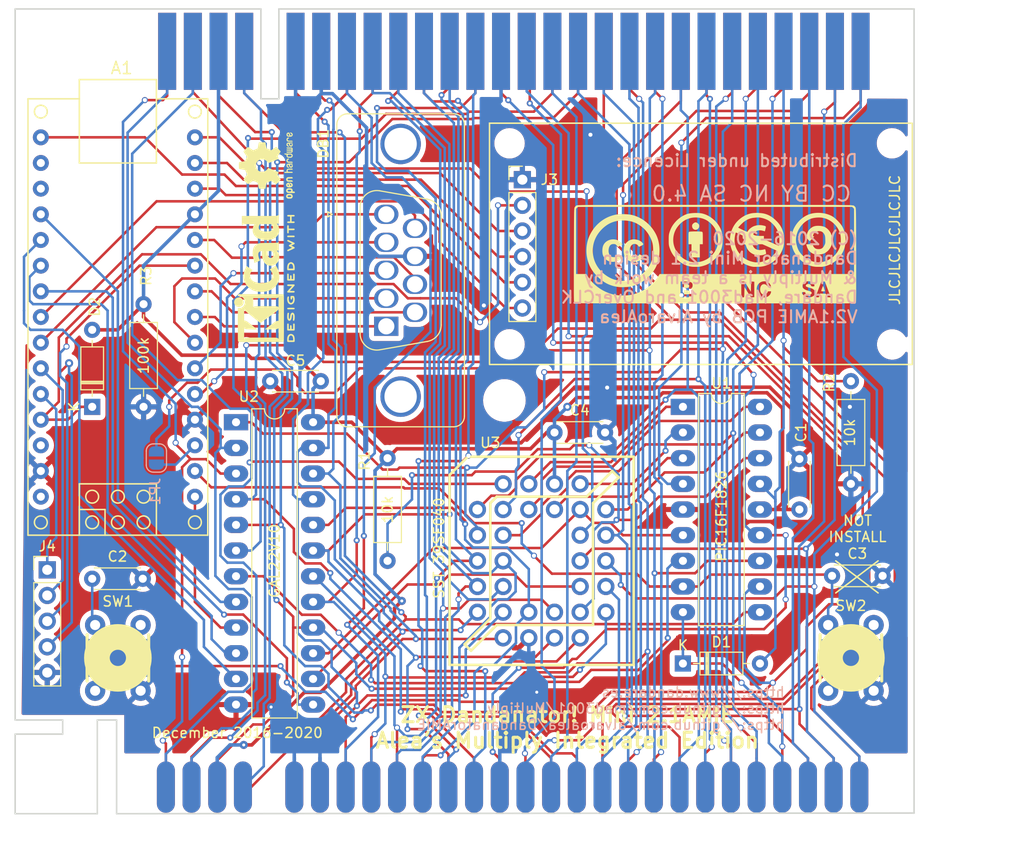
<source format=kicad_pcb>
(kicad_pcb (version 20201116) (generator pcbnew)
  (layers (0 "F.Cu" jumper) (31 "B.Cu" signal) (34 "B.Paste" user) (35 "F.Paste" user) (36 "B.SilkS" user "B.Silkscreen") (37 "F.SilkS" user "F.Silkscreen") (38 "B.Mask" user) (39 "F.Mask" user) (44 "Edge.Cuts" user))
  (net 0 "")
  (net 1 "+5V")
  (net 2 "GND")
  (net 3 "Net-(C2-Pad1)")
  (net 4 "MISO")
  (net 5 "A11")
  (net 6 "A9")
  (net 7 "BUSACK")
  (net 8 "ROMCS48K")
  (net 9 "A4")
  (net 10 "A5")
  (net 11 "A6")
  (net 12 "A7")
  (net 13 "RESET")
  (net 14 "BUSREQ")
  (net 15 "TOP28")
  (net 16 "A10")
  (net 17 "A8")
  (net 18 "RFSH")
  (net 19 "M1")
  (net 20 "-12V")
  (net 21 "+12V")
  (net 22 "WAIT")
  (net 23 "-5V")
  (net 24 "WR")
  (net 25 "U")
  (net 26 "V")
  (net 27 "Y")
  (net 28 "SCK")
  (net 29 "IOREQGE")
  (net 30 "A3")
  (net 31 "A2")
  (net 32 "A1")
  (net 33 "A0")
  (net 34 "CLOCK")
  (net 35 "+9V")
  (net 36 "A12")
  (net 37 "A14")
  (net 38 "RD")
  (net 39 "IOREQ")
  (net 40 "MREQ")
  (net 41 "HALT")
  (net 42 "NMI")
  (net 43 "INT")
  (net 44 "D4")
  (net 45 "D3")
  (net 46 "D5")
  (net 47 "D6")
  (net 48 "D2")
  (net 49 "D1")
  (net 50 "D0")
  (net 51 "OE1_128K")
  (net 52 "D7")
  (net 53 "A13")
  (net 54 "A15")
  (net 55 "EP_CE")
  (net 56 "PA16")
  (net 57 "PA17")
  (net 58 "PA18")
  (net 59 "PA14")
  (net 60 "PA15")
  (net 61 "PT_ROMCS")
  (net 62 "J1-Up")
  (net 63 "J2-Down")
  (net 64 "J3-Left")
  (net 65 "J4-Right")
  (net 66 "J6-Fire")
  (net 67 "Rom_WR")
  (net 68 "Rom_RD")
  (net 69 "MOSI")
  (net 70 "CS")
  (net 71 "Net-(A1-Pad11)")
  (net 72 "Net-(A1-Pad9)")
  (net 73 "Net-(A1-Pad8)")
  (net 74 "Net-(A1-Pad23)")
  (net 75 "Net-(A1-Pad7)")
  (net 76 "Net-(A1-Pad24)")
  (net 77 "Net-(A1-Pad6)")
  (net 78 "Net-(A1-Pad5)")
  (net 79 "Mul-RX")
  (net 80 "VIDEO{slash}OE2_128K")
  (net 81 "Net-(A1-Pad3)")
  (net 82 "ArD7")
  (net 83 "Net-(A1-Pad25)")
  (net 84 "Net-(A1-Pad26)")
  (net 85 "Net-(A1-Pad27)")
  (footprint "Capacitor_THT:C_Disc_D4.3mm_W1.9mm_P5.00mm" (layer "F.Cu") (at 188.902 94.005 90)
    (fp_text reference "C1")
    (fp_text value "100nf")
  )
  (footprint "Capacitor_THT:C_Disc_D4.3mm_W1.9mm_P5.00mm" (layer "F.Cu") (at 118.962 100.856)
    (fp_text reference "C2")
    (fp_text value "100nf")
  )
  (footprint "Capacitor_THT:C_Disc_D4.3mm_W1.9mm_P5.00mm" (layer "F.Cu") (at 192.132 100.57)
    (fp_text reference "C3")
    (fp_text value "100nf")
  )
  (footprint "Capacitor_THT:C_Disc_D4.3mm_W1.9mm_P5.00mm" (layer "F.Cu") (at 164.682 86.385)
    (fp_text reference "C4")
    (fp_text value "100nf")
  )
  (footprint "Capacitor_THT:C_Disc_D4.3mm_W1.9mm_P5.00mm" (layer "F.Cu") (at 141.568 81.305 180)
    (fp_text reference "C5")
    (fp_text value "100nf")
  )
  (footprint "Package_DIP:DIP-18_W7.62mm_LongPads" (layer "F.Cu") (at 177.382 83.845)
    (fp_text reference "U1")
    (fp_text value "PIC16F1826")
  )
  (footprint "p_w_switch:PCB_PUSH" (layer "F.Cu") (at 193.996 108.6862)
    (fp_text reference "SW2")
    (fp_text value "SW_PUSH" hide)
  )
  (footprint "Resistor_THT:R_Axial_DIN0207_L6.3mm_D2.5mm_P10.16mm_Horizontal" (layer "F.Cu") (at 193.996 81.305 -90)
    (fp_text reference "R2")
    (fp_text value "10k")
  )
  (footprint "Package_DIP:DIP-24_W7.62mm_LongPads" (layer "F.Cu") (at 133.186 85.369)
    (fp_text reference "U2")
    (fp_text value "GAL22V10")
  )
  (footprint "ZX_Spectrum:ZX_CONN" (layer "F.Cu") (at 151.649 121.475)
    (fp_text reference "J1")
    (fp_text value "ZX_48K_EDGE" hide)
  )
  (footprint "ZX_Spectrum:ZX_BUS" (layer "F.Cu") (at 151.776 48.666)
    (fp_text reference "J2")
    (fp_text value "ZX_48K_EDGE" hide)
  )
  (footprint "Resistor_THT:R_Axial_DIN0207_L6.3mm_D2.5mm_P10.16mm_Horizontal" (layer "F.Cu") (at 148.172 88.925 -90)
    (fp_text reference "R1")
    (fp_text value "10k")
  )
  (footprint "p_w_switch:PCB_PUSH" (layer "F.Cu") (at 121.502 108.6862)
    (fp_text reference "SW1")
    (fp_text value "SW_PUSH" hide)
  )
  (footprint "p_w_pth_plcc:plcc32_pth-skt" (layer "F.Cu") (at 163.412 99.085 180)
    (fp_text reference "U3")
    (fp_text value "SST 39SF040")
  )
  (footprint "Diode_THT:D_DO-35_SOD27_P7.62mm_Horizontal" (layer "F.Cu") (at 177.382 109.245)
    (fp_text reference "D1")
    (fp_text value "1n4148")
  )
  (footprint "Symbol:OSHW-Logo2_7.3x6mm_SilkScreen" (layer "F.Cu") (at 136.234 59.969 90)
    (fp_text reference "REF**" hide)
    (fp_text value "OSHW-Logo2_7.3x6mm_SilkScreen" hide)
  )
  (footprint "MountingHole:MountingHole_2mm" (layer "F.Cu") (at 160.237 77.6568)
    (fp_text reference "H3")
    (fp_text value "MountingHole")
  )
  (footprint "Diode_THT:D_DO-35_SOD27_P7.62mm_Horizontal" (layer "F.Cu") (at 118.962 83.845 90)
    (fp_text reference "D2")
    (fp_text value "1n4148")
  )
  (footprint "8bits:DSUB-9_Female_Vertical_P2.77x2.84mm_MountingHoles" (layer "F.Cu") (at 148.045 64.795 90)
    (fp_text reference "DB1")
    (fp_text value "Kempston Passthrough")
  )
  (footprint "Symbol:KiCad-Logo2_5mm_SilkScreen" (layer "F.Cu") (at 135.98 71.145 90)
    (fp_text reference "REF**" hide)
    (fp_text value "KiCad-Logo2_5mm_SilkScreen" hide)
  )
  (footprint "Connector_PinHeader_2.54mm:PinHeader_1x06_P2.54mm_Vertical" (layer "F.Cu") (at 161.507 61.366)
    (fp_text reference "J3")
    (fp_text value "Conn_01x06")
  )
  (footprint "Arduino:arduino_nano" (layer "F.Cu") (at 121.502 74.955 90)
    (fp_text reference "A1")
    (fp_text value "Arduino_Nano")
  )
  (footprint "Resistor_THT:R_Axial_DIN0207_L6.3mm_D2.5mm_P10.16mm_Horizontal" (layer "F.Cu") (at 124.042 73.685 -90)
    (fp_text reference "R3")
    (fp_text value "100k")
  )
  (footprint "MountingHole:MountingHole_2mm" (layer "F.Cu") (at 160.237 57.7686)
    (fp_text reference "H5")
    (fp_text value "MountingHole")
  )
  (footprint "MountingHole:MountingHole_2mm" (layer "F.Cu") (at 198.083 77.6728)
    (fp_text reference "H4")
    (fp_text value "MountingHole")
  )
  (footprint "MountingHole:MountingHole_3.2mm_M3_ISO7380" (layer "F.Cu") (at 115.152 48.285)
    (fp_text reference "H2")
    (fp_text value "MountingHole")
  )
  (footprint "MountingHole:MountingHole_3.2mm_M3_ISO7380" (layer "F.Cu") (at 159.729 83.21)
    (fp_text reference "H1")
    (fp_text value "MountingHole")
  )
  (footprint "MountingHole:MountingHole_2mm" (layer "F.Cu") (at 198.0576 57.7686)
    (fp_text reference "H6")
    (fp_text value "MountingHole")
  )
  (footprint "Connector_PinHeader_2.54mm:PinHeader_1x05_P2.54mm_Vertical" (layer "F.Cu") (at 114.517 99.974)
    (fp_text reference "J4")
    (fp_text value "Conn_01x05")
  )
  (footprint "Jumper:SolderJumper-2_P1.3mm_Open_RoundedPad1.0x1.5mm" (layer "B.Cu") (at 125.312 88.91 -90)
    (fp_text reference "JP1")
    (fp_text value "Jumper_2_Open")
  )
  (gr_poly (pts (xy 170.758068 71.947601) (xy 170.619714 71.917783) (xy 170.485871 71.884125) (xy 170.356154 71.84641) (xy 170.230177 71.804422) (xy 170.107553 71.757945) (xy 169.987898 71.706761) (xy 169.870826 71.650656) (xy 169.755951 71.589412) (xy 169.642888 71.522814) (xy 169.53125 71.450644) (xy 169.420653 71.372687) (xy 169.310711 71.288726) (xy 169.201038 71.198545) (xy 169.091249 71.101928) (xy 168.980957 70.998658) (xy 168.869778 70.888519) (xy 168.792905 70.808699) (xy 168.719999 70.729566) (xy 168.650904 70.65087) (xy 168.585461 70.57236) (xy 168.523513 70.493787) (xy 168.464902 70.414901) (xy 168.409471 70.335453) (xy 168.357063 70.255191) (xy 168.307519 70.173867) (xy 168.260682 70.091231) (xy 168.216395 70.007033) (xy 168.174499 69.921022) (xy 168.134838 69.83295) (xy 168.097253 69.742566) (xy 168.061588 69.64962) (xy 168.027684 69.553863) (xy 167.973256 69.378642) (xy 167.928023 69.200507) (xy 167.891942 69.020029) (xy 167.86497 68.83778) (xy 167.847067 68.654333) (xy 167.838189 68.470259) (xy 167.838294 68.28613) (xy 167.84734 68.102519) (xy 167.865286 67.919998) (xy 167.892088 67.739139) (xy 167.927705 67.560514) (xy 167.972094 67.384694) (xy 168.025214 67.212252) (xy 168.087021 67.043761) (xy 168.157475 66.879791) (xy 168.236532 66.720916) (xy 168.339753 66.538969) (xy 168.451022 66.364575) (xy 168.570061 66.197949) (xy 168.696588 66.039305) (xy 168.830322 65.88886) (xy 168.970982 65.746827) (xy 169.118289 65.613422) (xy 169.271961 65.488861) (xy 169.431717 65.373357) (xy 169.597277 65.267126) (xy 169.768361 65.170384) (xy 169.944687 65.083344) (xy 170.125974 65.006222) (xy 170.311943 64.939234) (xy 170.502311 64.882594) (xy 170.6968 64.836517) (xy 170.787352 64.819931) (xy 170.88526 64.806012) (xy 170.989437 64.794733) (xy 171.098797 64.786069) (xy 171.212254 64.779995) (xy 171.328722 64.776485) (xy 171.566347 64.777057) (xy 171.802984 64.787581) (xy 171.918218 64.796512) (xy 172.029946 64.807854) (xy 172.137083 64.821582) (xy 172.238544 64.837671) (xy 172.333241 64.856096) (xy 172.42009 64.876831) (xy 172.601485 64.930473) (xy 172.779624 64.994226) (xy 172.954128 65.067778) (xy 173.124618 65.150814) (xy 173.290715 65.243024) (xy 173.45204 65.344094) (xy 173.608214 65.453711) (xy 173.758859 65.571563) (xy 173.903594 65.697337) (xy 174.042041 65.830721) (xy 174.173822 65.971402) (xy 174.298557 66.119067) (xy 174.415867 66.273403) (xy 174.525373 66.434098) (xy 174.626697 66.60084) (xy 174.719459 66.773315) (xy 174.803439 66.95622) (xy 174.875886 67.148076) (xy 174.93681 67.347616) (xy 174.986226 67.553574) (xy 175.024145 67.764681) (xy 175.050581 67.979671) (xy 175.065547 68.197277) (xy 175.069055 68.416233) (xy 175.061118 68.63527) (xy 175.041749 68.853122) (xy 175.010961 69.068521) (xy 174.968766 69.280202) (xy 174.915177 69.486896) (xy 174.850208 69.687337) (xy 174.773871 69.880258) (xy 174.686178 70.064392) (xy 174.632808 70.162702) (xy 174.576026 70.259267) (xy 174.51594 70.354013) (xy 174.452654 70.446872) (xy 174.316911 70.626639) (xy 174.169644 70.797999) (xy 174.011701 70.960384) (xy 173.84393 71.113226) (xy 173.667179 71.255955) (xy 173.482295 71.388004) (xy 173.290127 71.508803) (xy 173.091522 71.617785) (xy 172.887327 71.71438) (xy 172.678392 71.798021) (xy 172.465563 71.868139) (xy 172.249689 71.924165) (xy 172.140875 71.946716) (xy 172.031617 71.965531) (xy 171.922022 71.980539) (xy 171.812195 71.991668) (xy 171.405766 72.005462) (xy 171.405766 71.693603) (xy 171.405766 71.381744) (xy 171.769368 71.356231) (xy 171.884547 71.342156) (xy 171.998741 71.323426) (xy 172.223695 71.272408) (xy 172.443279 71.203998) (xy 172.656544 71.119016) (xy 172.86254 71.018281) (xy 173.060317 70.902614) (xy 173.248925 70.772835) (xy 173.427414 70.629764) (xy 173.594834 70.47422) (xy 173.750235 70.307025) (xy 173.892668 70.128996) (xy 174.021183 69.940956) (xy 174.134829 69.743723) (xy 174.232656 69.538118) (xy 174.275342 69.432433) (xy 174.313716 69.324961) (xy 174.347661 69.215807) (xy 174.377058 69.105071) (xy 174.391999 69.034896) (xy 174.404903 68.956554) (xy 174.415773 68.871222) (xy 174.424612 68.780074) (xy 174.431423 68.684287) (xy 174.436209 68.585037) (xy 174.439719 68.380847) (xy 174.435165 68.176911) (xy 174.429871 68.077977) (xy 174.422572 67.982634) (xy 174.413268 67.892056) (xy 174.401965 67.80742) (xy 174.388663 67.729901) (xy 174.373368 67.660675) (xy 174.344389 67.556202) (xy 174.30987 67.450323) (xy 174.270146 67.343588) (xy 174.225556 67.236548) (xy 174.176437 67.129752) (xy 174.123127 67.02375) (xy 174.065962 66.919092) (xy 174.00528 66.816329) (xy 173.941419 66.716011) (xy 173.874716 66.618688) (xy 173.805508 66.52491) (xy 173.734132 66.435227) (xy 173.660927 66.350189) (xy 173.586229 66.270346) (xy 173.510376 66.196249) (xy 173.433706 66.128448) (xy 173.318596 66.035226) (xy 173.204174 65.949084) (xy 173.090039 65.869877) (xy 172.975789 65.797458) (xy 172.861024 65.731681) (xy 172.745342 65.672399) (xy 172.628344 65.619467) (xy 172.509628 65.572738) (xy 172.388793 65.532066) (xy 172.265438 65.497304) (xy 172.139162 65.468306) (xy 172.009566 65.444927) (xy 171.876246 65.427019) (xy 171.738804 65.414436) (xy 171.596837 65.407033) (xy 171.449945 65.404663) (xy 171.286755 65.408352) (xy 171.128005 65.419259) (xy 170.973512 65.437465) (xy 170.823089 65.463053) (xy 170.676552 65.496105) (xy 170.533716 65.536703) (xy 170.394397 65.58493) (xy 170.258408 65.640869) (xy 170.125565 65.7046) (xy 169.995684 65.776208) (xy 169.868579 65.855773) (xy 169.744065 65.943379) (xy 169.621957 66.039108) (xy 169.502071 66.143041) (xy 169.384221 66.255263) (xy 169.268222 66.375854) (xy 169.152953 66.507812) (xy 169.046788 66.64367) (xy 168.949684 66.783101) (xy 168.861595 66.925774) (xy 168.782478 67.071364) (xy 168.712289 67.219542) (xy 168.650984 67.36998) (xy 168.598518 67.522349) (xy 168.554849 67.676323) (xy 168.519931 67.831572) (xy 168.49372 67.98777) (xy 168.476173 68.144587) (xy 168.467245 68.301696) (xy 168.466893 68.458769) (xy 168.475072 68.615478) (xy 168.491739 68.771495) (xy 168.516848 68.926492) (xy 168.550357 69.080141) (xy 168.592221 69.232114) (xy 168.642396 69.382083) (xy 168.700838 69.52972) (xy 168.767503 69.674697) (xy 168.842347 69.816686) (xy 168.925325 69.955358) (xy 169.016395 70.090387) (xy 169.115511 70.221444) (xy 169.222629 70.348201) (xy 169.337707 70.47033) (xy 169.460699 70.587503) (xy 169.591561 70.699392) (xy 169.73025 70.805668) (xy 169.876721 70.906005) (xy 169.954877 70.955293) (xy 170.032007 71.001319) (xy 170.10838 71.044179) (xy 170.184261 71.083967) (xy 170.25992 71.120778) (xy 170.335625 71.154706) (xy 170.411641 71.185845) (xy 170.488238 71.21429) (xy 170.565684 71.240136) (xy 170.644245 71.263476) (xy 170.724189 71.284406) (xy 170.805785 71.303019) (xy 170.889299 71.319411) (xy 170.975 71.333676) (xy 171.063156 71.345907) (xy 171.154033 71.356201) (xy 171.405767 71.381713) (xy 171.405767 71.693572) (xy 171.405767 72.005432) (xy 171.209974 72.001434) (xy 171.165417 71.999667) (xy 171.113744 71.996024) (xy 171.056809 71.990725) (xy 170.996466 71.983993) (xy 170.934568 71.976048) (xy 170.872968 71.96711) (xy 170.813521 71.957402) (xy 170.758079 71.947143) (xy 170.758068 71.947601)) (layer "F.SilkS") (width 0.000099) (fill solid))
  (gr_line (start 196.686 99.085) (end 192.495 102.26) (layer "F.SilkS") (width 0.15))
  (gr_poly (pts (xy 178.230519 68.406585) (xy 178.230519 67.753936) (xy 178.081345 67.753936) (xy 177.93217 67.753936) (xy 177.93217 67.158538) (xy 177.932536 66.974714) (xy 177.93407 66.832264) (xy 177.937424 66.725442) (xy 177.939987 66.683594) (xy 177.943249 66.648498) (xy 177.947292 66.619434) (xy 177.952197 66.595684) (xy 177.958046 66.576529) (xy 177.96492 66.561251) (xy 177.972901 66.549131) (xy 177.982071 66.539451) (xy 177.99251 66.531492) (xy 178.0043 66.524536) (xy 178.033139 66.515641) (xy 178.082265 66.507933) (xy 178.229784 66.496074) (xy 178.423672 66.488959) (xy 178.640745 66.486587) (xy 178.857818 66.488959) (xy 179.051706 66.496074) (xy 179.199226 66.507933) (xy 179.248352 66.515641) (xy 179.277192 66.524536) (xy 179.283267 66.527934) (xy 179.288993 66.531493) (xy 179.29438 66.535303) (xy 179.299439 66.539454) (xy 179.304181 66.544035) (xy 179.308614 66.549137) (xy 179.31275 66.554848) (xy 179.316599 66.56126) (xy 179.320171 66.568461) (xy 179.323475 66.576541) (xy 179.326523 66.585591) (xy 179.329325 66.5957) (xy 179.33189 66.606958) (xy 179.33423 66.619454) (xy 179.336353 66.633278) (xy 179.338271 66.648521) (xy 179.339993 66.665272) (xy 179.341531 66.68362) (xy 179.342893 66.703656) (xy 179.344091 66.725469) (xy 179.345134 66.749149) (xy 179.346033 66.774786) (xy 179.346798 66.80247) (xy 179.347438 66.83229) (xy 179.348389 66.898699) (xy 179.348967 66.974731) (xy 179.349254 67.061105) (xy 179.349332 67.158538) (xy 179.349332 67.753936) (xy 179.200156 67.753936) (xy 179.050982 67.753936) (xy 179.050982 68.406585) (xy 179.050982 69.059234) (xy 178.64075 69.059234) (xy 178.230517 69.059234) (xy 178.230519 68.406585)) (layer "F.SilkS") (width 0.000099) (fill solid))
  (gr_line (start 192.495 99.085) (end 196.686 102.26) (layer "F.SilkS") (width 0.15))
  (gr_poly (pts (xy 190.452349 68.759796) (xy 190.376826 68.738288) (xy 190.304226 68.712614) (xy 190.23461 68.682834) (xy 190.16804 68.649008) (xy 190.104578 68.611198) (xy 190.044286 68.569465) (xy 189.987226 68.523869) (xy 189.93346 68.474472) (xy 189.883049 68.421333) (xy 189.836056 68.364515) (xy 189.792543 68.304078) (xy 189.752572 68.240082) (xy 189.716204 68.17259) (xy 189.683501 68.101661) (xy 189.654525 68.027356) (xy 189.629339 67.949737) (xy 189.571859 67.753936) (xy 189.905493 67.753936) (xy 189.9992 67.75446) (xy 190.074251 67.756247) (xy 190.132544 67.759624) (xy 190.156 67.76201) (xy 190.175979 67.764915) (xy 190.192718 67.76838) (xy 190.206455 67.772446) (xy 190.217427 67.777154) (xy 190.225872 67.782544) (xy 190.232027 67.788656) (xy 190.236129 67.795532) (xy 190.238417 67.803212) (xy 190.239126 67.811737) (xy 190.23946 67.822014) (xy 190.240446 67.832646) (xy 190.244299 67.854848) (xy 190.250523 67.878101) (xy 190.258957 67.902162) (xy 190.269442 67.926789) (xy 190.281815 67.951739) (xy 190.295916 67.97677) (xy 190.311584 68.00164) (xy 190.328658 68.026105) (xy 190.346977 68.049924) (xy 190.36638 68.072854) (xy 190.386706 68.094652) (xy 190.407795 68.115076) (xy 190.429484 68.133883) (xy 190.451614 68.150832) (xy 190.474024 68.165679) (xy 190.489471 68.174604) (xy 190.505528 68.182933) (xy 190.522208 68.190667) (xy 190.539525 68.197812) (xy 190.557495 68.204369) (xy 190.576132 68.210342) (xy 190.595449 68.215733) (xy 190.615463 68.220546) (xy 190.636186 68.224784) (xy 190.657633 68.228449) (xy 190.67982 68.231544) (xy 190.70276 68.234074) (xy 190.726467 68.236039) (xy 190.750957 68.237445) (xy 190.776244 68.238293) (xy 190.802341 68.238586) (xy 190.852378 68.237418) (xy 190.899745 68.233777) (xy 190.944599 68.227561) (xy 190.987097 68.218667) (xy 191.027393 68.206993) (xy 191.046764 68.200081) (xy 191.065644 68.192435) (xy 191.084051 68.184044) (xy 191.102006 68.174893) (xy 191.119527 68.16497) (xy 191.136635 68.154262) (xy 191.153348 68.142757) (xy 191.169687 68.130441) (xy 191.201318 68.103327) (xy 191.231683 68.072818) (xy 191.26094 68.038811) (xy 191.289244 68.001203) (xy 191.316751 67.959893) (xy 191.343616 67.914777) (xy 191.369997 67.865753) (xy 191.387396 67.831485) (xy 191.402737 67.800152) (xy 191.41613 67.77107) (xy 191.427682 67.743558) (xy 191.437504 67.716933) (xy 191.445705 67.69051) (xy 191.452394 67.663608) (xy 191.457681 67.635543) (xy 191.461676 67.605633) (xy 191.464486 67.573195) (xy 191.466223 67.537546) (xy 191.466994 67.498002) (xy 191.46691 67.453882) (xy 191.46608 67.404502) (xy 191.462618 67.287231) (xy 191.45817 67.176274) (xy 191.452574 67.085447) (xy 191.449086 67.046338) (xy 191.444998 67.01077) (xy 191.440208 66.978245) (xy 191.434611 66.948265) (xy 191.428103 66.920332) (xy 191.42058 66.89395) (xy 191.411938 66.868621) (xy 191.402074 66.843847) (xy 191.390882 66.819131) (xy 191.37826 66.793975) (xy 191.348307 66.740356) (xy 191.336111 66.720334) (xy 191.323406 66.701015) (xy 191.310199 66.682404) (xy 191.296495 66.664502) (xy 191.282302 66.647313) (xy 191.267624 66.630838) (xy 191.252467 66.615081) (xy 191.236838 66.600045) (xy 191.220743 66.585731) (xy 191.204188 66.572144) (xy 191.187178 66.559286) (xy 191.16972 66.547159) (xy 191.15182 66.535766) (xy 191.133483 66.52511) (xy 191.114716 66.515193) (xy 191.095526 66.506019) (xy 191.075916 66.49759) (xy 191.055895 66.489909) (xy 191.035468 66.482979) (xy 191.01464 66.476801) (xy 190.993419 66.47138) (xy 190.971809 66.466718) (xy 190.949817 66.462817) (xy 190.927449 66.459681) (xy 190.904711 66.457312) (xy 190.881609 66.455712) (xy 190.858149 66.454885) (xy 190.834337 66.454833) (xy 190.810179 66.455559) (xy 190.785681 66.457066) (xy 190.760849 66.459356) (xy 190.735689 66.462432) (xy 190.686655 66.470424) (xy 190.640335 66.480585) (xy 190.596694 66.492945) (xy 190.555693 66.507538) (xy 190.517297 66.524393) (xy 190.481468 66.543544) (xy 190.448169 66.565021) (xy 190.432457 66.576641) (xy 190.417363 66.588855) (xy 190.402884 66.601667) (xy 190.389015 66.615079) (xy 190.37575 66.629097) (xy 190.363086 66.643724) (xy 190.351017 66.658964) (xy 190.339539 66.674821) (xy 190.318339 66.708402) (xy 190.299447 66.744498) (xy 190.282828 66.783141) (xy 190.268444 66.824363) (xy 190.256258 66.868194) (xy 190.252478 66.884147) (xy 190.249453 66.898388) (xy 190.247238 66.911011) (xy 190.245891 66.922111) (xy 190.245561 66.927119) (xy 190.245468 66.931781) (xy 190.24562 66.93611) (xy 190.246025 66.940116) (xy 190.246688 66.943813) (xy 190.247618 66.947211) (xy 190.248821 66.950322) (xy 190.250304 66.953159) (xy 190.252075 66.955732) (xy 190.25414 66.958054) (xy 190.256507 66.960137) (xy 190.259182 66.961991) (xy 190.262173 66.96363) (xy 190.265486 66.965064) (xy 190.269129 66.966306) (xy 190.273109 66.967367) (xy 190.277433 66.968259) (xy 190.282108 66.968994) (xy 190.292538 66.97004) (xy 190.304456 66.970598) (xy 190.317919 66.970764) (xy 190.324689 66.970863) (xy 190.330881 66.971179) (xy 190.336479 66.971738) (xy 190.341464 66.972566) (xy 190.345821 66.973691) (xy 190.349533 66.975139) (xy 190.351142 66.975992) (xy 190.352583 66.976936) (xy 190.353854 66.977974) (xy 190.354954 66.979109) (xy 190.35588 66.980345) (xy 190.356629 66.981685) (xy 190.357201 66.983132) (xy 190.357592 66.98469) (xy 190.357801 66.986362) (xy 190.357825 66.988151) (xy 190.357663 66.99006) (xy 190.357313 66.992094) (xy 190.356037 66.996546) (xy 190.353982 67.001533) (xy 190.35113 67.007083) (xy 190.347465 67.013221) (xy 190.34297 67.019975) (xy 190.337628 67.02737) (xy 190.331422 67.035434) (xy 190.324336 67.044194) (xy 190.316352 67.053674) (xy 190.307454 67.063903) (xy 190.297626 67.074907) (xy 190.286849 67.086712) (xy 190.262386 67.112833) (xy 190.23393 67.142479) (xy 190.201347 67.175862) (xy 190.164503 67.213195) (xy 189.924212 67.455657) (xy 189.689899 67.223419) (xy 189.623517 67.156858) (xy 189.596058 67.128577) (xy 189.572245 67.10336) (xy 189.551949 67.081004) (xy 189.535037 67.061307) (xy 189.52138 67.044067) (xy 189.510847 67.029083) (xy 189.503306 67.016151) (xy 189.500617 67.010392) (xy 189.498626 67.00507) (xy 189.497319 67.00016) (xy 189.496678 66.995637) (xy 189.496686 66.991475) (xy 189.497329 66.98765) (xy 189.498589 66.984136) (xy 189.500449 66.980908) (xy 189.502894 66.97794) (xy 189.505908 66.975208) (xy 189.513573 66.970348) (xy 189.523315 66.966125) (xy 189.526917 66.964606) (xy 189.530587 66.962699) (xy 189.53432 66.960415) (xy 189.538109 66.957766) (xy 189.541946 66.954761) (xy 189.545826 66.951412) (xy 189.549742 66.947729) (xy 189.553687 66.943723) (xy 189.561635 66.934786) (xy 189.569619 66.924686) (xy 189.577584 66.913512) (xy 189.585476 66.901348) (xy 189.593241 66.88828) (xy 189.600827 66.874397) (xy 189.608178 66.859783) (xy 189.615241 66.844524) (xy 189.621963 66.828708) (xy 189.628289 66.812421) (xy 189.634166 66.795749) (xy 189.63954 66.778778) (xy 189.65468 66.730079) (xy 189.670326 66.683758) (xy 189.686576 66.639654) (xy 189.703531 66.597604) (xy 189.721289 66.557445) (xy 189.73995 66.519016) (xy 189.759614 66.482154) (xy 189.780379 66.446697) (xy 189.802347 66.412482) (xy 189.825615 66.379349) (xy 189.850285 66.347133) (xy 189.876454 66.315674) (xy 189.904223 66.284808) (xy 189.933691 66.254374) (xy 189.964958 66.22421) (xy 189.998123 66.194152) (xy 190.043213 66.156038) (xy 190.088258 66.121222) (xy 190.133539 66.089621) (xy 190.179336 66.061151) (xy 190.225929 66.035729) (xy 190.273596 66.013271) (xy 190.322618 65.993693) (xy 190.373274 65.976913) (xy 190.425845 65.962846) (xy 190.480609 65.95141) (xy 190.537847 65.94252) (xy 190.597839 65.936094) (xy 190.660863 65.932047) (xy 190.7272 65.930296) (xy 190.79713 65.930758) (xy 190.870932 65.933349) (xy 190.945614 65.938141) (xy 191.01706 65.945296) (xy 191.085457 65.954896) (xy 191.150995 65.967026) (xy 191.213861 65.981769) (xy 191.274245 65.999211) (xy 191.332335 66.019434) (xy 191.38832 66.042522) (xy 191.442389 66.06856) (xy 191.494729 66.097631) (xy 191.54553 66.129819) (xy 191.59498 66.165208) (xy 191.643268 66.203882) (xy 191.690583 66.245925) (xy 191.737113 66.291421) (xy 191.783047 66.340454) (xy 191.829434 66.393865) (xy 191.871769 66.446595) (xy 191.910199 66.499089) (xy 191.944871 66.551793) (xy 191.975934 66.605155) (xy 192.003536 66.65962) (xy 192.027824 66.715635) (xy 192.048946 66.773647) (xy 192.06705 66.834101) (xy 192.082284 66.897446) (xy 192.094795 66.964126) (xy 192.104732 67.034588) (xy 192.112243 67.109279) (xy 192.117474 67.188645) (xy 192.120574 67.273133) (xy 192.121691 67.363189) (xy 192.121437 67.49382) (xy 192.119326 67.597607) (xy 192.117196 67.641476) (xy 192.11415 67.681086) (xy 192.110037 67.717254) (xy 192.104705 67.750797) (xy 192.098005 67.782532) (xy 192.089785 67.813276) (xy 192.079895 67.843847) (xy 192.068184 67.875062) (xy 192.054502 67.907738) (xy 192.038697 67.942692) (xy 192.000118 68.022705) (xy 191.970473 68.079548) (xy 191.938298 68.134885) (xy 191.903716 68.188602) (xy 191.866851 68.240583) (xy 191.827824 68.290714) (xy 191.786758 68.338881) (xy 191.743776 68.384967) (xy 191.698999 68.428859) (xy 191.652552 68.470442) (xy 191.604556 68.509601) (xy 191.555133 68.546221) (xy 191.504407 68.580188) (xy 191.4525 68.611386) (xy 191.399535 68.639702) (xy 191.345633 68.66502) (xy 191.290918 68.687225) (xy 191.243678 68.703609) (xy 191.193511 68.718608) (xy 191.140896 68.732179) (xy 191.086314 68.744282) (xy 191.030243 68.754875) (xy 190.973163 68.763916) (xy 190.915554 68.771363) (xy 190.857894 68.777175) (xy 190.800664 68.781311) (xy 190.744343 68.783729) (xy 190.689411 68.784387) (xy 190.636346 68.783244) (xy 190.585628 68.780257) (xy 190.537738 68.775387) (xy 190.493153 68.76859) (xy 190.452354 68.759826) (xy 190.452349 68.759796)) (layer "F.SilkS") (width 0.000099) (fill solid))
  (gr_poly (pts (xy 172.282159 69.47409) (xy 172.233114 69.460094) (xy 172.185672 69.444567) (xy 172.139835 69.427516) (xy 172.095606 69.408947) (xy 172.052991 69.388863) (xy 172.011991 69.367272) (xy 171.972611 69.344178) (xy 171.934854 69.319588) (xy 171.898724 69.293506) (xy 171.864224 69.265938) (xy 171.831359 69.236891) (xy 171.80013 69.206369) (xy 171.770543 69.174377) (xy 171.7426 69.140922) (xy 171.716306 69.10601) (xy 171.691663 69.069644) (xy 171.668675 69.031832) (xy 171.647346 68.992579) (xy 171.62768 68.95189) (xy 171.609679 68.90977) (xy 171.593348 68.866226) (xy 171.578691 68.821263) (xy 171.565709 68.774886) (xy 171.554408 68.727101) (xy 171.544791 68.677914) (xy 171.536861 68.62733) (xy 171.530622 68.575354) (xy 171.526077 68.521993) (xy 171.523231 68.467251) (xy 171.522086 68.411134) (xy 171.522646 68.353649) (xy 171.524915 68.294799) (xy 171.530425 68.20751) (xy 171.533727 68.168736) (xy 171.537515 68.132736) (xy 171.541878 68.099156) (xy 171.546906 68.067639) (xy 171.552691 68.037832) (xy 171.559321 68.00938) (xy 171.566886 67.981927) (xy 171.575478 67.955119) (xy 171.585186 67.9286) (xy 171.596101 67.902017) (xy 171.608312 67.875013) (xy 171.621909 67.847234) (xy 171.636983 67.818326) (xy 171.653624 67.787933) (xy 171.67865 67.746) (xy 171.706308 67.705008) (xy 171.73643 67.665087) (xy 171.768849 67.626368) (xy 171.803399 67.588979) (xy 171.839912 67.553052) (xy 171.878221 67.518717) (xy 171.91816 67.486103) (xy 171.959561 67.45534) (xy 172.002258 67.426559) (xy 172.046083 67.399889) (xy 172.090869 67.375461) (xy 172.13645 67.353404) (xy 172.182659 67.333849) (xy 172.229328 67.316926) (xy 172.27629 67.302764) (xy 172.341141 67.288045) (xy 172.40885 67.278031) (xy 172.478815 67.272579) (xy 172.550436 67.271545) (xy 172.623111 67.274786) (xy 172.696238 67.282158) (xy 172.769217 67.293517) (xy 172.841445 67.308719) (xy 172.912321 67.327621) (xy 172.981245 67.350079) (xy 173.047614 67.375949) (xy 173.110827 67.405087) (xy 173.170283 67.437351) (xy 173.22538 67.472595) (xy 173.275517 67.510677) (xy 173.320093 67.551452) (xy 173.355773 67.587902) (xy 173.386557 67.620428) (xy 173.412381 67.64946) (xy 173.423413 67.6628) (xy 173.433182 67.675427) (xy 173.441678 67.687396) (xy 173.448895 67.69876) (xy 173.454823 67.709573) (xy 173.459456 67.719889) (xy 173.462785 67.729761) (xy 173.464803 67.739243) (xy 173.465501 67.748388) (xy 173.464871 67.757251) (xy 173.462905 67.765885) (xy 173.459596 67.774345) (xy 173.454936 67.782683) (xy 173.448915 67.790953) (xy 173.441528 67.799209) (xy 173.432765 67.807505) (xy 173.422618 67.815895) (xy 173.41108 67.824432) (xy 173.398143 67.83317) (xy 173.383798 67.842163) (xy 173.350854 67.861128) (xy 173.312186 67.881757) (xy 173.267728 67.904479) (xy 173.195383 67.940635) (xy 173.165497 67.955089) (xy 173.139336 67.967206) (xy 173.116549 67.977046) (xy 173.096785 67.984669) (xy 173.079695 67.990135) (xy 173.064929 67.993503) (xy 173.052135 67.994833) (xy 173.046369 67.994752) (xy 173.040965 67.994184) (xy 173.035878 67.993137) (xy 173.031066 67.991617) (xy 173.026485 67.989632) (xy 173.02209 67.98719) (xy 173.013687 67.980964) (xy 173.005504 67.972999) (xy 172.997194 67.963353) (xy 172.988404 67.952087) (xy 172.978088 67.938016) (xy 172.968417 67.923954) (xy 172.959607 67.910276) (xy 172.951872 67.897357) (xy 172.945428 67.885573) (xy 172.942757 67.880224) (xy 172.940489 67.875298) (xy 172.938651 67.870844) (xy 172.937271 67.866908) (xy 172.936374 67.863537) (xy 172.935987 67.860778) (xy 172.93575 67.859482) (xy 172.935164 67.858035) (xy 172.934239 67.856443) (xy 172.932985 67.854712) (xy 172.931409 67.852847) (xy 172.92952 67.850854) (xy 172.924839 67.846507) (xy 172.919013 67.841716) (xy 172.912112 67.836527) (xy 172.904205 67.830986) (xy 172.895363 67.825138) (xy 172.885656 67.819028) (xy 172.875153 67.812702) (xy 172.863925 67.806206) (xy 172.852042 67.799585) (xy 172.839574 67.792885) (xy 172.82659 67.786152) (xy 172.813162 67.77943) (xy 172.799359 67.772766) (xy 172.762028 67.756683) (xy 172.725064 67.743963) (xy 172.688538 67.734526) (xy 172.652519 67.728292) (xy 172.617077 67.725182) (xy 172.582281 67.725116) (xy 172.548202 67.728015) (xy 172.514909 67.7338) (xy 172.482472 67.742391) (xy 172.45096 67.753709) (xy 172.420443 67.767674) (xy 172.390992 67.784207) (xy 172.362676 67.803228) (xy 172.335564 67.824658) (xy 172.309726 67.848418) (xy 172.285232 67.874427) (xy 172.262152 67.902608) (xy 172.240556 67.932879) (xy 172.220512 67.965162) (xy 172.202092 67.999378) (xy 172.185365 68.035446) (xy 172.1704 68.073288) (xy 172.157267 68.112824) (xy 172.146036 68.153974) (xy 172.136777 68.196659) (xy 172.129559 68.240801) (xy 172.124452 68.286318) (xy 172.121527 68.333132) (xy 172.120851 68.381164) (xy 172.122497 68.430333) (xy 172.126532 68.480561) (xy 172.133028 68.531768) (xy 172.142314 68.587262) (xy 172.152992 68.638807) (xy 172.165166 68.686542) (xy 172.17894 68.730601) (xy 172.194416 68.77112) (xy 172.2117 68.808236) (xy 172.230894 68.842085) (xy 172.252101 68.872802) (xy 172.263493 68.887029) (xy 172.275427 68.900524) (xy 172.287916 68.913304) (xy 172.300973 68.925386) (xy 172.314612 68.936787) (xy 172.328845 68.947525) (xy 172.359145 68.967076) (xy 172.391977 68.984175) (xy 172.427445 68.998959) (xy 172.465652 69.011564) (xy 172.506702 69.022125) (xy 172.541246 69.028747) (xy 172.575664 69.033035) (xy 172.609863 69.035021) (xy 172.643746 69.034734) (xy 172.67722 69.032207) (xy 172.710189 69.02747) (xy 172.742559 69.020554) (xy 172.774235 69.011489) (xy 172.805122 69.000308) (xy 172.835125 68.98704) (xy 172.864149 68.971717) (xy 172.892099 68.95437) (xy 172.918881 68.935029) (xy 172.9444 68.913726) (xy 172.968561 68.890491) (xy 172.991268 68.865356) (xy 173.089822 68.748229) (xy 173.292016 68.847442) (xy 173.332632 68.867984) (xy 173.370523 68.888374) (xy 173.40486 68.908079) (xy 173.434814 68.926563) (xy 173.459555 68.943291) (xy 173.469711 68.95083) (xy 173.478254 68.95773) (xy 173.485078 68.963924) (xy 173.490081 68.969345) (xy 173.493159 68.973925) (xy 173.493943 68.97588) (xy 173.494208 68.9776) (xy 173.493412 68.985355) (xy 173.491074 68.99414) (xy 173.487266 69.003885) (xy 173.482059 69.01452) (xy 173.475525 69.025976) (xy 173.467737 69.038185) (xy 173.448688 69.064582) (xy 173.425486 69.093157) (xy 173.398709 69.123358) (xy 173.368935 69.15463) (xy 173.336739 69.18642) (xy 173.302698 69.218175) (xy 173.26739 69.24934) (xy 173.231391 69.279364) (xy 173.195279 69.307692) (xy 173.159629 69.33377) (xy 173.125019 69.357045) (xy 173.092026 69.376965) (xy 173.061226 69.392974) (xy 173.023375 69.409082) (xy 172.981142 69.424024) (xy 172.935155 69.437734) (xy 172.886044 69.450149) (xy 172.834439 69.461202) (xy 172.780968 69.470827) (xy 172.726262 69.47896) (xy 172.67095 69.485534) (xy 172.615661 69.490485) (xy 172.561025 69.493747) (xy 172.50767 69.495254) (xy 172.456228 69.494941) (xy 172.407326 69.492743) (xy 172.361594 69.488594) (xy 172.319663 69.482429) (xy 172.28216 69.474182) (xy 172.282159 69.47409)) (layer "F.SilkS") (width 0.000099) (fill solid))
  (gr_poly (pts (xy 177.484643 71.893615) (xy 177.484643 71.707153) (xy 177.650038 71.707153) (xy 177.695513 71.707772) (xy 177.737614 71.70965) (xy 177.776402 71.712817) (xy 177.811936 71.717304) (xy 177.844279 71.723141) (xy 177.87349 71.730359) (xy 177.899631 71.738989) (xy 177.922763 71.749061) (xy 177.942945 71.760606) (xy 177.951949 71.76694) (xy 177.960239 71.773654) (xy 177.967822 71.780751) (xy 177.974706 71.788236) (xy 177.980898 71.796111) (xy 177.986407 71.804382) (xy 177.991238 71.813051) (xy 177.995401 71.822123) (xy 177.998902 71.831601) (xy 178.00175 71.84149) (xy 178.005515 71.862513) (xy 178.006757 71.885223) (xy 178.006566 71.899344) (xy 178.00598 71.912813) (xy 178.004978 71.925645) (xy 178.003538 71.937852) (xy 178.001641 71.949447) (xy 177.999264 71.960445) (xy 177.996388 71.970857) (xy 177.992991 71.980699) (xy 177.989053 71.989982) (xy 177.984552 71.99872) (xy 177.979468 72.006927) (xy 177.973779 72.014615) (xy 177.967465 72.021799) (xy 177.960506 72.028491) (xy 177.952879 72.034705) (xy 177.944565 72.040454) (xy 177.935541 72.045752) (xy 177.925789 72.050611) (xy 177.915286 72.055045) (xy 177.904011 72.059068) (xy 177.891944 72.062692) (xy 177.879065 72.065931) (xy 177.865351 72.068799) (xy 177.850782 72.071308) (xy 177.835337 72.073472) (xy 177.818996 72.075305) (xy 177.78354 72.078027) (xy 177.744246 72.079583) (xy 177.700948 72.080078) (xy 177.484643 72.080078) (xy 177.484643 71.893615)) (layer "F.SilkS") (width 0.000099) (fill solid))
  (gr_poly (pts (xy 190.103844 69.918365) (xy 189.930539 69.86584) (xy 189.761136 69.800501) (xy 189.596293 69.723025) (xy 189.436668 69.634093) (xy 189.282918 69.534383) (xy 189.135703 69.424573) (xy 188.99568 69.305345) (xy 188.863507 69.177375) (xy 188.739841 69.041344) (xy 188.625342 68.89793) (xy 188.520667 68.747813) (xy 188.426475 68.591671) (xy 188.343422 68.430184) (xy 188.272168 68.264031) (xy 188.21337 68.09389) (xy 188.167686 67.92044) (xy 188.150858 67.835872) (xy 188.137103 67.747719) (xy 188.12639 67.65653) (xy 188.118688 67.562855) (xy 188.113968 67.467244) (xy 188.112197 67.370245) (xy 188.113346 67.272409) (xy 188.117384 67.174285) (xy 188.12428 67.076423) (xy 188.134004 66.979373) (xy 188.146524 66.883683) (xy 188.161811 66.789904) (xy 188.179833 66.698585) (xy 188.20056 66.610276) (xy 188.223961 66.525526) (xy 188.250006 66.444885) (xy 188.306237 66.299214) (xy 188.37207 66.156285) (xy 188.446934 66.016654) (xy 188.53026 65.880876) (xy 188.621477 65.749508) (xy 188.720015 65.623105) (xy 188.825306 65.502224) (xy 188.936778 65.38742) (xy 189.053862 65.27925) (xy 189.175988 65.178268) (xy 189.302586 65.085032) (xy 189.433086 65.000097) (xy 189.566918 64.924019) (xy 189.703513 64.857353) (xy 189.8423 64.800657) (xy 189.98271 64.754486) (xy 190.118844 64.719205) (xy 190.257848 64.691001) (xy 190.399127 64.669807) (xy 190.542085 64.655555) (xy 190.686126 64.648177) (xy 190.830653 64.647608) (xy 190.975071 64.653778) (xy 191.118783 64.666622) (xy 191.261193 64.686071) (xy 191.401706 64.712059) (xy 191.539725 64.744518) (xy 191.674654 64.78338) (xy 191.805897 64.82858) (xy 191.932858 64.880049) (xy 192.05494 64.93772) (xy 192.171549 65.001525) (xy 192.227366 65.036752) (xy 192.287253 65.078956) (xy 192.350437 65.127356) (xy 192.416148 65.181169) (xy 192.483614 65.239613) (xy 192.552065 65.301907) (xy 192.620729 65.367268) (xy 192.688835 65.434913) (xy 192.755611 65.504061) (xy 192.820288 65.57393) (xy 192.882093 65.643738) (xy 192.940255 65.712701) (xy 192.994003 65.780039) (xy 193.042567 65.844969) (xy 193.085174 65.906709) (xy 193.121054 65.964477) (xy 193.184332 66.080845) (xy 193.241448 66.201305) (xy 193.292354 66.32546) (xy 193.337006 66.45291) (xy 193.375355 66.583259) (xy 193.407357 66.716108) (xy 193.432966 66.851058) (xy 193.452134 66.987712) (xy 193.464816 67.125672) (xy 193.470966 67.26454) (xy 193.470538 67.403917) (xy 193.463485 67.543405) (xy 193.449761 67.682607) (xy 193.42932 67.821125) (xy 193.402116 67.958559) (xy 193.368103 68.094512) (xy 193.32817 68.2239) (xy 193.280828 68.350985) (xy 193.226315 68.475489) (xy 193.164868 68.597133) (xy 193.096725 68.715636) (xy 193.022125 68.830719) (xy 192.941305 68.942104) (xy 192.854502 69.04951) (xy 192.761956 69.152659) (xy 192.663904 69.251271) (xy 192.560583 69.345067) (xy 192.452232 69.433767) (xy 192.339088 69.517092) (xy 192.22139 69.594763) (xy 192.099375 69.6665) (xy 191.973282 69.732025) (xy 191.915161 69.759432) (xy 191.855579 69.785829) (xy 191.794893 69.811113) (xy 191.733463 69.835182) (xy 191.609807 69.879259) (xy 191.487482 69.917236) (xy 191.427715 69.93368) (xy 191.369358 69.948289) (xy 191.312769 69.960962) (xy 191.258307 69.971595) (xy 191.206331 69.980085) (xy 191.1572 69.98633) (xy 191.111273 69.990225) (xy 191.068909 69.991668) (xy 190.835823 69.992217) (xy 190.835823 69.768463) (xy 190.835823 69.544708) (xy 191.087557 69.525817) (xy 191.252658 69.493136) (xy 191.413974 69.448702) (xy 191.57091 69.393041) (xy 191.722873 69.326678) (xy 191.869269 69.250138) (xy 192.009503 69.163946) (xy 192.142981 69.068627) (xy 192.26911 68.964706) (xy 192.387295 68.852709) (xy 192.496942 68.73316) (xy 192.597456 68.606584) (xy 192.688245 68.473507) (xy 192.768713 68.334454) (xy 192.838267 68.18995) (xy 192.896312 68.040519) (xy 192.942255 67.886688) (xy 192.955019 67.830235) (xy 192.96608 67.768318) (xy 192.97544 67.701718) (xy 192.983099 67.631216) (xy 192.989055 67.557591) (xy 192.99331 67.481625) (xy 192.995862 67.404098) (xy 192.996713 67.32579) (xy 192.995862 67.247482) (xy 192.99331 67.169955) (xy 192.989055 67.093989) (xy 192.983099 67.020364) (xy 192.97544 66.949862) (xy 192.96608 66.883262) (xy 192.955019 66.821345) (xy 192.942255 66.764892) (xy 192.921527 66.689548) (xy 192.898002 66.615178) (xy 192.842819 66.469609) (xy 192.77723 66.328677) (xy 192.701759 66.192872) (xy 192.616927 66.062688) (xy 192.523259 65.938615) (xy 192.421277 65.821145) (xy 192.311505 65.710769) (xy 192.194465 65.607979) (xy 192.070681 65.513267) (xy 191.940676 65.427124) (xy 191.804972 65.350042) (xy 191.664093 65.282512) (xy 191.518562 65.225025) (xy 191.368903 65.178074) (xy 191.292688 65.158703) (xy 191.215637 65.14215) (xy 191.14997 65.130947) (xy 191.080649 65.122177) (xy 191.008233 65.115798) (xy 190.933277 65.111768) (xy 190.85634 65.110045) (xy 190.777977 65.110586) (xy 190.698747 65.11335) (xy 190.619205 65.118293) (xy 190.53991 65.125375) (xy 190.461417 65.134552) (xy 190.384284 65.145783) (xy 190.309068 65.159025) (xy 190.236325 65.174236) (xy 190.166613 65.191374) (xy 190.100489 65.210396) (xy 190.038509 65.231262) (xy 189.95907 65.262156) (xy 189.88106 65.296345) (xy 189.804552 65.333724) (xy 189.729617 65.374191) (xy 189.656328 65.417645) (xy 189.584754 65.463983) (xy 189.514969 65.513101) (xy 189.447044 65.564898) (xy 189.38105 65.619272) (xy 189.317058 65.67612) (xy 189.255142 65.735338) (xy 189.195371 65.796826) (xy 189.137818 65.860481) (xy 189.082554 65.926199) (xy 189.029652 65.993879) (xy 188.979182 66.063419) (xy 188.931215 66.134715) (xy 188.885825 66.207665) (xy 188.843082 66.282168) (xy 188.803058 66.358119) (xy 188.765824 66.435418) (xy 188.731452 66.513961) (xy 188.700014 66.593647) (xy 188.671581 66.674372) (xy 188.646226 66.756034) (xy 188.624018 66.838531) (xy 188.605031 66.92176) (xy 188.589335 67.005619) (xy 188.577003 67.090006) (xy 188.568106 67.174817) (xy 188.562715 67.259952) (xy 188.560902 67.345306) (xy 188.562282 67.400109) (xy 188.566334 67.458408) (xy 188.572928 67.519706) (xy 188.581931 67.583506) (xy 188.593212 67.649309) (xy 188.606638 67.716617) (xy 188.62208 67.784935) (xy 188.639404 67.853763) (xy 188.65848 67.922604) (xy 188.679175 67.990962) (xy 188.701359 68.058337) (xy 188.724899 68.124232) (xy 188.749664 68.188151) (xy 188.775523 68.249594) (xy 188.802344 68.308066) (xy 188.829994 68.363067) (xy 188.866064 68.426771) (xy 188.907686 68.492016) (xy 188.954358 68.558314) (xy 189.005576 68.625179) (xy 189.060837 68.692123) (xy 189.119638 68.758658) (xy 189.181474 68.824297) (xy 189.245844 68.888553) (xy 189.312244 68.950938) (xy 189.38017 69.010965) (xy 189.449119 69.068147) (xy 189.518588 69.121995) (xy 189.588073 69.172023) (xy 189.657072 69.217743) (xy 189.725082 69.258668) (xy 189.791597 69.294311) (xy 189.844669 69.319789) (xy 189.900445 69.344518) (xy 189.95848 69.368376) (xy 190.018324 69.391242) (xy 190.079531 69.412995) (xy 190.141651 69.433514) (xy 190.204238 69.452677) (xy 190.266844 69.470363) (xy 190.32902 69.486451) (xy 190.390319 69.500819) (xy 190.450294 69.513347) (xy 190.508496 69.523912) (xy 190.564477 69.532395) (xy 190.617789 69.538672) (xy 190.667986 69.542624) (xy 190.714619 69.544128) (xy 190.835823 69.544769) (xy 190.835823 69.768524) (xy 190.835823 69.992279) (xy 190.602737 69.990264) (xy 190.55049 69.988501) (xy 190.49126 69.984074) (xy 190.427095 69.977286) (xy 190.360039 69.968437) (xy 190.292141 69.957828) (xy 190.225445 69.945761) (xy 190.161997 69.932537) (xy 190.103846 69.918457) (xy 190.103844 69.918365)) (layer "F.SilkS") (width 0.000099) (fill solid))
  (gr_poly (pts (xy 170.063179 69.436187) (xy 170.013806 69.416612) (xy 169.964764 69.393136) (xy 169.916321 69.36604) (xy 169.868746 69.335603) (xy 169.822306 69.302103) (xy 169.777269 69.26582) (xy 169.733904 69.227034) (xy 169.692479 69.186023) (xy 169.653261 69.143067) (xy 169.61652 69.098446) (xy 169.582522 69.052437) (xy 169.551536 69.005321) (xy 169.523831 68.957378) (xy 169.499673 68.908885) (xy 169.479333 68.860123) (xy 169.463076 68.81137) (xy 169.449145 68.757774) (xy 169.437504 68.701222) (xy 169.428133 68.642207) (xy 169.421011 68.581217) (xy 169.416116 68.518743) (xy 169.413428 68.455275) (xy 169.412926 68.391304) (xy 169.414588 68.32732) (xy 169.418394 68.263812) (xy 169.424322 68.201271) (xy 169.432351 68.140187) (xy 169.442462 68.08105) (xy 169.454631 68.024351) (xy 169.468839 67.970579) (xy 169.485065 67.920225) (xy 169.503286 67.873779) (xy 169.532557 67.812517) (xy 169.565784 67.754354) (xy 169.602738 67.699321) (xy 169.643194 67.647453) (xy 169.686924 67.598782) (xy 169.733701 67.553342) (xy 169.783297 67.511166) (xy 169.835485 67.472288) (xy 169.890039 67.436739) (xy 169.946731 67.404555) (xy 170.005333 67.375767) (xy 170.065619 67.350409) (xy 170.127362 67.328514) (xy 170.190334 67.310116) (xy 170.254308 67.295248) (xy 170.319057 67.283943) (xy 170.384354 67.276233) (xy 170.449972 67.272153) (xy 170.515683 67.271736) (xy 170.58126 67.275014) (xy 170.646476 67.282022) (xy 170.711104 67.292791) (xy 170.774916 67.307356) (xy 170.837686 67.32575) (xy 170.899187 67.348005) (xy 170.95919 67.374156) (xy 171.01747 67.404235) (xy 171.073798 67.438275) (xy 171.127948 67.47631) (xy 171.179692 67.518373) (xy 171.228803 67.564497) (xy 171.275055 67.614715) (xy 171.405611 67.767242) (xy 171.183557 67.892394) (xy 170.961503 68.017517) (xy 170.832204 67.876434) (xy 170.811282 67.853873) (xy 170.792042 67.833826) (xy 170.774157 67.816147) (xy 170.757299 67.80069) (xy 170.749153 67.793749) (xy 170.741141 67.787308) (xy 170.733222 67.781351) (xy 170.725355 67.775857) (xy 170.7175 67.770809) (xy 170.709615 67.766189) (xy 170.70166 67.761979) (xy 170.693594 67.758159) (xy 170.685376 67.754713) (xy 170.676964 67.751621) (xy 170.668318 67.748865) (xy 170.659398 67.746428) (xy 170.650161 67.744291) (xy 170.640568 67.742435) (xy 170.630578 67.740842) (xy 170.620148 67.739495) (xy 170.597811 67.737463) (xy 170.573228 67.736192) (xy 170.546073 67.735537) (xy 170.516019 67.735351) (xy 170.471629 67.736872) (xy 170.450266 67.738776) (xy 170.429456 67.741446) (xy 170.409195 67.744883) (xy 170.38948 67.74909) (xy 170.370311 67.754068) (xy 170.351684 67.75982) (xy 170.333597 67.766348) (xy 170.316047 67.773654) (xy 170.299033 67.781741) (xy 170.282551 67.790609) (xy 170.2666 67.800261) (xy 170.251177 67.8107) (xy 170.236279 67.821928) (xy 170.221905 67.833946) (xy 170.208051 67.846756) (xy 170.194716 67.860362) (xy 170.181897 67.874764) (xy 170.169592 67.889965) (xy 170.157798 67.905968) (xy 170.146513 67.922773) (xy 170.135735 67.940384) (xy 170.12546 67.958803) (xy 170.115688 67.97803) (xy 170.106414 67.99807) (xy 170.089356 68.040592) (xy 170.074267 68.086385) (xy 170.061128 68.135467) (xy 170.044461 68.218298) (xy 170.034222 68.300039) (xy 170.030178 68.380142) (xy 170.0321 68.45806) (xy 170.039754 68.533244) (xy 170.05291 68.605146) (xy 170.071336 68.673218) (xy 170.0948 68.736911) (xy 170.123071 68.795678) (xy 170.155918 68.848971) (xy 170.173985 68.873393) (xy 170.193109 68.896242) (xy 170.213261 68.917447) (xy 170.234412 68.936941) (xy 170.256533 68.954656) (xy 170.279596 68.970522) (xy 170.303571 68.984472) (xy 170.328429 68.996436) (xy 170.354142 69.006347) (xy 170.38068 69.014135) (xy 170.408015 69.019732) (xy 170.436117 69.023071) (xy 170.479342 69.026041) (xy 170.518881 69.027947) (xy 170.555069 69.028687) (xy 170.588242 69.028158) (xy 170.618735 69.026255) (xy 170.646883 69.022878) (xy 170.673023 69.017921) (xy 170.697488 69.011283) (xy 170.720615 69.002861) (xy 170.74274 68.992551) (xy 170.764197 68.98025) (xy 170.785322 68.965856) (xy 170.806451 68.949265) (xy 170.827919 68.930375) (xy 170.850061 68.909082) (xy 170.873213 68.885284) (xy 171.002119 68.748596) (xy 171.205148 68.848205) (xy 171.245437 68.868311) (xy 171.280375 68.886761) (xy 171.309968 68.903976) (xy 171.322764 68.912251) (xy 171.334227 68.920374) (xy 171.344358 68.928399) (xy 171.353159 68.936378) (xy 171.360629 68.944363) (xy 171.366772 68.952407) (xy 171.371586 68.960562) (xy 171.375074 68.968881) (xy 171.377237 68.977416) (xy 171.378074 68.986221) (xy 171.377589 68.995347) (xy 171.375781 69.004847) (xy 171.372651 69.014773) (xy 171.368201 69.025179) (xy 171.362432 69.036116) (xy 171.355345 69.047638) (xy 171.34694 69.059796) (xy 171.337219 69.072644) (xy 171.326182 69.086233) (xy 171.313832 69.100617) (xy 171.285192 69.131977) (xy 171.251308 69.167146) (xy 171.212188 69.206542) (xy 171.186091 69.231456) (xy 171.158795 69.255339) (xy 171.100833 69.299966) (xy 171.038755 69.340332) (xy 170.973013 69.376346) (xy 170.90406 69.407919) (xy 170.832349 69.434959) (xy 170.758333 69.457377) (xy 170.682465 69.475082) (xy 170.605198 69.487983) (xy 170.526985 69.49599) (xy 170.448278 69.499012) (xy 170.36953 69.496959) (xy 170.291194 69.489741) (xy 170.213724 69.477266) (xy 170.137571 69.459445) (xy 170.063189 69.436187) (xy 170.063179 69.436187)) (layer "F.SilkS") (width 0.000099) (fill solid))
  (gr_poly (pts (xy 177.484642 72.508941) (xy 177.484642 72.303832) (xy 177.700107 72.303832) (xy 177.746999 72.304658) (xy 177.790725 72.307143) (xy 177.831305 72.311298) (xy 177.868758 72.317133) (xy 177.903103 72.32466) (xy 177.93436 72.33389) (xy 177.962549 72.344833) (xy 177.987688 72.357501) (xy 177.99912 72.364486) (xy 178.009797 72.371905) (xy 178.019721 72.379761) (xy 178.028895 72.388055) (xy 178.037321 72.396789) (xy 178.045001 72.405963) (xy 178.051939 72.415579) (xy 178.058136 72.425639) (xy 178.063595 72.436144) (xy 178.068319 72.447095) (xy 178.072309 72.458493) (xy 178.075568 72.47034) (xy 178.078098 72.482638) (xy 178.079903 72.495387) (xy 178.081344 72.522247) (xy 178.081153 72.53655) (xy 178.080562 72.55016) (xy 178.079544 72.563094) (xy 178.07807 72.575367) (xy 178.076112 72.586994) (xy 178.073642 72.597992) (xy 178.070633 72.608375) (xy 178.067056 72.61816) (xy 178.062883 72.627362) (xy 178.058087 72.635996) (xy 178.052639 72.644079) (xy 178.046512 72.651626) (xy 178.039678 72.658652) (xy 178.032108 72.665174) (xy 178.023775 72.671206) (xy 178.014651 72.676765) (xy 178.004707 72.681866) (xy 177.993916 72.686524) (xy 177.98225 72.690756) (xy 177.969682 72.694577) (xy 177.956182 72.698002) (xy 177.941723 72.701048) (xy 177.926277 72.703729) (xy 177.909816 72.706062) (xy 177.892313 72.708062) (xy 177.873738 72.709744) (xy 177.833265 72.712219) (xy 177.788174 72.713613) (xy 177.73824 72.71405) (xy 177.484641 72.71405) (xy 177.484642 72.508941)) (layer "F.SilkS") (width 0.000099) (fill solid))
  (gr_poly (pts (xy 177.940207 69.916351) (xy 177.844827 69.889237) (xy 177.750604 69.858189) (xy 177.657585 69.823237) (xy 177.565813 69.784409) (xy 177.475333 69.741735) (xy 177.386192 69.695243) (xy 177.298433 69.644964) (xy 177.212101 69.590927) (xy 177.127241 69.53316) (xy 177.043898 69.471692) (xy 176.962117 69.406554) (xy 176.881942 69.337775) (xy 176.80342 69.265383) (xy 176.726594 69.189407) (xy 176.651509 69.109878) (xy 176.57821 69.026824) (xy 176.535534 68.975862) (xy 176.495016 68.925437) (xy 176.456526 68.875318) (xy 176.419931 68.825271) (xy 176.3851 68.775063) (xy 176.351902 68.724463) (xy 176.320205 68.673236) (xy 176.289879 68.62115) (xy 176.260791 68.567973) (xy 176.23281 68.513471) (xy 176.205805 68.457411) (xy 176.179644 68.399561) (xy 176.154196 68.339687) (xy 176.129329 68.277558) (xy 176.104913 68.212939) (xy 176.080815 68.145599) (xy 176.049095 68.05173) (xy 176.035975 68.009625) (xy 176.024535 67.969559) (xy 176.014662 67.930645) (xy 176.006245 67.891996) (xy 175.999172 67.852727) (xy 175.993332 67.81195) (xy 175.988613 67.768781) (xy 175.984905 67.722331) (xy 175.982095 67.671716) (xy 175.980072 67.616049) (xy 175.977941 67.486013) (xy 175.97762 67.325134) (xy 175.978511 67.167289) (xy 175.981152 67.038154) (xy 175.986332 66.93127) (xy 175.990121 66.884155) (xy 175.994841 66.840183) (xy 176.000591 66.798545) (xy 176.007469 66.758435) (xy 176.015573 66.719046) (xy 176.025004 66.679571) (xy 176.048236 66.597134) (xy 176.077956 66.504669) (xy 176.104563 66.42809) (xy 176.132618 66.35368) (xy 176.16223 66.281264) (xy 176.193508 66.210664) (xy 176.226563 66.141704) (xy 176.261504 66.074207) (xy 176.298441 66.007997) (xy 176.337483 65.942897) (xy 176.37874 65.878731) (xy 176.422322 65.815323) (xy 176.468338 65.752495) (xy 176.516898 65.690071) (xy 176.568111 65.627875) (xy 176.622088 65.56573) (xy 176.678938 65.503459) (xy 176.73877 65.440887) (xy 176.796719 65.383161) (xy 176.855785 65.327423) (xy 176.915936 65.273693) (xy 176.977143 65.221991) (xy 177.039374 65.172334) (xy 177.102602 65.124744) (xy 177.166794 65.079239) (xy 177.231921 65.035839) (xy 177.297954 64.994562) (xy 177.364861 64.955429) (xy 177.432614 64.918458) (xy 177.501181 64.88367) (xy 177.570533 64.851083) (xy 177.640639 64.820716) (xy 177.711471 64.79259) (xy 177.782996 64.766723) (xy 177.850496 64.746305) (xy 177.927602 64.727938) (xy 178.013023 64.71167) (xy 178.105471 64.697547) (xy 178.203656 64.685616) (xy 178.306287 64.675923) (xy 178.412074 64.668514) (xy 178.519729 64.663436) (xy 178.627961 64.660736) (xy 178.73548 64.66046) (xy 178.840996 64.662654) (xy 178.94322 64.667366) (xy 179.040861 64.67464) (xy 179.132631 64.684525) (xy 179.217238 64.697066) (xy 179.293394 64.71231) (xy 179.438172 64.751344) (xy 179.581813 64.80069) (xy 179.723704 64.859824) (xy 179.863231 64.928223) (xy 179.999782 65.005362) (xy 180.132742 65.090718) (xy 180.2615 65.183767) (xy 180.38544 65.283985) (xy 180.503952 65.390848) (xy 180.61642 65.503832) (xy 180.722232 65.622413) (xy 180.820775 65.746068) (xy 180.911436 65.874272) (xy 180.9936 66.006503) (xy 181.066656 66.142234) (xy 181.12999 66.280944) (xy 181.173812 66.395992) (xy 181.211915 66.516288) (xy 181.244295 66.641105) (xy 181.270947 66.769715) (xy 181.291865 66.90139) (xy 181.307048 67.035401) (xy 181.316489 67.171021) (xy 181.320184 67.307521) (xy 181.318129 67.444175) (xy 181.31032 67.580253) (xy 181.296753 67.715027) (xy 181.277422 67.847771) (xy 181.252323 67.977755) (xy 181.221453 68.104252) (xy 181.184807 68.226533) (xy 181.14238 68.343872) (xy 181.097483 68.448991) (xy 181.046473 68.552947) (xy 180.989617 68.655459) (xy 180.92718 68.756243) (xy 180.859429 68.855017) (xy 180.786629 68.951498) (xy 180.709047 69.045404) (xy 180.626949 69.136451) (xy 180.5406 69.224358) (xy 180.450268 69.308842) (xy 180.356217 69.389619) (xy 180.258714 69.466408) (xy 180.158025 69.538926) (xy 180.054417 69.60689) (xy 179.948154 69.670018) (xy 179.839504 69.728027) (xy 179.785787 69.753915) (xy 179.72847 69.779301) (xy 179.66814 69.804021) (xy 179.605386 69.827916) (xy 179.540796 69.850825) (xy 179.474956 69.872586) (xy 179.341882 69.912021) (xy 179.275824 69.929374) (xy 179.210867 69.944935) (xy 179.147601 69.958544) (xy 179.086612 69.970039) (xy 179.02849 69.97926) (xy 178.973821 69.986046) (xy 178.923194 69.990236) (xy 178.877195 69.991668) (xy 178.603457 69.991699) (xy 178.603457 69.772216) (xy 178.603457 69.552764) (xy 179.040112 69.498352) (xy 179.189722 69.464679) (xy 179.335885 69.421003) (xy 179.478154 69.367716) (xy 179.616086 69.305206) (xy 179.749237 69.233865) (xy 179.877162 69.154082) (xy 179.999417 69.066248) (xy 180.115559 68.970752) (xy 180.225142 68.867986) (xy 180.327722 68.758339) (xy 180.422856 68.642201) (xy 180.510099 68.519963) (xy 180.589007 68.392015) (xy 180.659136 68.258747) (xy 180.720041 68.12055) (xy 180.771278 67.977813) (xy 180.790379 67.910808) (xy 180.806932 67.837974) (xy 180.820939 67.760142) (xy 180.832399 67.678147) (xy 180.841312 67.59282) (xy 180.847679 67.504994) (xy 180.851499 67.415503) (xy 180.852772 67.32518) (xy 180.851499 67.234856) (xy 180.847679 67.145365) (xy 180.841312 67.057539) (xy 180.832399 66.972212) (xy 180.820939 66.890217) (xy 180.806932 66.812385) (xy 180.790379 66.739551) (xy 180.771278 66.672546) (xy 180.749065 66.606845) (xy 180.724558 66.541662) (xy 180.697803 66.477066) (xy 180.668845 66.41313) (xy 180.637729 66.349925) (xy 180.604501 66.287521) (xy 180.569207 66.225991) (xy 180.531892 66.165405) (xy 180.492601 66.105834) (xy 180.45138 66.047351) (xy 180.408274 65.990026) (xy 180.363329 65.93393) (xy 180.316591 65.879135) (xy 180.268105 65.825712) (xy 180.217915 65.773732) (xy 180.166069 65.723266) (xy 180.108049 65.669716) (xy 180.050781 65.619312) (xy 179.994068 65.57194) (xy 179.937709 65.527486) (xy 179.881506 65.485837) (xy 179.82526 65.446878) (xy 179.768772 65.410497) (xy 179.711843 65.376579) (xy 179.654274 65.34501) (xy 179.595866 65.315678) (xy 179.536421 65.288467) (xy 179.475739 65.263265) (xy 179.413622 65.239958) (xy 179.34987 65.218431) (xy 179.284285 65.198572) (xy 179.216667 65.180267) (xy 179.042237 65.142361) (xy 178.868777 65.117912) (xy 178.696764 65.10674) (xy 178.526679 65.108664) (xy 178.358999 65.123505) (xy 178.194203 65.151081) (xy 178.03277 65.191211) (xy 177.875179 65.243717) (xy 177.721909 65.308416) (xy 177.573437 65.385129) (xy 177.430243 65.473675) (xy 177.292806 65.573873) (xy 177.161605 65.685544) (xy 177.037117 65.808507) (xy 176.919822 65.94258) (xy 176.810198 66.087585) (xy 176.741461 66.192212) (xy 176.679266 66.300787) (xy 176.623675 66.412885) (xy 176.574752 66.528077) (xy 176.532558 66.645938) (xy 176.497157 66.766041) (xy 176.46861 66.887958) (xy 176.446981 67.011264) (xy 176.432331 67.135532) (xy 176.424724 67.260335) (xy 176.424222 67.385246) (xy 176.430887 67.509838) (xy 176.444782 67.633685) (xy 176.46597 67.756361) (xy 176.494512 67.877438) (xy 176.530473 67.99649) (xy 176.557806 68.073126) (xy 176.587716 68.148388) (xy 176.620144 68.222226) (xy 176.655029 68.294592) (xy 176.73194 68.434713) (xy 176.817976 68.568364) (xy 176.912665 68.695156) (xy 177.015535 68.814702) (xy 177.126115 68.926612) (xy 177.243931 69.030498) (xy 177.368513 69.125973) (xy 177.499387 69.212647) (xy 177.636082 69.290134) (xy 177.778126 69.358044) (xy 177.925046 69.415989) (xy 178.076371 69.463581) (xy 178.153538 69.483373) (xy 178.231629 69.500432) (xy 178.310585 69.514708) (xy 178.390347 69.526153) (xy 178.603457 69.552764) (xy 178.603457 69.772216) (xy 178.603457 69.991668) (xy 178.407663 69.989654) (xy 178.362788 69.987862) (xy 178.310205 69.983355) (xy 178.251831 69.976436) (xy 178.189583 69.967411) (xy 178.12538 69.956584) (xy 178.061137 69.944262) (xy 177.998774 69.93075) (xy 177.940206 69.916351) (xy 177.940207 69.916351)) (layer "F.SilkS") (width 0.000099) (fill solid))
  (gr_poly (pts (xy 184.570477 69.769592) (xy 184.570477 69.547515) (xy 184.803551 69.543518) (xy 184.883112 69.540495) (xy 184.96533 69.532666) (xy 185.049745 69.520209) (xy 185.135899 69.5033) (xy 185.223334 69.482117) (xy 185.311589 69.456837) (xy 185.400208 69.427637) (xy 185.488732 69.394695) (xy 185.576701 69.358187) (xy 185.663658 69.318292) (xy 185.749143 69.275186) (xy 185.832699 69.229047) (xy 185.913866 69.180051) (xy 185.992186 69.128377) (xy 186.0672 69.0742) (xy 186.138451 69.0177) (xy 186.187067 68.97582) (xy 186.235898 68.93108) (xy 186.284398 68.884168) (xy 186.332022 68.835771) (xy 186.378225 68.786575) (xy 186.422461 68.73727) (xy 186.464185 68.688542) (xy 186.502853 68.641078) (xy 186.537918 68.595567) (xy 186.568835 68.552696) (xy 186.59506 68.513152) (xy 186.616047 68.477623) (xy 186.63125 68.446796) (xy 186.640125 68.421359) (xy 186.642019 68.410876) (xy 186.642127 68.401999) (xy 186.640379 68.394813) (xy 186.636709 68.389404) (xy 186.629736 68.384522) (xy 186.616022 68.37671) (xy 186.569835 68.352978) (xy 186.501081 68.319576) (xy 186.412695 68.277873) (xy 186.30761 68.22924) (xy 186.188758 68.175046) (xy 185.921488 68.05545) (xy 185.24 67.754058) (xy 184.756056 67.754058) (xy 184.578719 67.754494) (xy 184.507568 67.755575) (xy 184.447304 67.757709) (xy 184.397334 67.761254) (xy 184.357064 67.766568) (xy 184.325902 67.774007) (xy 184.313551 67.778636) (xy 184.303254 67.783931) (xy 184.294938 67.789937) (xy 184.288528 67.796697) (xy 184.283949 67.804258) (xy 184.281128 67.812663) (xy 184.279992 67.821958) (xy 184.280464 67.832187) (xy 184.282472 67.843395) (xy 184.285941 67.855626) (xy 184.296966 67.883339) (xy 184.312946 67.915683) (xy 184.357399 67.995696) (xy 184.37507 68.025203) (xy 184.393884 68.053349) (xy 184.413833 68.080132) (xy 184.434908 68.10555) (xy 184.457103 68.129601) (xy 184.480408 68.152284) (xy 184.504817 68.173596) (xy 184.530321 68.193536) (xy 184.556912 68.212102) (xy 184.584583 68.229292) (xy 184.613325 68.245104) (xy 184.643131 68.259536) (xy 184.673993 68.272586) (xy 184.705903 68.284253) (xy 184.738853 68.294534) (xy 184.772835 68.303428) (xy 184.807841 68.310933) (xy 184.843863 68.317047) (xy 184.880894 68.321767) (xy 184.918926 68.325093) (xy 184.95795 68.327022) (xy 184.997959 68.327553) (xy 185.038944 68.326683) (xy 185.080899 68.324411) (xy 185.123815 68.320734) (xy 185.167684 68.315652) (xy 185.212498 68.309161) (xy 185.25825 68.301261) (xy 185.304931 68.291949) (xy 185.352533 68.281223) (xy 185.40105 68.269082) (xy 185.450472 68.255523) (xy 185.456859 68.253771) (xy 185.462928 68.25228) (xy 185.468693 68.251073) (xy 185.474168 68.250174) (xy 185.479371 68.249607) (xy 185.484314 68.249396) (xy 185.489015 68.249566) (xy 185.493487 68.250139) (xy 185.497746 68.251141) (xy 185.501807 68.252594) (xy 185.505685 68.254523) (xy 185.509395 68.256952) (xy 185.512953 68.259904) (xy 185.516374 68.263405) (xy 185.519671 68.267476) (xy 185.522862 68.272144) (xy 185.525961 68.277431) (xy 185.528983 68.283361) (xy 185.531942 68.289959) (xy 185.534855 68.297248) (xy 185.537737 68.305252) (xy 185.540602 68.313996) (xy 185.543466 68.323503) (xy 185.546343 68.333796) (xy 185.5522 68.356841) (xy 185.558294 68.383322) (xy 185.564746 68.41343) (xy 185.571676 68.447357) (xy 185.58838 68.532737) (xy 185.602059 68.60688) (xy 185.611302 68.66183) (xy 185.613818 68.679623) (xy 185.614697 68.689636) (xy 185.61444 68.69117) (xy 185.613681 68.69286) (xy 185.61243 68.694701) (xy 185.6107 68.696687) (xy 185.608505 68.698811) (xy 185.605855 68.701067) (xy 185.599247 68.705951) (xy 185.590975 68.711289) (xy 185.581139 68.717033) (xy 185.569842 68.723134) (xy 185.557181 68.729541) (xy 185.543259 68.736207) (xy 185.528176 68.743081) (xy 185.512031 68.750114) (xy 185.494926 68.757257) (xy 185.47696 68.764462) (xy 185.458234 68.771678) (xy 185.438849 68.778857) (xy 185.418905 68.785949) (xy 185.363309 68.803278) (xy 185.303659 68.81807) (xy 185.240599 68.830336) (xy 185.17477 68.84009) (xy 185.106815 68.847345) (xy 185.037376 68.852113) (xy 184.967094 68.854407) (xy 184.896614 68.85424) (xy 184.826575 68.851625) (xy 184.757622 68.846574) (xy 184.690396 68.8391) (xy 184.625539 68.829216) (xy 184.563694 68.816936) (xy 184.505502 68.80227) (xy 184.451606 68.785234) (xy 184.402649 68.765838) (xy 184.329217 68.731543) (xy 184.259698 68.69566) (xy 184.193993 68.658088) (xy 184.132003 68.618722) (xy 184.073629 68.577458) (xy 184.018773 68.534192) (xy 183.967335 68.488822) (xy 183.919216 68.441242) (xy 183.874318 68.391349) (xy 183.832541 68.33904) (xy 183.793786 68.28421) (xy 183.757956 68.226757) (xy 183.724949 68.166576) (xy 183.694669 68.103563) (xy 183.667015 68.037615) (xy 183.64189 67.968627) (xy 183.620515 67.907254) (xy 183.610988 67.881988) (xy 183.60191 67.860002) (xy 183.593035 67.841047) (xy 183.58412 67.824873) (xy 183.579571 67.817751) (xy 183.57492 67.81123) (xy 183.570137 67.80528) (xy 183.565191 67.799869) (xy 183.560052 67.794966) (xy 183.554689 67.790539) (xy 183.549072 67.786558) (xy 183.54317 67.782991) (xy 183.536952 67.779808) (xy 183.530388 67.776976) (xy 183.523448 67.774464) (xy 183.5161 67.772242) (xy 183.500062 67.768542) (xy 183.48203 67.765624) (xy 183.461758 67.76324) (xy 183.439003 67.761138) (xy 183.4157 67.759074) (xy 183.395208 67.756941) (xy 183.377349 67.75453) (xy 183.36194 67.751632) (xy 183.355098 67.749935) (xy 183.348802 67.748037) (xy 183.343027 67.745913) (xy 183.337753 67.743537) (xy 183.332956 67.740881) (xy 183.328614 67.73792) (xy 183.324704 67.734629) (xy 183.321203 67.730979) (xy 183.31809 67.726947) (xy 183.315341 67.722504) (xy 183.312934 67.717626) (xy 183.310846 67.712285) (xy 183.309055 67.706456) (xy 183.307538 67.700113) (xy 183.306273 67.69323) (xy 183.305237 67.685779) (xy 183.303761 67.669073) (xy 183.30293 67.649786) (xy 183.302564 67.627708) (xy 183.302483 67.60263) (xy 183.302877 67.555251) (xy 183.303634 67.535958) (xy 183.305 67.519332) (xy 183.305967 67.511957) (xy 183.307151 67.505175) (xy 183.308576 67.49896) (xy 183.310263 67.493289) (xy 183.312234 67.488135) (xy 183.314511 67.483475) (xy 183.317117 67.479284) (xy 183.320074 67.475536) (xy 183.323403 67.472207) (xy 183.327126 67.469273) (xy 183.331266 67.466708) (xy 183.335844 67.464488) (xy 183.340883 67.462587) (xy 183.346405 67.460982) (xy 183.352431 67.459648) (xy 183.358984 67.458559) (xy 183.373757 67.457019) (xy 183.390902 67.456164) (xy 183.410594 67.455797) (xy 183.43301 67.455718) (xy 183.454279 67.455592) (xy 183.47312 67.455131) (xy 183.489679 67.45421) (xy 183.504101 67.452704) (xy 183.510557 67.451694) (xy 183.516532 67.450491) (xy 183.522047 67.44908) (xy 183.527118 67.447445) (xy 183.531765 67.445571) (xy 183.536005 67.443442) (xy 183.539856 67.441043) (xy 183.543337 67.438358) (xy 183.546466 67.435371) (xy 183.549261 67.432068) (xy 183.551741 67.428432) (xy 183.553923 67.424448) (xy 183.555826 67.420101) (xy 183.557468 67.415375) (xy 183.558867 67.410253) (xy 183.560041 67.404722) (xy 183.56179 67.392367) (xy 183.562858 67.378185) (xy 183.563392 67.362051) (xy 183.563538 67.343841) (xy 183.56339 67.325667) (xy 183.562852 67.309559) (xy 183.561783 67.295394) (xy 183.561005 67.289002) (xy 183.560041 67.28305) (xy 183.558873 67.277522) (xy 183.557484 67.272402) (xy 183.555855 67.267676) (xy 183.55397 67.263328) (xy 183.55181 67.259342) (xy 183.549358 67.255703) (xy 183.546596 67.252395) (xy 183.543506 67.249404) (xy 183.540071 67.246714) (xy 183.536272 67.244309) (xy 183.532093 67.242174) (xy 183.527516 67.240293) (xy 183.522522 67.238652) (xy 183.517094 67.237234) (xy 183.511214 67.236025) (xy 183.504866 67.235008) (xy 183.490689 67.233491) (xy 183.474423 67.23256) (xy 183.455924 67.232092) (xy 183.435053 67.231964) (xy 183.412782 67.231888) (xy 183.393224 67.231503) (xy 183.376183 67.230566) (xy 183.368546 67.229817) (xy 183.361466 67.228839) (xy 183.354917 67.227603) (xy 183.348877 67.22608) (xy 183.34332 67.224238) (xy 183.338222 67.222049) (xy 183.333559 67.219481) (xy 183.329306 67.216505) (xy 183.325439 67.213091) (xy 183.321934 67.209209) (xy 183.318767 67.204828) (xy 183.315913 67.19992) (xy 183.313347 67.194453) (xy 183.311046 67.188397) (xy 183.308985 67.181723) (xy 183.30714 67.174401) (xy 183.305486 67.1664) (xy 183.303999 67.15769) (xy 183.30143 67.138025) (xy 183.299237 67.115165) (xy 183.2952 67.058898) (xy 183.28384 66.885833) (xy 182.966843 66.744171) (xy 182.841901 66.688985) (xy 182.736048 66.643447) (xy 182.660457 66.612283) (xy 182.637502 66.603568) (xy 182.626303 66.600219) (xy 182.622626 66.600772) (xy 182.618789 66.603139) (xy 182.614806 66.607257) (xy 182.61069 66.613061) (xy 182.602114 66.629478) (xy 182.59317 66.651884) (xy 182.583966 66.679773) (xy 182.574612 66.712638) (xy 182.565215 66.749972) (xy 182.555884 66.791271) (xy 182.546727 66.836026) (xy 182.537854 66.883733) (xy 182.529373 66.933883) (xy 182.521392 66.985972) (xy 182.51402 67.039493) (xy 182.507366 67.093939) (xy 182.501538 67.148804) (xy 182.496644 67.203582) (xy 182.491065 67.313969) (xy 182.491998 67.424571) (xy 182.499346 67.535139) (xy 182.513012 67.645421) (xy 182.532899 67.755166) (xy 182.558911 67.864126) (xy 182.590951 67.972047) (xy 182.628921 68.078681) (xy 182.672726 68.183777) (xy 182.722268 68.287083) (xy 182.777451 68.38835) (xy 182.838177 68.487326) (xy 182.90435 68.583761) (xy 182.975874 68.677405) (xy 183.052651 68.768007) (xy 183.134584 68.855316) (xy 183.20453 68.923854) (xy 183.275202 68.988442) (xy 183.346761 69.049162) (xy 183.419366 69.106096) (xy 183.493178 69.159328) (xy 183.568358 69.20894) (xy 183.645065 69.255014) (xy 183.72346 69.297634) (xy 183.803703 69.336881) (xy 183.885956 69.372839) (xy 183.970377 69.405591) (xy 184.057127 69.435218) (xy 184.146366 69.461804) (xy 184.238256 69.485431) (xy 184.332956 69.506181) (xy 184.430626 69.524139) (xy 184.570478 69.547546) (xy 184.570478 69.769622) (xy 184.570478 69.991699) (xy 184.429138 69.991699) (xy 184.389017 69.990581) (xy 184.345952 69.987279) (xy 184.300207 69.981867) (xy 184.252047 69.97442) (xy 184.201738 69.965011) (xy 184.149544 69.953717) (xy 184.09573 69.940611) (xy 184.040561 69.925769) (xy 183.984301 69.909265) (xy 183.927215 69.891174) (xy 183.869569 69.87157) (xy 183.811626 69.850529) (xy 183.753652 69.828124) (xy 183.695912 69.804431) (xy 183.63867 69.779524) (xy 183.582191 69.753478) (xy 183.442216 69.682173) (xy 183.308344 69.604288) (xy 183.180658 69.520137) (xy 183.059238 69.430033) (xy 182.944167 69.334288) (xy 182.835527 69.233214) (xy 182.733399 69.127125) (xy 182.637866 69.016333) (xy 182.54901 68.90115) (xy 182.466911 68.78189) (xy 182.391653 68.658864) (xy 182.323316 68.532386) (xy 182.261983 68.402768) (xy 182.207736 68.270324) (xy 182.160657 68.135364) (xy 182.120827 67.998203) (xy 182.088328 67.859152) (xy 182.063242 67.718525) (xy 182.045652 67.576634) (xy 182.035638 67.433791) (xy 182.033283 67.29031) (xy 182.038669 67.146503) (xy 182.051877 67.002682) (xy 182.07299 66.85916) (xy 182.102088 66.716251) (xy 182.139255 66.574266) (xy 182.184572 66.433518) (xy 182.238121 66.294319) (xy 182.299983 66.156983) (xy 182.370241 66.021823) (xy 182.448976 65.88915) (xy 182.536271 65.759277) (xy 182.620954 65.647156) (xy 182.711514 65.539668) (xy 182.807513 65.437079) (xy 182.90851 65.339651) (xy 183.014064 65.24765) (xy 183.123736 65.161341) (xy 183.237084 65.080988) (xy 183.35367 65.006854) (xy 183.473052 64.939206) (xy 183.59479 64.878307) (xy 183.718445 64.824422) (xy 183.843576 64.777816) (xy 183.969742 64.738752) (xy 184.096503 64.707496) (xy 184.22342 64.684311) (xy 184.350052 64.669464) (xy 184.71965 64.647766) (xy 184.71965 64.8768) (xy 184.71965 65.105834) (xy 184.295643 65.148132) (xy 184.209888 65.166011) (xy 184.127693 65.185793) (xy 184.04872 65.207661) (xy 183.972636 65.231796) (xy 183.899104 65.258382) (xy 183.827787 65.287602) (xy 183.758351 65.319637) (xy 183.69046 65.354671) (xy 183.623777 65.392886) (xy 183.557968 65.434464) (xy 183.492695 65.479589) (xy 183.427624 65.528443) (xy 183.362418 65.581209) (xy 183.296743 65.638068) (xy 183.230261 65.699205) (xy 183.162638 65.764801) (xy 183.100832 65.826946) (xy 183.043173 65.886314) (xy 182.990923 65.941506) (xy 182.945342 65.991123) (xy 182.907694 66.033766) (xy 182.879241 66.068036) (xy 182.868856 66.081595) (xy 182.861243 66.092535) (xy 182.85656 66.100684) (xy 182.854963 66.105865) (xy 182.857316 66.10993) (xy 182.864184 66.115926) (xy 182.890313 66.133167) (xy 182.984098 66.184865) (xy 183.117924 66.25232) (xy 183.273397 66.326889) (xy 183.432121 66.399929) (xy 183.575703 66.4628) (xy 183.685747 66.50686) (xy 183.722444 66.519136) (xy 183.743858 66.523467) (xy 183.745507 66.52334) (xy 183.747271 66.52296) (xy 183.749144 66.522335) (xy 183.751121 66.521472) (xy 183.753196 66.520375) (xy 183.755364 66.519053) (xy 183.757621 66.51751) (xy 183.75996 66.515753) (xy 183.764864 66.511623) (xy 183.770035 66.506713) (xy 183.775429 66.501073) (xy 183.781005 66.494754) (xy 183.786719 66.487806) (xy 183.792528 66.480279) (xy 183.798391 66.472224) (xy 183.804264 66.463691) (xy 183.810105 66.454729) (xy 183.815872 66.44539) (xy 183.82152 66.435724) (xy 183.827009 66.425781) (xy 183.835547 66.410697) (xy 183.84517 66.395292) (xy 183.867489 66.363666) (xy 183.893597 66.331195) (xy 183.923128 66.298168) (xy 183.955713 66.264876) (xy 183.990984 66.23161) (xy 184.028574 66.198661) (xy 184.068115 66.16632) (xy 184.10924 66.134877) (xy 184.15158 66.104624) (xy 184.194768 66.07585) (xy 184.238436 66.048847) (xy 184.282217 66.023905) (xy 184.325742 66.001315) (xy 184.368645 65.981368) (xy 184.410557 65.964355) (xy 184.462817 65.945819) (xy 184.51562 65.929091) (xy 184.568873 65.914179) (xy 184.622489 65.901092) (xy 184.676375 65.889836) (xy 184.730442 65.880422) (xy 184.784599 65.872855) (xy 184.838756 65.867145) (xy 184.892824 65.863299) (xy 184.946711 65.861326) (xy 185.000327 65.861232) (xy 185.053582 65.863028) (xy 185.106386 65.866719) (xy 185.158648 65.872315) (xy 185.210278 65.879823) (xy 185.261187 65.889251) (xy 185.378781 65.913865) (xy 185.425991 65.924754) (xy 185.466057 65.935399) (xy 185.499416 65.946326) (xy 185.513717 65.95206) (xy 185.526505 65.958062) (xy 185.537834 65.964398) (xy 185.547759 65.971133) (xy 185.556335 65.978333) (xy 185.563615 65.986064) (xy 185.569655 65.994392) (xy 185.574509 66.003383) (xy 185.578232 66.013102) (xy 185.580877 66.023615) (xy 185.582501 66.034988) (xy 185.583156 66.047287) (xy 185.582898 66.060577) (xy 185.581782 66.074924) (xy 185.57719 66.107054) (xy 185.569818 66.144202) (xy 185.548477 66.235656) (xy 185.491827 66.472412) (xy 185.302729 66.423309) (xy 185.261003 66.412888) (xy 185.221116 66.40379) (xy 185.182873 66.396012) (xy 185.14608 66.38955) (xy 185.110542 66.384399) (xy 185.076065 66.380558) (xy 185.042455 66.378021) (xy 185.009517 66.376785) (xy 184.977058 66.376846) (xy 184.944883 66.378202) (xy 184.912798 66.380847) (xy 184.880609 66.384779) (xy 184.84812 66.389994) (xy 184.815139 66.396488) (xy 184.781471 66.404258) (xy 184.746922 66.413299) (xy 184.718362 66.422934) (xy 184.687799 66.436343) (xy 184.655762 66.453066) (xy 184.622783 66.472639) (xy 184.589393 66.4946) (xy 184.556121 66.518487) (xy 184.523499 66.543838) (xy 184.492058 66.57019) (xy 184.462328 66.597082) (xy 184.434841 66.62405) (xy 184.410126 66.650634) (xy 184.388714 66.67637) (xy 184.371137 66.700797) (xy 184.357925 66.723451) (xy 184.353121 66.73397) (xy 184.349608 66.743872) (xy 184.347451 66.7531) (xy 184.346718 66.761596) (xy 184.347594 66.770517) (xy 184.350193 66.77931) (xy 184.354477 66.787966) (xy 184.360404 66.796474) (xy 184.367933 66.804825) (xy 184.377024 66.813007) (xy 184.387636 66.821011) (xy 184.399729 66.828827) (xy 184.413261 66.836444) (xy 184.428194 66.843851) (xy 184.444485 66.85104) (xy 184.462094 66.857999) (xy 184.480981 66.864718) (xy 184.501105 66.871187) (xy 184.544901 66.883335) (xy 184.593158 66.89436) (xy 184.645552 66.90418) (xy 184.701756 66.912715) (xy 184.761447 66.919881) (xy 184.824299 66.925597) (xy 184.889988 66.929781) (xy 184.958188 66.932352) (xy 185.028576 66.933227) (xy 185.390944 66.933227) (xy 185.390944 67.096527) (xy 185.390944 67.259826) (xy 186.113312 67.581359) (xy 186.629171 67.808433) (xy 186.790522 67.877518) (xy 186.855038 67.902893) (xy 186.861861 67.90053) (xy 186.868349 67.893607) (xy 186.874497 67.882372) (xy 186.880298 67.867074) (xy 186.89084 67.82528) (xy 186.899931 67.770214) (xy 186.907526 67.70386) (xy 186.913582 67.628206) (xy 186.918053 67.54524) (xy 186.920895 67.456947) (xy 186.922065 67.365314) (xy 186.921518 67.272329) (xy 186.91921 67.179978) (xy 186.915096 67.090248) (xy 186.909132 67.005125) (xy 186.901274 66.926597) (xy 186.891477 66.85665) (xy 186.879698 66.797271) (xy 186.86832 66.755216) (xy 186.852529 66.705012) (xy 186.83304 66.648541) (xy 186.810571 66.587684) (xy 186.785835 66.524324) (xy 186.75955 66.460343) (xy 186.732431 66.397622) (xy 186.705194 66.338043) (xy 186.669284 66.267601) (xy 186.627511 66.195776) (xy 186.580393 66.123089) (xy 186.528449 66.050066) (xy 186.472195 65.977229) (xy 186.41215 65.905104) (xy 186.348831 65.834212) (xy 186.282756 65.765079) (xy 186.214443 65.698228) (xy 186.144409 65.634182) (xy 186.073172 65.573467) (xy 186.00125 65.516604) (xy 185.929161 65.464119) (xy 185.857421 65.416535) (xy 185.78655 65.374376) (xy 185.717064 65.338165) (xy 185.664433 65.313695) (xy 185.610087 65.290128) (xy 185.554367 65.267555) (xy 185.497612 65.246069) (xy 185.440163 65.225762) (xy 185.382357 65.206725) (xy 185.324536 65.18905) (xy 185.26704 65.172828) (xy 185.210207 65.158152) (xy 185.154378 65.145114) (xy 185.099892 65.133805) (xy 185.047089 65.124318) (xy 184.99631 65.116743) (xy 184.947892 65.111173) (xy 184.902178 65.107699) (xy 184.859505 65.106414) (xy 184.719652 65.105865) (xy 184.719652 64.876831) (xy 184.719652 64.647796) (xy 185.027327 64.668304) (xy 185.140098 64.678207) (xy 185.250215 64.692794) (xy 185.357871 64.712158) (xy 185.463263 64.736393) (xy 185.566584 64.765595) (xy 185.66803 64.799856) (xy 185.767796 64.83927) (xy 185.866076 64.883933) (xy 185.963066 64.933939) (xy 186.05896 64.98938) (xy 186.153954 65.050353) (xy 186.248242 65.11695) (xy 186.342019 65.189265) (xy 186.435481 65.267394) (xy 186.528821 65.35143) (xy 186.622236 65.441467) (xy 186.686132 65.506448) (xy 186.746137 65.570423) (xy 186.802467 65.633748) (xy 186.855336 65.696781) (xy 186.904962 65.759878) (xy 186.951559 65.823396) (xy 186.995343 65.887693) (xy 187.036531 65.953124) (xy 187.075337 66.020048) (xy 187.111978 66.088821) (xy 187.146669 66.159799) (xy 187.179626 66.233341) (xy 187.211065 66.309802) (xy 187.241201 66.389539) (xy 187.270251 66.47291) (xy 187.29843 66.560272) (xy 187.32046 66.639467) (xy 187.339553 66.725228) (xy 187.355707 66.816611) (xy 187.368923 66.912677) (xy 187.379201 67.012483) (xy 187.386541 67.115088) (xy 187.390943 67.219552) (xy 187.392406 67.324932) (xy 187.390932 67.430287) (xy 187.38652 67.534676) (xy 187.37917 67.637158) (xy 187.368882 67.736792) (xy 187.355657 67.832635) (xy 187.339494 67.923747) (xy 187.320393 68.009187) (xy 187.298355 68.088012) (xy 187.253008 68.222593) (xy 187.202501 68.352699) (xy 187.146829 68.478339) (xy 187.085986 68.599518) (xy 187.019966 68.716245) (xy 186.948762 68.828526) (xy 186.87237 68.936368) (xy 186.790782 69.039779) (xy 186.703994 69.138765) (xy 186.611999 69.233334) (xy 186.514791 69.323492) (xy 186.412364 69.409247) (xy 186.304713 69.490605) (xy 186.191832 69.567575) (xy 186.073714 69.640162) (xy 185.950354 69.708373) (xy 185.892313 69.737965) (xy 185.834477 69.765768) (xy 185.776721 69.791818) (xy 185.718918 69.816152) (xy 185.660941 69.838806) (xy 185.602664 69.859815) (xy 185.543961 69.879217) (xy 185.484705 69.897048) (xy 185.42477 69.913344) (xy 185.36403 69.928142) (xy 185.302357 69.941477) (xy 185.239626 69.953386) (xy 185.17571 69.963905) (xy 185.110483 69.973071) (xy 185.043819 69.980919) (xy 184.97559 69.987487) (xy 184.57048 69.991485) (xy 184.570477 69.769592)) (layer "F.SilkS") (width 0.000099) (fill solid))
  (gr_poly (pts (xy 191.059584 72.38565) (xy 191.061364 72.369015) (xy 191.066422 72.345153) (xy 191.07433 72.315209) (xy 191.084663 72.28033) (xy 191.110899 72.200342) (xy 191.14172 72.114353) (xy 191.173716 72.031523) (xy 191.203479 71.961016) (xy 191.216457 71.933246) (xy 191.227599 71.911992) (xy 191.236477 71.8984) (xy 191.239934 71.894835) (xy 191.242666 71.893615) (xy 191.244141 71.893896) (xy 191.245773 71.894728) (xy 191.247554 71.896098) (xy 191.24948 71.897992) (xy 191.251543 71.900396) (xy 191.253739 71.903298) (xy 191.258502 71.910535) (xy 191.26372 71.919595) (xy 191.269345 71.930366) (xy 191.275328 71.942739) (xy 191.28162 71.956603) (xy 191.288173 71.97185) (xy 191.294939 71.988369) (xy 191.301869 72.006049) (xy 191.308914 72.024782) (xy 191.316025 72.044456) (xy 191.323156 72.064963) (xy 191.330255 72.086191) (xy 191.337276 72.108032) (xy 191.39022 72.273174) (xy 191.410405 72.334063) (xy 191.422667 72.369079) (xy 191.423689 72.372161) (xy 191.424348 72.375124) (xy 191.424637 72.377971) (xy 191.424553 72.380702) (xy 191.424369 72.382025) (xy 191.42409 72.383319) (xy 191.423714 72.384585) (xy 191.423242 72.385822) (xy 191.422673 72.387032) (xy 191.422006 72.388215) (xy 191.420376 72.390497) (xy 191.418347 72.39267) (xy 191.415914 72.394735) (xy 191.413071 72.396695) (xy 191.409815 72.398549) (xy 191.40614 72.4003) (xy 191.402041 72.401949) (xy 191.397513 72.403496) (xy 191.39255 72.404945) (xy 191.387149 72.406295) (xy 191.381304 72.407548) (xy 191.37501 72.408706) (xy 191.368262 72.40977) (xy 191.361054 72.410741) (xy 191.353383 72.41162) (xy 191.345243 72.41241) (xy 191.336628 72.41311) (xy 191.327535 72.413723) (xy 191.317957 72.41425) (xy 191.307891 72.414693) (xy 191.29733 72.415051) (xy 191.274707 72.415524) (xy 191.250048 72.415679) (xy 191.211788 72.415067) (xy 191.176096 72.413312) (xy 191.143751 72.410536) (xy 191.115536 72.40686) (xy 191.103221 72.404722) (xy 191.092231 72.402405) (xy 191.082664 72.399924) (xy 191.074618 72.397294) (xy 191.068189 72.394531) (xy 191.063477 72.391648) (xy 191.060577 72.388663) (xy 191.059838 72.387136) (xy 191.059589 72.385589) (xy 191.059584 72.38565)) (layer "F.SilkS") (width 0.000099) (fill solid))
  (gr_rect (start 158.2558 79.654) (end 200.0642 55.778) (layer "F.SilkS") (width 0.15) (fill none))
  (gr_poly (pts (xy 166.639609 73.564361) (xy 166.636557 73.56023) (xy 166.63363 73.55404) (xy 166.628146 73.535237) (xy 166.62314 73.507469) (xy 166.618598 73.47025) (xy 166.614505 73.423094) (xy 166.610845 73.365518) (xy 166.607606 73.297036) (xy 166.60477 73.217163) (xy 166.600252 73.021303) (xy 166.597172 72.774058) (xy 166.595412 72.471548) (xy 166.594851 72.109893) (xy 166.594851 70.700195) (xy 167.209053 70.700195) (xy 167.823254 70.700195) (xy 167.959659 70.914642) (xy 168.078575 71.091018) (xy 168.2065 71.260668) (xy 168.343011 71.423306) (xy 168.487686 71.578648) (xy 168.6401 71.726406) (xy 168.799832 71.866295) (xy 168.966457 71.998031) (xy 169.139553 72.121326) (xy 169.318697 72.235895) (xy 169.503465 72.341453) (xy 169.693436 72.437714) (xy 169.888185 72.524392) (xy 170.087289 72.601201) (xy 170.290326 72.667857) (xy 170.496873 72.724072) (xy 170.706505 72.769561) (xy 170.782917 72.782437) (xy 170.86664 72.793577) (xy 171.05187 72.810651) (xy 171.253903 72.820787) (xy 171.464444 72.823989) (xy 171.675199 72.820262) (xy 171.877874 72.80961) (xy 172.064175 72.792037) (xy 172.148593 72.780656) (xy 172.225808 72.767547) (xy 172.426983 72.723432) (xy 172.627238 72.667818) (xy 172.825832 72.601204) (xy 173.022023 72.524088) (xy 173.215068 72.436969) (xy 173.404225 72.340343) (xy 173.588752 72.23471) (xy 173.767907 72.120567) (xy 173.940947 71.998412) (xy 174.10713 71.868744) (xy 174.265714 71.732061) (xy 174.415957 71.58886) (xy 174.557117 71.43964) (xy 174.68845 71.284899) (xy 174.809216 71.125135) (xy 174.918672 70.960845) (xy 175.079188 70.702941) (xy 184.691664 70.700927) (xy 194.304138 70.698913) (xy 194.304138 67.471313) (xy 194.304138 64.243713) (xy 194.212599 64.152221) (xy 194.121059 64.060729) (xy 180.561381 64.060729) (xy 167.001697 64.060729) (xy 166.910158 64.152221) (xy 166.818619 64.243713) (xy 166.818619 67.415374) (xy 166.815864 70.70639) (xy 166.708684 70.70639) (xy 166.594851 70.699401) (xy 166.603372 67.389038) (xy 166.609823 65.612461) (xy 166.62124 64.642559) (xy 166.63056 64.379512) (xy 166.64322 64.221417) (xy 166.659919 64.136035) (xy 166.681356 64.091125) (xy 166.688786 64.080588) (xy 166.697026 64.069656) (xy 166.705989 64.058415) (xy 166.715589 64.046952) (xy 166.725741 64.035352) (xy 166.736358 64.023701) (xy 166.747354 64.012085) (xy 166.758643 64.000591) (xy 166.770139 63.989303) (xy 166.781756 63.978309) (xy 166.793407 63.967693) (xy 166.805008 63.957542) (xy 166.816472 63.947943) (xy 166.827712 63.93898) (xy 166.838643 63.93074) (xy 166.849178 63.923309) (xy 166.859797 63.917368) (xy 166.8751 63.911784) (xy 166.897315 63.906545) (xy 166.928669 63.901641) (xy 166.971389 63.89706) (xy 167.027705 63.892791) (xy 167.19003 63.885148) (xy 167.433465 63.878621) (xy 167.775831 63.873125) (xy 168.23495 63.868569) (xy 168.828642 63.864868) (xy 170.491033 63.859672) (xy 172.905573 63.856833) (xy 180.561378 63.855407) (xy 192.294114 63.865016) (xy 193.932727 63.885315) (xy 194.273579 63.923309) (xy 194.284116 63.930735) (xy 194.295047 63.938972) (xy 194.306288 63.947934) (xy 194.317752 63.957534) (xy 194.329353 63.967686) (xy 194.341004 63.978303) (xy 194.352621 63.9893) (xy 194.364116 64.000591) (xy 194.375405 64.012088) (xy 194.3864 64.023707) (xy 194.397016 64.035359) (xy 194.407167 64.046961) (xy 194.416767 64.058424) (xy 194.42573 64.069664) (xy 194.43397 64.080593) (xy 194.441401 64.091125) (xy 194.447279 64.100558) (xy 194.452813 64.111524) (xy 194.458015 64.124767) (xy 194.462897 64.141034) (xy 194.467472 64.161068) (xy 194.471751 64.185615) (xy 194.475746 64.215419) (xy 194.479471 64.251226) (xy 194.482936 64.293781) (xy 194.486155 64.343828) (xy 194.4919 64.46938) (xy 194.496804 64.633842) (xy 194.500965 64.843173) (xy 194.504478 65.103334) (xy 194.507443 65.420284) (xy 194.509956 65.799982) (xy 194.512114 66.248389) (xy 194.515756 67.375168) (xy 194.51915 68.848297) (xy 194.517371 72.477832) (xy 194.505947 73.288606) (xy 194.497312 73.484531) (xy 194.48662 73.55664) (xy 194.482444 73.560481) (xy 194.47635 73.564134) (xy 194.468176 73.567603) (xy 194.457763 73.570892) (xy 194.429572 73.576948) (xy 194.390487 73.582338) (xy 194.339219 73.587096) (xy 194.274481 73.591258) (xy 194.194984 73.594858) (xy 194.099439 73.59793) (xy 193.986557 73.600511) (xy 193.85505 73.602635) (xy 193.531005 73.605649) (xy 193.116997 73.607254) (xy 192.602715 73.607727) (xy 190.761238 73.607727) (xy 190.761238 73.309387) (xy 190.761938 73.249455) (xy 190.763945 73.193544) (xy 190.767118 73.142879) (xy 190.771316 73.098682) (xy 190.776397 73.062177) (xy 190.779226 73.047191) (xy 190.782222 73.034587) (xy 190.785369 73.024517) (xy 190.788649 73.017136) (xy 190.792045 73.012595) (xy 190.79378 73.011437) (xy 190.795538 73.011047) (xy 190.797378 73.010801) (xy 190.799357 73.010072) (xy 190.801467 73.008871) (xy 190.803703 73.00721) (xy 190.806059 73.005102) (xy 190.808529 73.002558) (xy 190.811106 72.999592) (xy 190.813783 72.996213) (xy 190.819417 72.988271) (xy 190.825381 72.978828) (xy 190.831626 72.967981) (xy 190.838101 72.955825) (xy 190.844758 72.942458) (xy 190.851546 72.927976) (xy 190.858417 72.912475) (xy 190.86532 72.896051) (xy 190.872206 72.878801) (xy 190.879026 72.860821) (xy 190.885729 72.842208) (xy 190.892267 72.823059) (xy 190.954697 72.635101) (xy 191.239283 72.645904) (xy 191.523867 72.656707) (xy 191.585547 72.824523) (xy 191.596242 72.85338) (xy 191.605991 72.878751) (xy 191.615117 72.900877) (xy 191.623945 72.920002) (xy 191.628348 72.928515) (xy 191.632797 72.936369) (xy 191.637334 72.943595) (xy 191.641999 72.950222) (xy 191.646831 72.956281) (xy 191.651873 72.961803) (xy 191.657163 72.966817) (xy 191.662743 72.971355) (xy 191.668653 72.975446) (xy 191.674934 72.979121) (xy 191.681625 72.982411) (xy 191.688768 72.985345) (xy 191.696403 72.987955) (xy 191.70457 72.99027) (xy 191.71331 72.992321) (xy 191.722664 72.994138) (xy 191.743373 72.997192) (xy 191.76702 72.999676) (xy 191.793931 73.001833) (xy 191.824429 73.003906) (xy 191.870171 73.006398) (xy 191.889887 73.006961) (xy 191.907581 73.007052) (xy 191.923314 73.006659) (xy 191.937147 73.005767) (xy 191.949141 73.004364) (xy 191.959358 73.002437) (xy 191.967858 72.999974) (xy 191.974702 72.99696) (xy 191.979951 72.993384) (xy 191.981997 72.991381) (xy 191.983667 72.989233) (xy 191.984969 72.986937) (xy 191.98591 72.984493) (xy 191.986499 72.981898) (xy 191.986742 72.979152) (xy 191.986223 72.973196) (xy 191.984415 72.966613) (xy 191.693649 72.181213) (xy 191.420103 71.444641) (xy 191.246729 71.444641) (xy 191.073355 71.444641) (xy 190.786768 72.201721) (xy 190.584367 72.74406) (xy 190.522795 72.915012) (xy 190.506031 72.964193) (xy 190.500181 72.984893) (xy 190.500911 72.986227) (xy 190.503043 72.987545) (xy 190.511172 72.990124) (xy 190.523886 72.992616) (xy 190.540499 72.995008) (xy 190.58269 72.999439) (xy 190.632274 73.003307) (xy 190.683782 73.006504) (xy 190.731743 73.008922) (xy 190.770686 73.010452) (xy 190.795139 73.010986) (xy 190.801058 73.011116) (xy 190.806029 73.011526) (xy 190.810101 73.012249) (xy 190.813324 73.013316) (xy 190.815748 73.014758) (xy 190.816676 73.01563) (xy 190.817424 73.016608) (xy 190.8184 73.018896) (xy 190.818727 73.021655) (xy 190.818454 73.024915) (xy 190.817632 73.02871) (xy 190.81631 73.033069) (xy 190.814538 73.038026) (xy 190.803948 73.064453) (xy 190.79725 73.082069) (xy 190.793725 73.092089) (xy 190.790148 73.102959) (xy 190.78657 73.11471) (xy 190.783041 73.127374) (xy 190.77961 73.140983) (xy 190.776328 73.155568) (xy 190.773243 73.17116) (xy 190.770407 73.187793) (xy 190.767869 73.205496) (xy 190.765678 73.224303) (xy 190.763885 73.244243) (xy 190.762539 73.26535) (xy 190.76169 73.287654) (xy 190.761389 73.311187) (xy 190.761238 73.607727) (xy 190.257782 73.607696) (xy 189.81859 73.607727) (xy 189.82947 73.303832) (xy 189.829969 73.276955) (xy 189.829542 73.251829) (xy 189.828287 73.228393) (xy 189.826304 73.206589) (xy 189.82369 73.186358) (xy 189.820545 73.16764) (xy 189.816966 73.150376) (xy 189.813053 73.134508) (xy 189.804617 73.10672) (xy 189.796025 73.083803) (xy 189.781526 73.050685) (xy 189.777196 73.039538) (xy 189.776106 73.035111) (xy 189.775864 73.031368) (xy 189.776568 73.028251) (xy 189.778317 73.025701) (xy 189.78121 73.023658) (xy 189.785345 73.022063) (xy 189.797736 73.019982) (xy 189.816278 73.018983) (xy 189.874969 73.018341) (xy 189.902892 73.016926) (xy 189.933663 73.013116) (xy 189.966765 73.007067) (xy 190.00168 72.998932) (xy 190.037889 72.988867) (xy 190.074874 72.977025) (xy 190.112117 72.963561) (xy 190.1491 72.948631) (xy 190.185304 72.932388) (xy 190.220211 72.914987) (xy 190.253304 72.896582) (xy 190.284064 72.877329) (xy 190.311973 72.857382) (xy 190.336512 72.836895) (xy 190.357163 72.816024) (xy 190.365869 72.805492) (xy 190.373409 72.794921) (xy 190.379952 72.784146) (xy 190.386346 72.772048) (xy 190.392556 72.75876) (xy 190.398548 72.744414) (xy 190.404288 72.729142) (xy 190.40974 72.713076) (xy 190.414871 72.696349) (xy 190.419645 72.679092) (xy 190.424028 72.661437) (xy 190.427985 72.643517) (xy 190.431483 72.625463) (xy 190.434486 72.607407) (xy 190.436959 72.589482) (xy 190.438869 72.57182) (xy 190.44018 72.554552) (xy 190.440859 72.537811) (xy 190.440883 72.516573) (xy 190.440026 72.495892) (xy 190.438276 72.475756) (xy 190.43562 72.456152) (xy 190.432044 72.437069) (xy 190.427535 72.418494) (xy 190.422079 72.400415) (xy 190.415664 72.382819) (xy 190.408276 72.365695) (xy 190.399903 72.349029) (xy 190.39053 72.332811) (xy 190.380144 72.317027) (xy 190.368734 72.301665) (xy 190.356284 72.286713) (xy 190.342782 72.27216) (xy 190.328214 72.257991) (xy 190.312569 72.244196) (xy 190.295831 72.230762) (xy 190.277988 72.217677) (xy 190.259027 72.204928) (xy 190.238935 72.192504) (xy 190.217698 72.180391) (xy 190.195303 72.168578) (xy 190.171736 72.157053) (xy 190.121038 72.134816) (xy 190.065495 72.113582) (xy 190.005004 72.093252) (xy 189.939457 72.07373) (xy 189.816781 72.0384) (xy 189.72065 72.00829) (xy 189.681625 71.994668) (xy 189.648139 71.981723) (xy 189.619829 71.969244) (xy 189.596328 71.957023) (xy 189.577271 71.94485) (xy 189.562293 71.932515) (xy 189.551028 71.919809) (xy 189.54311 71.906523) (xy 189.538176 71.892447) (xy 189.535859 71.877371) (xy 189.535793 71.861086) (xy 189.537615 71.843383) (xy 189.541315 71.825201) (xy 189.54698 71.808129) (xy 189.554492 71.792172) (xy 189.563733 71.777332) (xy 189.574585 71.763613) (xy 189.586929 71.751018) (xy 189.600649 71.739551) (xy 189.615626 71.729215) (xy 189.631741 71.720013) (xy 189.648878 71.711949) (xy 189.666917 71.705025) (xy 189.685742 71.699246) (xy 189.705233 71.694614) (xy 189.725274 71.691133) (xy 189.745745 71.688806) (xy 189.76653 71.687637) (xy 189.787509 71.687628) (xy 189.808566 71.688784) (xy 189.829582 71.691108) (xy 189.850439 71.694602) (xy 189.871019 71.69927) (xy 189.891204 71.705116) (xy 189.910876 71.712143) (xy 189.929918 71.720354) (xy 189.94821 71.729752) (xy 189.965636 71.740341) (xy 189.982077 71.752125) (xy 189.997415 71.765105) (xy 190.011532 71.779287) (xy 190.024311 71.794673) (xy 190.035633 71.811266) (xy 190.04538 71.829071) (xy 190.052921 71.844008) (xy 190.060413 71.857445) (xy 190.064186 71.863624) (xy 190.068001 71.869455) (xy 190.071876 71.874948) (xy 190.07583 71.880112) (xy 190.079879 71.884957) (xy 190.084043 71.889491) (xy 190.088339 71.893724) (xy 190.092785 71.897665) (xy 190.097401 71.901324) (xy 190.102202 71.904709) (xy 190.107209 71.907831) (xy 190.112438 71.910697) (xy 190.117909 71.913318) (xy 190.123638 71.915703) (xy 190.129644 71.917861) (xy 190.135946 71.919801) (xy 190.142561 71.921533) (xy 190.149507 71.923065) (xy 190.156803 71.924408) (xy 190.164466 71.92557) (xy 190.172514 71.92656) (xy 190.180967 71.927389) (xy 190.199155 71.928596) (xy 190.219175 71.929266) (xy 190.241171 71.929473) (xy 190.262779 71.929314) (xy 190.282261 71.928802) (xy 190.299717 71.927887) (xy 190.315249 71.92652) (xy 190.328957 71.924651) (xy 190.340943 71.92223) (xy 190.351308 71.919206) (xy 190.355913 71.917453) (xy 190.360152 71.915531) (xy 190.364036 71.913433) (xy 190.367577 71.911153) (xy 190.370789 71.908685) (xy 190.373685 71.906023) (xy 190.376276 71.903161) (xy 190.378575 71.900092) (xy 190.380596 71.89681) (xy 190.38235 71.893309) (xy 190.38385 71.889582) (xy 190.38511 71.885624) (xy 190.386956 71.876987) (xy 190.387989 71.867348) (xy 190.388311 71.856658) (xy 190.386975 71.826979) (xy 190.383032 71.797936) (xy 190.376585 71.769575) (xy 190.367733 71.741946) (xy 190.356577 71.715096) (xy 190.343219 71.689073) (xy 190.32776 71.663925) (xy 190.310299 71.6397) (xy 190.290939 71.616446) (xy 190.26978 71.59421) (xy 190.246922 71.573041) (xy 190.222467 71.552987) (xy 190.196516 71.534095) (xy 190.169169 71.516414) (xy 190.140527 71.499991) (xy 190.110692 71.484874) (xy 190.079763 71.471112) (xy 190.047842 71.458752) (xy 190.01503 71.447842) (xy 189.981427 71.43843) (xy 189.947135 71.430564) (xy 189.912254 71.424291) (xy 189.876885 71.419661) (xy 189.841129 71.41672) (xy 189.805088 71.415517) (xy 189.76886 71.4161) (xy 189.732549 71.418516) (xy 189.696254 71.422814) (xy 189.660076 71.429041) (xy 189.624116 71.437245) (xy 189.588476 71.447475) (xy 189.553255 71.459777) (xy 189.510181 71.477254) (xy 189.47026 71.4956) (xy 189.433441 71.514879) (xy 189.399673 71.535156) (xy 189.368903 71.556495) (xy 189.354627 71.567582) (xy 189.341081 71.578959) (xy 189.328258 71.590633) (xy 189.316153 71.602613) (xy 189.304759 71.614906) (xy 189.294069 71.627521) (xy 189.284077 71.640465) (xy 189.274776 71.653747) (xy 189.266161 71.667374) (xy 189.258224 71.681354) (xy 189.250959 71.695696) (xy 189.24436 71.710408) (xy 189.23842 71.725497) (xy 189.233133 71.740972) (xy 189.228492 71.75684) (xy 189.224491 71.773109) (xy 189.221123 71.789788) (xy 189.218382 71.806885) (xy 189.214754 71.842363) (xy 189.213556 71.879608) (xy 189.213789 71.905117) (xy 189.21455 71.928505) (xy 189.215935 71.94999) (xy 189.218038 71.969789) (xy 189.220955 71.98812) (xy 189.224781 72.005199) (xy 189.22961 72.021246) (xy 189.235537 72.036476) (xy 189.242658 72.051107) (xy 189.251068 72.065357) (xy 189.260861 72.079444) (xy 189.272133 72.093584) (xy 189.284978 72.107995) (xy 189.299491 72.122894) (xy 189.315769 72.1385) (xy 189.333904 72.155029) (xy 189.347287 72.166302) (xy 189.362483 72.177865) (xy 189.379321 72.18963) (xy 189.397629 72.201514) (xy 189.417236 72.21343) (xy 189.437971 72.225293) (xy 189.459661 72.237018) (xy 189.482135 72.248519) (xy 189.505221 72.259712) (xy 189.528747 72.27051) (xy 189.552543 72.280828) (xy 189.576436 72.290581) (xy 189.600254 72.299684) (xy 189.623827 72.30805) (xy 189.646982 72.315596) (xy 189.669548 72.322235) (xy 189.783608 72.354691) (xy 189.876211 72.383191) (xy 189.915189 72.396302) (xy 189.94967 72.408838) (xy 189.979943 72.420937) (xy 190.006297 72.432735) (xy 190.029021 72.444371) (xy 190.048404 72.455984) (xy 190.064735 72.467709) (xy 190.078303 72.479687) (xy 190.089397 72.492053) (xy 190.098307 72.504947) (xy 190.10532 72.518506) (xy 190.110727 72.532867) (xy 190.113992 72.544533) (xy 190.116325 72.55599) (xy 190.117743 72.567226) (xy 190.118259 72.578232) (xy 190.117886 72.588996) (xy 190.116638 72.599509) (xy 190.114531 72.60976) (xy 190.111577 72.619738) (xy 190.107791 72.629432) (xy 190.103186 72.638832) (xy 190.097777 72.647928) (xy 190.091577 72.656709) (xy 190.084601 72.665165) (xy 190.076863 72.673284) (xy 190.068376 72.681057) (xy 190.059154 72.688472) (xy 190.049212 72.69552) (xy 190.038563 72.702189) (xy 190.027222 72.70847) (xy 190.015202 72.714351) (xy 190.002518 72.719823) (xy 189.989183 72.724874) (xy 189.975211 72.729494) (xy 189.960616 72.733672) (xy 189.945413 72.737398) (xy 189.929615 72.740662) (xy 189.913237 72.743453) (xy 189.896291 72.745759) (xy 189.878793 72.747572) (xy 189.860756 72.74888) (xy 189.842195 72.749672) (xy 189.823122 72.749938) (xy 189.788389 72.748921) (xy 189.75489 72.745928) (xy 189.722763 72.741044) (xy 189.692148 72.734357) (xy 189.663184 72.725952) (xy 189.636009 72.715916) (xy 189.610762 72.704335) (xy 189.587583 72.691295) (xy 189.566611 72.676883) (xy 189.547984 72.661186) (xy 189.539593 72.652882) (xy 189.531841 72.644288) (xy 189.524745 72.635417) (xy 189.518321 72.626278) (xy 189.512589 72.616882) (xy 189.507564 72.60724) (xy 189.503265 72.597364) (xy 189.499709 72.587262) (xy 189.496912 72.576948) (xy 189.494894 72.56643) (xy 189.493669 72.555721) (xy 189.493258 72.54483) (xy 189.493129 72.541026) (xy 189.492739 72.537377) (xy 189.49208 72.533882) (xy 189.491145 72.530538) (xy 189.489928 72.527342) (xy 189.488423 72.524292) (xy 189.486621 72.521387) (xy 189.484517 72.518623) (xy 189.482103 72.515999) (xy 189.479372 72.513512) (xy 189.476319 72.51116) (xy 189.472935 72.508941) (xy 189.469215 72.506853) (xy 189.46515 72.504892) (xy 189.460736 72.503057) (xy 189.455963 72.501346) (xy 189.450827 72.499756) (xy 189.44532 72.498285) (xy 189.439434 72.496932) (xy 189.433165 72.495692) (xy 189.426503 72.494565) (xy 189.419443 72.493547) (xy 189.411979 72.492638) (xy 189.404102 72.491834) (xy 189.395806 72.491133) (xy 189.387085 72.490532) (xy 189.377931 72.490031) (xy 189.368338 72.489625) (xy 189.347806 72.489094) (xy 189.325436 72.488922) (xy 189.299571 72.489055) (xy 189.276446 72.489501) (xy 189.255913 72.490329) (xy 189.237825 72.491607) (xy 189.222033 72.493404) (xy 189.208389 72.495789) (xy 189.196747 72.49883) (xy 189.19163 72.500619) (xy 189.186957 72.502597) (xy 189.182711 72.504774) (xy 189.178873 72.507159) (xy 189.175424 72.509759) (xy 189.172346 72.512583) (xy 189.16962 72.515641) (xy 189.167229 72.51894) (xy 189.165152 72.522489) (xy 189.163373 72.526297) (xy 189.160632 72.534723) (xy 189.158857 72.544288) (xy 189.1579 72.55506) (xy 189.157614 72.567108) (xy 189.158914 72.586123) (xy 189.162731 72.6054) (xy 189.168943 72.624882) (xy 189.177426 72.644512) (xy 189.188056 72.664234) (xy 189.20071 72.683991) (xy 189.215265 72.703725) (xy 189.231597 72.723381) (xy 189.249583 72.742901) (xy 189.269099 72.762228) (xy 189.290023 72.781307) (xy 189.31223 72.80008) (xy 189.335597 72.81849) (xy 189.360001 72.836481) (xy 189.411426 72.870979) (xy 189.465517 72.903118) (xy 189.521288 72.932445) (xy 189.57775 72.958505) (xy 189.633917 72.980846) (xy 189.688802 72.999012) (xy 189.715454 73.006388) (xy 189.741416 73.01255) (xy 189.766564 73.017442) (xy 189.790774 73.021006) (xy 189.813923 73.023186) (xy 189.835888 73.023925) (xy 189.856603 73.023995) (xy 189.873488 73.024484) (xy 189.880563 73.025016) (xy 189.886764 73.02581) (xy 189.892118 73.026917) (xy 189.896652 73.02839) (xy 189.900395 73.030282) (xy 189.903373 73.032644) (xy 189.905614 73.035529) (xy 189.907147 73.038989) (xy 189.907998 73.043076) (xy 189.908195 73.047842) (xy 189.907766 73.053341) (xy 189.906738 73.059623) (xy 189.905139 73.066742) (xy 189.902997 73.074749) (xy 189.897192 73.093639) (xy 189.880274 73.14438) (xy 189.869603 73.177068) (xy 189.857751 73.215191) (xy 189.844939 73.259168) (xy 189.838242 73.283483) (xy 189.831388 73.309417) (xy 189.818529 73.607757) (xy 187.628517 73.607757) (xy 185.446959 73.607757) (xy 185.444859 73.311492) (xy 185.443769 73.262828) (xy 185.441416 73.220042) (xy 185.438099 73.18275) (xy 185.434123 73.150567) (xy 185.429787 73.123105) (xy 185.425396 73.099981) (xy 185.417651 73.0652) (xy 185.414902 73.052773) (xy 185.413305 73.04314) (xy 185.413161 73.035916) (xy 185.413729 73.033086) (xy 185.414773 73.030714) (xy 185.416332 73.028752) (xy 185.418443 73.027151) (xy 185.424472 73.024839) (xy 185.433163 73.023394) (xy 185.444819 73.02243) (xy 185.47779 73.01968) (xy 185.510065 73.015713) (xy 185.541631 73.010571) (xy 185.572472 73.004295) (xy 185.602575 72.996923) (xy 185.631926 72.988498) (xy 185.688315 72.968648) (xy 185.741527 72.94507) (xy 185.791451 72.918088) (xy 185.837974 72.888026) (xy 185.880984 72.855209) (xy 185.920368 72.819961) (xy 185.956016 72.782608) (xy 185.987814 72.743474) (xy 186.015651 72.702882) (xy 186.039415 72.661159) (xy 186.058993 72.618627) (xy 186.074273 72.575613) (xy 186.085144 72.53244) (xy 186.108753 72.414337) (xy 185.93627 72.414337) (xy 185.912547 72.414502) (xy 185.890904 72.415014) (xy 185.871263 72.415898) (xy 185.853549 72.417182) (xy 185.837687 72.418891) (xy 185.823601 72.421051) (xy 185.811215 72.423687) (xy 185.800454 72.426826) (xy 185.791243 72.430493) (xy 185.783505 72.434715) (xy 185.777165 72.439518) (xy 185.772147 72.444927) (xy 185.768376 72.450968) (xy 185.765776 72.457667) (xy 185.764271 72.46505) (xy 185.763786 72.473144) (xy 185.763188 72.482323) (xy 185.761432 72.491959) (xy 185.758574 72.502001) (xy 185.754669 72.512402) (xy 185.749773 72.523112) (xy 185.743943 72.534082) (xy 185.737235 72.545263) (xy 185.729705 72.556605) (xy 185.7124 72.579581) (xy 185.692477 72.602616) (xy 185.670384 72.625318) (xy 185.64657 72.647296) (xy 185.621481 72.668157) (xy 185.595566 72.687509) (xy 185.569272 72.70496) (xy 185.543048 72.720118) (xy 185.530102 72.726714) (xy 185.517341 72.732589) (xy 185.504822 72.737695) (xy 185.4926 72.741983) (xy 185.480732 72.745403) (xy 185.469272 72.747907) (xy 185.458278 72.749445) (xy 185.447805 72.749969) (xy 185.424214 72.749347) (xy 185.4011 72.747496) (xy 185.37848 72.744437) (xy 185.356373 72.740192) (xy 185.334797 72.734783) (xy 185.313768 72.728232) (xy 185.293306 72.720559) (xy 185.273427 72.711787) (xy 185.254151 72.701938) (xy 185.235494 72.691032) (xy 185.217474 72.679093) (xy 185.20011 72.666141) (xy 185.183419 72.652198) (xy 185.167419 72.637286) (xy 185.152127 72.621426) (xy 185.137563 72.60464) (xy 185.123743 72.586951) (xy 185.110685 72.568379) (xy 185.098407 72.548945) (xy 185.086927 72.528673) (xy 185.076264 72.507584) (xy 185.066433 72.485698) (xy 185.057455 72.463039) (xy 185.049346 72.439627) (xy 185.042124 72.415484) (xy 185.035807 72.390632) (xy 185.030413 72.365093) (xy 185.025959 72.338888) (xy 185.022464 72.312039) (xy 185.019946 72.284567) (xy 185.018422 72.256495) (xy 185.01791 72.227844) (xy 185.018977 72.185066) (xy 185.022123 72.143773) (xy 185.027267 72.104014) (xy 185.034327 72.065838) (xy 185.043221 72.029292) (xy 185.053868 71.994426) (xy 185.066185 71.961288) (xy 185.080092 71.929927) (xy 185.095505 71.90039) (xy 185.112344 71.872727) (xy 185.130527 71.846986) (xy 185.149972 71.823215) (xy 185.170597 71.801463) (xy 185.19232 71.781778) (xy 185.215061 71.76421) (xy 185.238736 71.748805) (xy 185.263265 71.735614) (xy 185.288565 71.724684) (xy 185.314555 71.716064) (xy 185.341153 71.709803) (xy 185.368278 71.705948) (xy 185.395847 71.704549) (xy 185.423779 71.705653) (xy 185.451993 71.70931) (xy 185.480405 71.715568) (xy 185.508936 71.724476) (xy 185.537502 71.736081) (xy 185.566022 71.750433) (xy 185.594415 71.767579) (xy 185.622599 71.787569) (xy 185.650491 71.810451) (xy 185.678011 71.836273) (xy 185.697181 71.855094) (xy 185.715316 71.872118) (xy 185.732587 71.887426) (xy 185.749165 71.901097) (xy 185.765222 71.913213) (xy 185.78093 71.923853) (xy 185.796459 71.933098) (xy 185.811981 71.941028) (xy 185.827668 71.947724) (xy 185.843692 71.953267) (xy 185.860223 71.957736) (xy 185.877434 71.961212) (xy 185.895495 71.963776) (xy 185.914578 71.965508) (xy 185.934855 71.966488) (xy 185.956497 71.966796) (xy 186.001703 71.966346) (xy 186.020233 71.965644) (xy 186.036229 71.964503) (xy 186.049828 71.962829) (xy 186.061167 71.96053) (xy 186.066031 71.959117) (xy 186.070381 71.957514) (xy 186.074234 71.955708) (xy 186.077608 71.953689) (xy 186.080518 71.951444) (xy 186.082983 71.948963) (xy 186.085018 71.946233) (xy 186.086642 71.943244) (xy 186.087872 71.939983) (xy 186.088724 71.936439) (xy 186.089215 71.9326) (xy 186.089363 71.928456) (xy 186.088696 71.919203) (xy 186.086859 71.908588) (xy 186.083989 71.896519) (xy 186.080223 71.882904) (xy 186.062248 71.82932) (xy 186.040376 71.779018) (xy 186.014846 71.732004) (xy 185.985897 71.688287) (xy 185.953767 71.647875) (xy 185.918697 71.610778) (xy 185.880923 71.577002) (xy 185.840686 71.546556) (xy 185.798224 71.51945) (xy 185.753775 71.49569) (xy 185.707578 71.475286) (xy 185.659873 71.458245) (xy 185.610898 71.444576) (xy 185.560892 71.434288) (xy 185.510093 71.427388) (xy 185.458741 71.423885) (xy 185.407074 71.423787) (xy 185.355331 71.427103) (xy 185.303751 71.433841) (xy 185.252572 71.444009) (xy 185.202033 71.457615) (xy 185.152374 71.474668) (xy 185.103832 71.495177) (xy 185.056648 71.519149) (xy 185.011058 71.546593) (xy 184.967303 71.577516) (xy 184.925621 71.611929) (xy 184.886251 71.649838) (xy 184.849431 71.691252) (xy 184.815401 71.73618) (xy 184.784399 71.784629) (xy 184.756664 71.836608) (xy 184.735952 71.884577) (xy 184.718522 71.935746) (xy 184.704349 71.989612) (xy 184.693405 72.045671) (xy 184.685662 72.103419) (xy 184.681092 72.162351) (xy 184.67967 72.221964) (xy 184.681366 72.281753) (xy 184.686154 72.341215) (xy 184.694006 72.399845) (xy 184.704895 72.457139) (xy 184.718793 72.512594) (xy 184.735674 72.565704) (xy 184.755509 72.615967) (xy 184.778272 72.662878) (xy 184.803934 72.705932) (xy 184.814576 72.721238) (xy 184.826099 72.736354) (xy 184.838463 72.751263) (xy 184.851629 72.76595) (xy 184.880218 72.794587) (xy 184.911558 72.822133) (xy 184.94534 72.848455) (xy 184.981258 72.87342) (xy 185.019003 72.896896) (xy 185.058268 72.91875) (xy 185.098745 72.938849) (xy 185.140126 72.95706) (xy 185.182105 72.973251) (xy 185.224372 72.987289) (xy 185.26662 72.999042) (xy 185.308542 73.008375) (xy 185.34983 73.015158) (xy 185.390177 73.019256) (xy 185.406187 73.020317) (xy 185.419386 73.021551) (xy 185.425008 73.022375) (xy 185.430019 73.023415) (xy 185.434451 73.024727) (xy 185.438333 73.026368) (xy 185.441698 73.028396) (xy 185.444574 73.030868) (xy 185.446993 73.033842) (xy 185.448986 73.037373) (xy 185.450584 73.041521) (xy 185.451817 73.046341) (xy 185.452715 73.051892) (xy 185.453311 73.058231) (xy 185.453634 73.065414) (xy 185.453714 73.073499) (xy 185.453274 73.092605) (xy 185.450841 73.144161) (xy 185.449341 73.177527) (xy 185.44798 73.216563) (xy 185.447004 73.261727) (xy 185.446736 73.28675) (xy 185.446657 73.313476) (xy 185.446926 73.607757) (xy 184.365267 73.607665) (xy 183.274609 73.607665) (xy 183.266308 73.258697) (xy 183.264937 73.216783) (xy 183.263161 73.179967) (xy 183.259813 73.120278) (xy 183.258951 73.096732) (xy 183.259105 73.076934) (xy 183.260628 73.060548) (xy 183.262015 73.053529) (xy 183.263877 73.047237) (xy 183.266259 73.041629) (xy 183.269206 73.036663) (xy 183.272761 73.032298) (xy 183.27697 73.02849) (xy 183.281876 73.025199) (xy 183.287524 73.022381) (xy 183.293959 73.019995) (xy 183.301224 73.017998) (xy 183.318424 73.015004) (xy 183.33948 73.013062) (xy 183.364747 73.011835) (xy 183.394579 73.010986) (xy 183.398714 73.010624) (xy 183.402659 73.009696) (xy 183.406418 73.008158) (xy 183.409996 73.005966) (xy 183.413401 73.003075) (xy 183.416637 72.999441) (xy 183.419709 72.995019) (xy 183.422624 72.989764) (xy 183.425388 72.983633) (xy 183.428004 72.976579) (xy 183.43048 72.96856) (xy 183.432821 72.959531) (xy 183.435032 72.949446) (xy 183.437119 72.938262) (xy 183.439087 72.925934) (xy 183.440943 72.912418) (xy 183.442691 72.897668) (xy 183.444338 72.881641) (xy 183.445889 72.864292) (xy 183.447349 72.845577) (xy 183.45002 72.803868) (xy 183.452397 72.756159) (xy 183.454523 72.702093) (xy 183.456444 72.641316) (xy 183.458204 72.57347) (xy 183.459848 72.498199) (xy 183.470228 71.985412) (xy 183.746475 72.432922) (xy 183.866518 72.626883) (xy 183.958633 72.772129) (xy 183.996249 72.828621) (xy 184.02932 72.875498) (xy 184.058659 72.913614) (xy 184.085077 72.943824) (xy 184.109387 72.966983) (xy 184.132402 72.983944) (xy 184.154932 72.995562) (xy 184.177792 73.002692) (xy 184.201792 73.006188) (xy 184.227746 73.006904) (xy 184.288763 73.003417) (xy 184.439867 72.992309) (xy 184.439867 72.227783) (xy 184.439867 71.463256) (xy 184.282434 71.451843) (xy 184.125002 71.440429) (xy 184.114613 71.951507) (xy 184.104223 72.462585) (xy 183.787806 71.953582) (xy 183.471388 71.44461) (xy 183.31229 71.44461) (xy 183.153212 71.44461) (xy 183.153212 72.227783) (xy 183.155712 72.559773) (xy 183.158774 72.693805) (xy 183.162988 72.805416) (xy 183.16831 72.89377) (xy 183.174698 72.958034) (xy 183.182109 72.997374) (xy 183.186186 73.007437) (xy 183.190502 73.010955) (xy 183.220375 73.011967) (xy 183.245483 73.012255) (xy 183.282805 73.012175) (xy 183.29572 73.012563) (xy 183.305271 73.013742) (xy 183.308895 73.014745) (xy 183.31181 73.016088) (xy 183.314058 73.017817) (xy 183.315686 73.019981) (xy 183.316735 73.022625) (xy 183.31725 73.025798) (xy 183.317274 73.029547) (xy 183.316852 73.033919) (xy 183.314844 73.044721) (xy 183.311575 73.058583) (xy 183.302657 73.096998) (xy 183.29771 73.122308) (xy 183.292904 73.152191) (xy 183.292258 73.166914) (xy 183.294209 73.182554) (xy 183.298489 73.199017) (xy 183.304829 73.216206) (xy 183.312961 73.234027) (xy 183.322615 73.252386) (xy 183.345416 73.290336) (xy 183.397466 73.368512) (xy 183.422417 73.40722) (xy 183.443784 73.444663) (xy 183.452453 73.462674) (xy 183.45942 73.480083) (xy 183.464416 73.496798) (xy 183.467173 73.512721) (xy 183.467422 73.52776) (xy 183.464895 73.541818) (xy 183.459322 73.554802) (xy 183.450436 73.566616) (xy 183.437966 73.577165) (xy 183.421646 73.586355) (xy 183.401205 73.59409) (xy 183.376375 73.600277) (xy 183.346888 73.604819) (xy 183.312475 73.607623) (xy 183.272866 73.608593) (xy 183.227795 73.607635) (xy 181.251225 73.607635) (xy 179.222034 73.607635) (xy 179.227835 73.202575) (xy 179.227988 73.125768) (xy 179.227308 73.072693) (xy 179.227352 73.053706) (xy 179.228024 73.039033) (xy 179.229601 73.028135) (xy 179.230817 73.023933) (xy 179.232364 73.020473) (xy 179.234276 73.017687) (xy 179.23659 73.015507) (xy 179.239338 73.013866) (xy 179.242557 73.012698) (xy 179.250546 73.011506) (xy 179.260833 73.011392) (xy 179.28942 73.012239) (xy 179.308276 73.012122) (xy 179.330546 73.010925) (xy 179.334656 73.0104) (xy 179.338572 73.009559) (xy 179.342298 73.008376) (xy 179.345839 73.006827) (xy 179.349197 73.004888) (xy 179.352378 73.002534) (xy 179.355386 72.999739) (xy 179.358225 72.996479) (xy 179.360899 72.99273) (xy 179.363412 72.988467) (xy 179.365769 72.983665) (xy 179.367973 72.978299) (xy 179.370029 72.972345) (xy 179.371941 72.965778) (xy 179.373714 72.958573) (xy 179.37535 72.950706) (xy 179.376855 72.942151) (xy 179.378233 72.932885) (xy 179.379487 72.922882) (xy 179.380623 72.912118) (xy 179.381643 72.900567) (xy 179.382553 72.888206) (xy 179.383357 72.87501) (xy 179.384058 72.860953) (xy 179.384661 72.846011) (xy 179.38517 72.83016) (xy 179.385924 72.79563) (xy 179.386351 72.757166) (xy 179.386486 72.714569) (xy 179.386486 72.418212) (xy 179.66619 71.954101) (xy 179.774793 71.772108) (xy 179.86373 71.619655) (xy 179.923823 71.512721) (xy 179.940184 71.481317) (xy 179.945893 71.467285) (xy 179.945659 71.466119) (xy 179.944964 71.464968) (xy 179.943821 71.463833) (xy 179.942239 71.462717) (xy 179.940231 71.461619) (xy 179.937809 71.460543) (xy 179.931765 71.458458) (xy 179.924201 71.456474) (xy 179.915207 71.454602) (xy 179.904876 71.452853) (xy 179.893298 71.45124) (xy 179.880567 71.449773) (xy 179.866773 71.448464) (xy 179.852009 71.447325) (xy 179.836367 71.446368) (xy 179.819937 71.445603) (xy 179.802812 71.445042) (xy 179.785084 71.444697) (xy 179.766845 71.44458) (xy 179.587899 71.44458) (xy 179.42931 71.723297) (xy 179.396886 71.779644) (xy 179.365539 71.832887) (xy 179.336034 71.881813) (xy 179.309135 71.925209) (xy 179.285608 71.961861) (xy 179.266216 71.990556) (xy 179.251725 72.010082) (xy 179.246556 72.016028) (xy 179.242899 72.019226) (xy 179.241241 72.019769) (xy 179.239145 72.019533) (xy 179.236624 72.018537) (xy 179.233691 72.016799) (xy 179.230359 72.014336) (xy 179.226642 72.011168) (xy 179.218103 72.002786) (xy 179.20818 71.991798) (xy 179.196977 71.978349) (xy 179.1846 71.962586) (xy 179.171155 71.944652) (xy 179.156745 71.924694) (xy 179.141477 71.902857) (xy 179.125455 71.879286) (xy 179.108786 71.854126) (xy 179.091573 71.827523) (xy 179.073923 71.799622) (xy 179.05594 71.770569) (xy 179.037729 71.740509) (xy 178.860385 71.44458) (xy 178.672418 71.44458) (xy 178.48445 71.44458) (xy 178.588223 71.621734) (xy 178.714215 71.834476) (xy 178.8714 72.097228) (xy 178.929555 72.194804) (xy 178.953203 72.23584) (xy 178.973558 72.272819) (xy 178.990869 72.306572) (xy 179.005382 72.337935) (xy 179.017344 72.367738) (xy 179.027 72.396816) (xy 179.034598 72.426) (xy 179.040385 72.456124) (xy 179.044607 72.488021) (xy 179.04751 72.522524) (xy 179.049342 72.560465) (xy 179.050349 72.602677) (xy 179.050874 72.703247) (xy 179.051451 72.787743) (xy 179.053311 72.855859) (xy 179.054808 72.884279) (xy 179.05673 72.909209) (xy 179.059111 72.93085) (xy 179.061985 72.949405) (xy 179.065387 72.965075) (xy 179.069352 72.978062) (xy 179.073914 72.988567) (xy 179.079108 72.996792) (xy 179.084968 73.002938) (xy 179.09153 73.007208) (xy 179.098827 73.009803) (xy 179.106894 73.010925) (xy 179.139972 73.012168) (xy 179.167779 73.012425) (xy 179.209245 73.012087) (xy 179.22374 73.012542) (xy 179.22961 73.013156) (xy 179.234633 73.014115) (xy 179.23886 73.015485) (xy 179.242342 73.017331) (xy 179.245134 73.01972) (xy 179.247286 73.022716) (xy 179.248851 73.026386) (xy 179.249881 73.030796) (xy 179.250428 73.03601) (xy 179.250545 73.042096) (xy 179.249696 73.057142) (xy 179.247752 73.076461) (xy 179.242248 73.130017) (xy 179.239524 73.165306) (xy 179.237376 73.20697) (xy 179.222066 73.607635) (xy 178.491548 73.607635) (xy 177.820259 73.607635) (xy 177.820259 73.315216) (xy 177.853069 73.013092) (xy 178.02406 72.977203) (xy 178.072638 72.96502) (xy 178.117888 72.950949) (xy 178.159837 72.934961) (xy 178.179583 72.926238) (xy 178.198513 72.917026) (xy 178.216631 72.907318) (xy 178.233941 72.897113) (xy 178.250446 72.886406) (xy 178.266149 72.875194) (xy 178.281053 72.863472) (xy 178.295162 72.851237) (xy 178.30848 72.838486) (xy 178.321008 72.825214) (xy 178.332752 72.811418) (xy 178.343714 72.797094) (xy 178.353898 72.782238) (xy 178.363306 72.766847) (xy 178.371942 72.750917) (xy 178.37981 72.734444) (xy 178.386913 72.717424) (xy 178.393254 72.699854) (xy 178.398837 72.68173) (xy 178.403664 72.663048) (xy 178.40774 72.643804) (xy 178.411067 72.623995) (xy 178.413649 72.603617) (xy 178.415489 72.582666) (xy 178.416957 72.539031) (xy 178.416702 72.514251) (xy 178.415888 72.491305) (xy 178.414438 72.470005) (xy 178.412276 72.450164) (xy 178.409325 72.431593) (xy 178.405511 72.414105) (xy 178.400757 72.39751) (xy 178.394986 72.381622) (xy 178.388124 72.366251) (xy 178.380093 72.35121) (xy 178.370817 72.336311) (xy 178.360221 72.321365) (xy 178.348229 72.306184) (xy 178.334764 72.290581) (xy 178.319751 72.274367) (xy 178.303113 72.257354) (xy 178.189269 72.143524) (xy 178.265819 72.062133) (xy 178.274269 72.052473) (xy 178.282234 72.042029) (xy 178.289712 72.030849) (xy 178.2967 72.018983) (xy 178.303197 72.006478) (xy 178.3092 71.993382) (xy 178.319718 71.965611) (xy 178.328237 71.936057) (xy 178.33474 71.905105) (xy 178.339212 71.873142) (xy 178.341636 71.840553) (xy 178.341995 71.807724) (xy 178.340274 71.775042) (xy 178.336455 71.742892) (xy 178.330523 71.711661) (xy 178.32246 71.681734) (xy 178.312252 71.653497) (xy 178.306337 71.640133) (xy 178.29988 71.627336) (xy 178.292878 71.615155) (xy 178.285329 71.603637) (xy 178.277355 71.592953) (xy 178.268685 71.582696) (xy 178.259292 71.572862) (xy 178.249148 71.563444) (xy 178.238227 71.554437) (xy 178.2265 71.545834) (xy 178.213942 71.53763) (xy 178.200524 71.529819) (xy 178.186219 71.522395) (xy 178.171 71.515352) (xy 178.154841 71.508684) (xy 178.137713 71.502385) (xy 178.119589 71.49645) (xy 178.100443 71.490872) (xy 178.080247 71.485646) (xy 178.058973 71.480766) (xy 178.013086 71.472019) (xy 177.962563 71.464585) (xy 177.907186 71.458417) (xy 177.846738 71.453468) (xy 177.781 71.44969) (xy 177.709756 71.447036) (xy 177.632787 71.445461) (xy 177.549875 71.444915) (xy 177.148968 71.444702) (xy 177.148968 72.227874) (xy 177.148968 73.011047) (xy 177.428671 73.011047) (xy 177.85307 73.013061) (xy 177.82026 73.315185) (xy 177.82026 73.607604) (xy 172.196383 73.608551) (xy 167.841872 73.599266) (xy 166.926484 73.585342) (xy 166.714454 73.575574) (xy 166.639609 73.563751) (xy 166.639609 73.564361)) (layer "F.SilkS") (width 0.000099) (fill solid))
  (gr_poly (pts (xy 178.510223 66.302947) (xy 178.497334 66.297158) (xy 178.484779 66.290969) (xy 178.472566 66.284388) (xy 178.460697 66.277423) (xy 178.449179 66.270082) (xy 178.438015 66.262371) (xy 178.427212 66.254299) (xy 178.416773 66.245873) (xy 178.406703 66.2371) (xy 178.397008 66.227989) (xy 178.387692 66.218546) (xy 178.378759 66.208779) (xy 178.370216 66.198696) (xy 178.362065 66.188305) (xy 178.354314 66.177612) (xy 178.346965 66.166625) (xy 178.340024 66.155353) (xy 178.333497 66.143802) (xy 178.327387 66.13198) (xy 178.321699 66.119894) (xy 178.316439 66.107552) (xy 178.31161 66.094962) (xy 178.307219 66.082132) (xy 178.30327 66.069067) (xy 178.299767 66.055778) (xy 178.296715 66.04227) (xy 178.29412 66.028551) (xy 178.291986 66.014629) (xy 178.290317 66.000512) (xy 178.289119 65.986206) (xy 178.288397 65.97172) (xy 178.288156 65.957061) (xy 178.288432 65.935008) (xy 178.289315 65.914524) (xy 178.290882 65.895443) (xy 178.293211 65.877597) (xy 178.29638 65.860819) (xy 178.300469 65.844943) (xy 178.305554 65.829802) (xy 178.311715 65.815227) (xy 178.319029 65.801053) (xy 178.327575 65.787111) (xy 178.337431 65.773236) (xy 178.348676 65.75926) (xy 178.361387 65.745016) (xy 178.375643 65.730337) (xy 178.391521 65.715055) (xy 178.409102 65.699005) (xy 178.423443 65.686616) (xy 178.43799 65.674892) (xy 178.452701 65.663852) (xy 178.467538 65.653512) (xy 178.48246 65.643894) (xy 178.497427 65.635014) (xy 178.512399 65.626891) (xy 178.527335 65.619544) (xy 178.542196 65.612993) (xy 178.556942 65.607254) (xy 178.571533 65.602347) (xy 178.585928 65.598291) (xy 178.600087 65.595104) (xy 178.613972 65.592804) (xy 178.62754 65.59141) (xy 178.640753 65.590942) (xy 178.653964 65.591411) (xy 178.667531 65.592806) (xy 178.681415 65.595109) (xy 178.695573 65.598299) (xy 178.709968 65.602359) (xy 178.724558 65.60727) (xy 178.739304 65.613012) (xy 178.754165 65.619567) (xy 178.769102 65.626916) (xy 178.784074 65.63504) (xy 178.799041 65.643921) (xy 178.813964 65.653538) (xy 178.828801 65.663874) (xy 178.843514 65.67491) (xy 178.858061 65.686626) (xy 178.872403 65.699005) (xy 178.890106 65.715158) (xy 178.906076 65.730511) (xy 178.920394 65.745242) (xy 178.933142 65.759526) (xy 178.944403 65.773538) (xy 178.9495 65.780497) (xy 178.954256 65.787454) (xy 178.958681 65.794432) (xy 178.962784 65.801451) (xy 178.966576 65.808534) (xy 178.970068 65.815704) (xy 178.973269 65.822981) (xy 178.97619 65.830389) (xy 178.978841 65.837948) (xy 178.981231 65.845681) (xy 178.983372 65.853611) (xy 178.985273 65.861758) (xy 178.988398 65.878794) (xy 178.990686 65.896966) (xy 178.992219 65.916449) (xy 178.993079 65.937419) (xy 178.993348 65.960052) (xy 178.992584 65.983247) (xy 178.99033 66.006037) (xy 178.986643 66.028384) (xy 178.981578 66.050247) (xy 178.975193 66.071585) (xy 178.967545 66.09236) (xy 178.958688 66.11253) (xy 178.948681 66.132055) (xy 178.93758 66.150895) (xy 178.92544 66.169011) (xy 178.91232 66.186362) (xy 178.898274 66.202908) (xy 178.88336 66.218608) (xy 178.867635 66.233424) (xy 178.851155 66.247314) (xy 178.833976 66.260238) (xy 178.816154 66.272157) (xy 178.797748 66.28303) (xy 178.778812 66.292817) (xy 178.759403 66.301478) (xy 178.739579 66.308973) (xy 178.719395 66.315262) (xy 178.698909 66.320304) (xy 178.678175 66.32406) (xy 178.657252 66.326489) (xy 178.636196 66.327552) (xy 178.615063 66.327207) (xy 178.59391 66.325416) (xy 178.572793 66.322137) (xy 178.551768 66.317332) (xy 178.530893 66.310959) (xy 178.510224 66.302978) (xy 178.510223 66.302947)) (layer "F.SilkS") (width 0.000099) (fill solid))
  (gr_line (start 119.47 124.104) (end 119.47 114.833) (angle 90) (layer "Edge.Cuts") (width 0.15))
  (gr_line (start 111.342 44.475) (end 135.647 44.475) (angle 90) (layer "Edge.Cuts") (width 0.15))
  (gr_line (start 135.647 44.475) (end 135.647 53.365) (angle 90) (layer "Edge.Cuts") (width 0.15))
  (gr_line (start 200.242 44.475) (end 200.242 124.041) (angle 90) (layer "Edge.Cuts") (width 0.15))
  (gr_line (start 200.242 124.041) (end 121.375 124.104) (angle 90) (layer "Edge.Cuts") (width 0.15))
  (gr_line (start 116.041 116.23) (end 116.041 114.833) (angle 90) (layer "Edge.Cuts") (width 0.15))
  (gr_line (start 137.425 53.365) (end 137.425 44.475) (angle 90) (layer "Edge.Cuts") (width 0.15))
  (gr_line (start 121.375 114.833) (end 119.47 114.833) (angle 90) (layer "Edge.Cuts") (width 0.15))
  (gr_line (start 111.342 124.104) (end 111.342 116.23) (angle 90) (layer "Edge.Cuts") (width 0.15))
  (gr_line (start 119.47 124.104) (end 111.342 124.104) (angle 90) (layer "Edge.Cuts") (width 0.15))
  (gr_line (start 135.647 53.365) (end 137.425 53.365) (angle 90) (layer "Edge.Cuts") (width 0.15))
  (gr_line (start 111.342 114.833) (end 111.342 44.475) (angle 90) (layer "Edge.Cuts") (width 0.15))
  (gr_line (start 121.375 124.104) (end 121.375 114.833) (angle 90) (layer "Edge.Cuts") (width 0.15))
  (gr_line (start 116.041 114.833) (end 111.342 114.833) (angle 90) (layer "Edge.Cuts") (width 0.15))
  (gr_line (start 116.041 116.23) (end 111.342 116.23) (angle 90) (layer "Edge.Cuts") (width 0.15))
  (gr_line (start 137.425 44.475) (end 200.242 44.475) (angle 90) (layer "Edge.Cuts") (width 0.15))
  (gr_text "CC BY NC SA 4.0" (at 194.146 62.763) (layer "B.SilkS") (effects (font (size 1.5 1.5) (thickness 0.2)) (justify left mirror)))
  (gr_text "Distributed under Licence: \n\n\n\n(C) 2016-2020\nDandanator Mini 2.1 design \n& Multiply is a team work by \nDandare, Mad3001 and OverCLK\nV2.1AMIE PCB by AlvaroAlea" (at 194.781 67.208) (layer "B.SilkS") (effects (font (size 1.2 1.2) (thickness 0.2)) (justify left mirror)))
  (gr_text "https://www.dandare.es\nhttps://github.com/mad3001/Multiply\nhttps://github.com/alvaroalea/DandanatorAMIE" (at 187.542 113.69) (layer "B.SilkS") (effects (font (size 1 1)) (justify left mirror)))
  (gr_text "NOT\nINSTALL" (at 194.654 95.91) (layer "F.SilkS") (effects (font (size 1 1))))
  (gr_text "Alea's Multiply Integrated Edition\n" (at 165.952 116.865) (layer "F.SilkS") (effects (font (size 1.5 1.5) (thickness 0.3))))
  (gr_text "December 2016-2020" (at 133.313 116.103) (layer "F.SilkS") (effects (font (size 1 1))))
  (gr_text "ZX Dandanator! Mini 2.1AMIE\n" (at 165.952 114.325) (layer "F.SilkS") (effects (font (size 1.5 1.5) (thickness 0.3))))
  (gr_text "JLCJLCJLCJLCJLC" (at 198.337 67.335 90) (layer "F.SilkS") (effects (font (size 1 1))))
  (segment (start 166.87 82.927) (end 166.939 82.927) (width 0.35) (layer "F.Cu") (net 1))
  (segment (start 144.616 85.369) (end 148.172 88.925) (width 0.35) (layer "F.Cu") (net 1))
  (segment (start 127.821 78.734) (end 124.042 74.955) (width 0.35) (layer "F.Cu") (net 1))
  (segment (start 149.101001 87.995999) (end 148.172 88.925) (width 0.35) (layer "F.Cu") (net 1))
  (segment (start 187.2396 93.3427) (end 186.5773 94.005) (width 0.35) (layer "F.Cu") (net 1))
  (segment (start 187.2396 83.9962) (end 187.2396 93.3427) (width 0.35) (layer "F.Cu") (net 1))
  (segment (start 140.806 85.369) (end 144.616 85.369) (width 0.35) (layer "F.Cu") (net 1))
  (segment (start 124.042 74.955) (end 124.042 73.685) (width 0.35) (layer "F.Cu") (net 1))
  (segment (start 134.7099 79.049) (end 139.312 79.049) (width 0.35) (layer "F.Cu") (net 1))
  (segment (start 166.939 82.927) (end 174.9317 82.927) (width 0.35) (layer "F.Cu") (net 1))
  (segment (start 139.9477 112.1004) (end 141.5369 112.1004) (width 0.35) (layer "F.Cu") (net 1))
  (segment (start 118.962 76.225) (end 121.502 76.225) (width 0.35) (layer "F.Cu") (net 1))
  (segment (start 185.002 94.005) (end 188.902 94.005) (width 0.35) (layer "F.Cu") (net 1))
  (segment (start 187.2396 93.3427) (end 187.9019 94.005) (width 0.35) (layer "F.Cu") (net 1))
  (segment (start 148.8585 104.7788) (end 148.8585 103.7766) (width 0.35) (layer "F.Cu") (net 1))
  (segment (start 141.5369 112.1004) (end 148.8585 104.7788) (width 0.35) (layer "F.Cu") (net 1))
  (segment (start 134.7099 79.049) (end 134.3949 78.734) (width 0.35) (layer "F.Cu") (net 1))
  (segment (start 162.309001 87.995999) (end 149.101001 87.995999) (width 0.35) (layer "F.Cu") (net 1))
  (segment (start 163.92 86.385) (end 162.309001 87.995999) (width 0.35) (layer "F.Cu") (net 1))
  (segment (start 174.9317 82.927) (end 175.4064 82.4523) (width 0.35) (layer "F.Cu") (net 1))
  (segment (start 148.8585 103.7766) (end 149.5831 103.052) (width 0.35) (layer "F.Cu") (net 1))
  (segment (start 134.7477 117.3004) (end 139.9477 112.1004) (width 0.35) (layer "F.Cu") (net 1))
  (segment (start 185.6957 82.4523) (end 187.2396 83.9962) (width 0.35) (layer "F.Cu") (net 1))
  (segment (start 165.952 83.845) (end 166.87 82.927) (width 0.35) (layer "F.Cu") (net 1))
  (segment (start 133.9473 117.3004) (end 134.7477 117.3004) (width 0.35) (layer "F.Cu") (net 1))
  (segment (start 134.3949 78.734) (end 127.821 78.734) (width 0.35) (layer "F.Cu") (net 1))
  (segment (start 121.502 76.225) (end 124.042 73.685) (width 0.35) (layer "F.Cu") (net 1))
  (segment (start 175.4064 82.4523) (end 185.6957 82.4523) (width 0.35) (layer "F.Cu") (net 1))
  (segment (start 139.312 79.049) (end 141.568 81.305) (width 0.35) (layer "F.Cu") (net 1))
  (segment (start 164.682 86.385) (end 163.92 86.385) (width 0.35) (layer "F.Cu") (net 1))
  (via (at 149.5831 103.052) (size 0.8) (layers "F.Cu" "B.Cu") (net 1))
  (via (at 165.952 83.845) (size 0.8) (drill 0.4) (layers "F.Cu" "B.Cu") (net 1))
  (via (at 133.9473 117.3004) (size 0.8) (layers "F.Cu" "B.Cu") (net 1))
  (segment (start 146.9361 90.1609) (end 146.9361 100.405) (width 0.35) (layer "B.Cu") (net 1))
  (segment (start 131.456 48.666) (end 131.456 62.461) (width 0.35) (layer "B.Cu") (net 1))
  (segment (start 129.122 64.795) (end 131.456 62.461) (width 0.35) (layer "B.Cu") (net 1))
  (segment (start 164.682 85.115) (end 165.952 83.845) (width 0.35) (layer "B.Cu") (net 1))
  (segment (start 132.5883 117.3004) (end 133.9473 117.3004) (width 0.35) (layer "B.Cu") (net 1))
  (segment (start 148.172 88.925) (end 146.9361 90.1609) (width 0.35) (layer "B.Cu") (net 1))
  (segment (start 140.806 82.067) (end 140.806 85.369) (width 0.35) (layer "B.Cu") (net 1))
  (segment (start 141.568 81.305) (end 140.806 82.067) (width 0.35) (layer "B.Cu") (net 1))
  (segment (start 131.329 121.475) (end 131.329 118.5597) (width 0.35) (layer "B.Cu") (net 1))
  (segment (start 164.682 86.385) (end 164.682 91.465) (width 0.35) (layer "B.Cu") (net 1))
  (segment (start 131.329 118.5597) (end 132.5883 117.3004) (width 0.35) (layer "B.Cu") (net 1))
  (segment (start 164.682 86.385) (end 164.682 85.115) (width 0.35) (layer "B.Cu") (net 1))
  (segment (start 124.042 69.875) (end 129.122 64.795) (width 0.35) (layer "B.Cu") (net 1))
  (segment (start 146.9361 100.405) (end 149.5831 103.052) (width 0.35) (layer "B.Cu") (net 1))
  (segment (start 124.042 73.685) (end 124.042 69.875) (width 0.35) (layer "B.Cu") (net 1))
  (segment (start 157.697 73.812) (end 152.835 68.95) (width 0.35) (layer "F.Cu") (net 2))
  (segment (start 136.568 81.305) (end 134.9805 82.8925) (width 0.35) (layer "F.Cu") (net 2))
  (segment (start 121.462 90.195) (end 121.462 87.6003) (width 0.35) (layer "F.Cu") (net 2))
  (segment (start 192.901999 102.300001) (end 191.311999 102.300001) (width 0.35) (layer "F.Cu") (net 2))
  (segment (start 128.487 84.48) (end 127.852 84.48) (width 0.35) (layer "F.Cu") (net 2))
  (segment (start 180.1478 95.1955) (end 178.9573 94.005) (width 0.35) (layer "F.Cu") (net 2))
  (segment (start 121.462 87.6003) (end 124.042 85.0203) (width 0.35) (layer "F.Cu") (net 2))
  (segment (start 164.4912 85.1746) (end 168.4716 85.1746) (width 0.35) (layer "F.Cu") (net 2))
  (segment (start 152.835 68.95) (end 150.885 68.95) (width 0.35) (layer "F.Cu") (net 2))
  (segment (start 188.2565 95.1955) (end 192.7015 95.1955) (width 0.35) (layer "F.Cu") (net 2))
  (segment (start 121.462 91.505) (end 121.462 95.235) (width 0.35) (layer "F.Cu") (net 2))
  (segment (start 144.4624 83.7446) (end 143.9278 83.21) (width 0.35) (layer "F.Cu") (net 2))
  (segment (start 125.12404 113.309) (end 136.4156 113.309) (width 0.35) (layer "F.Cu") (net 2))
  (segment (start 169.7 111.561) (end 169.1789 112.0821) (width 0.35) (layer "F.Cu") (net 2))
  (segment (start 134.9805 82.8925) (end 134.0115 82.8925) (width 0.35) (layer "F.Cu") (net 2))
  (segment (start 188.2565 95.1955) (end 180.1478 95.1955) (width 0.35) (layer "F.Cu") (net 2))
  (segment (start 190.722 90.825) (end 188.902 89.005) (width 0.35) (layer "F.Cu") (net 2))
  (segment (start 166.6764 81.9019) (end 185.9801 81.9019) (width 0.35) (layer "F.Cu") (net 2))
  (segment (start 125.12404 113.309) (end 123.75244 111.9374) (width 0.35) (layer "F.Cu") (net 2))
  (segment (start 163.6064 85.1746) (end 163.412 85.369) (width 0.35) (layer "F.Cu") (net 2))
  (segment (start 123.908 100.856) (end 121.462 98.41) (width 0.35) (layer "F.Cu") (net 2))
  (segment (start 190.082 87.825) (end 190.082 86.0038) (width 0.35) (layer "F.Cu") (net 2))
  (segment (start 169.1789 112.0821) (end 162.9279 112.0821) (width 0.35) (layer "F.Cu") (net 2))
  (segment (start 136.4156 113.309) (end 136.6559 113.5493) (width 0.35) (layer "F.Cu") (net 2))
  (segment (start 192.622 98.45) (end 193.7345 99.5625) (width 0.35) (layer "F.Cu") (net 2))
  (segment (start 121.462 98.41) (end 121.462 95.235) (width 0.35) (layer "F.Cu") (net 2))
  (segment (start 163.412 85.369) (end 161.38 87.401) (width 0.35) (layer "F.Cu") (net 2))
  (segment (start 188.6851 84.6069) (end 190.082 86.0038) (width 0.35) (layer "F.Cu") (net 2))
  (segment (start 126.4873 85.115) (end 127.217 85.115) (width 0.35) (layer "F.Cu") (net 2))
  (segment (start 187.0873 106.5247) (end 191.311999 102.300001) (width 0.35) (layer "F.Cu") (net 2))
  (segment (start 184.1867 106.5247) (end 187.0873 106.5247) (width 0.35) (layer "F.Cu") (net 2))
  (segment (start 129.122 85.115) (end 128.487 84.48) (width 0.35) (layer "F.Cu") (net 2))
  (segment (start 129.122 85.115) (end 131.3445 82.8925) (width 0.35) (layer "F.Cu") (net 2))
  (segment (start 177.0568 106.5247) (end 172.0205 111.561) (width 0.35) (layer "F.Cu") (net 2))
  (segment (start 124.042 100.936) (end 123.962 100.856) (width 0.35) (layer "F.Cu") (net 2))
  (segment (start 185.9801 81.9019) (end 188.6851 84.6069) (width 0.35) (layer "F.Cu") (net 2))
  (segment (start 144.4624 83.7446) (end 145.4784 84.7606) (width 0.35) (layer "F.Cu") (net 2))
  (segment (start 193.996 91.465) (end 193.996 93.901) (width 0.35) (layer "F.Cu") (net 2))
  (segment (start 184.1867 106.5247) (end 177.0568 106.5247) (width 0.35) (layer "F.Cu") (net 2))
  (segment (start 127.852 84.48) (end 127.217 85.115) (width 0.35) (layer "F.Cu") (net 2))
  (segment (start 172.0205 111.561) (end 169.7 111.561) (width 0.35) (layer "F.Cu") (net 2))
  (segment (start 168.4716 85.1746) (end 169.682 86.385) (width 0.35) (layer "F.Cu") (net 2))
  (segment (start 113.882 90.195) (end 115.192 91.505) (width 0.35) (layer "F.Cu") (net 2))
  (segment (start 191.362 91.465) (end 190.722 90.825) (width 0.35) (layer "F.Cu") (net 2))
  (segment (start 177.382 94.005) (end 178.9573 94.005) (width 0.35) (layer "F.Cu") (net 2))
  (segment (start 164.4912 85.1746) (end 163.6064 85.1746) (width 0.35) (layer "F.Cu") (net 2))
  (segment (start 125.2173 83.845) (end 126.4873 85.115) (width 0.35) (layer "F.Cu") (net 2))
  (segment (start 192.7015 95.1955) (end 192.7015 98.4741) (width 0.35) (layer "F.Cu") (net 2))
  (segment (start 124.042 83.845) (end 124.042 85.0203) (width 0.35) (layer "F.Cu") (net 2))
  (segment (start 161.38 87.401) (end 148.1188 87.401) (width 0.35) (layer "F.Cu") (net 2))
  (segment (start 191.362 91.465) (end 193.996 91.465) (width 0.35) (layer "F.Cu") (net 2))
  (segment (start 138.473 83.21) (end 136.568 81.305) (width 0.35) (layer "F.Cu") (net 2))
  (segment (start 115.192 91.505) (end 121.462 91.505) (width 0.35) (layer "F.Cu") (net 2))
  (segment (start 164.4912 84.0871) (end 166.6764 81.9019) (width 0.35) (layer "F.Cu") (net 2))
  (segment (start 134.0115 82.8925) (end 131.3445 82.8925) (width 0.35) (layer "F.Cu") (net 2))
  (segment (start 193.7345 101.4675) (end 193.7345 100.8325) (width 0.35) (layer "F.Cu") (net 2))
  (segment (start 124.042 83.845) (end 125.2173 83.845) (width 0.35) (layer "F.Cu") (net 2))
  (segment (start 193.7345 101.4675) (end 192.901999 102.300001) (width 0.35) (layer "F.Cu") (net 2))
  (segment (start 146.3674 85.6496) (end 145.4784 84.7606) (width 0.35) (layer "F.Cu") (net 2))
  (segment (start 188.902 89.005) (end 190.082 87.825) (width 0.35) (layer "F.Cu") (net 2))
  (segment (start 193.7345 100.8325) (end 193.7345 99.5071) (width 0.35) (layer "F.Cu") (net 2))
  (segment (start 193.996 93.901) (end 192.7015 95.1955) (width 0.35) (layer "F.Cu") (net 2))
  (segment (start 121.462 90.195) (end 121.462 91.505) (width 0.35) (layer "F.Cu") (net 2))
  (segment (start 138.473 83.21) (end 143.9278 83.21) (width 0.35) (layer "F.Cu") (net 2))
  (segment (start 148.1188 87.401) (end 146.3674 85.6496) (width 0.35) (layer "F.Cu") (net 2))
  (segment (start 164.4912 85.1746) (end 164.4912 84.0871) (width 0.35) (layer "F.Cu") (net 2))
  (via (at 192.622 98.45) (size 0.8) (drill 0.4) (layers "F.Cu" "B.Cu") (net 2))
  (via (at 169.889 81.94) (size 0.6) (drill 0.4) (layers "F.Cu" "B.Cu") (net 2))
  (via (at 136.6559 113.5493) (size 0.8) (layers "F.Cu" "B.Cu") (net 2))
  (via (at 193.892 83.845) (size 0.6) (drill 0.4) (layers "F.Cu" "B.Cu") (net 2))
  (via (at 162.9279 112.0821) (size 0.8) (layers "F.Cu" "B.Cu") (net 2))
  (via (at 157.697 73.812) (size 0.8) (drill 0.4) (layers "F.Cu" "B.Cu") (net 2))
  (via (at 168.238 56.921) (size 0.6) (drill 0.4) (layers "F.Cu" "B.Cu") (net 2))
  (segment (start 139.282 116.865) (end 138.949 117.198) (width 0.35) (layer "B.Cu") (net 2))
  (segment (start 195.012 98.45) (end 192.622 98.45) (width 0.35) (layer "B.Cu") (net 2))
  (segment (start 141.489 121.475) (end 141.489 117.802) (width 0.35) (layer "B.Cu") (net 2))
  (segment (start 139.076 48.666) (end 139.076 53.159) (width 0.35) (layer "B.Cu") (net 2))
  (segment (start 138.949 121.475) (end 138.949 118.5597) (width 0.35) (layer "B.Cu") (net 2))
  (segment (start 162.142 111.2962) (end 162.9279 112.0821) (width 0.35) (layer "B.Cu") (net 2))
  (segment (start 194.632 104.695) (end 194.632 107.445) (width 0.35) (layer "B.Cu") (net 2))
  (segment (start 121.462 109.64696) (end 121.462 107.935) (width 0.35) (layer "B.Cu") (net 2))
  (segment (start 162.9279 112.0821) (end 159.269 115.741) (width 0.35) (layer "B.Cu") (net 2))
  (segment (start 194.632 104.695) (end 194.632 103.07) (width 0.35) (layer "B.Cu") (net 2))
  (segment (start 138.949 117.198) (end 138.949 121.475) (width 0.35) (layer "B.Cu") (net 2))
  (segment (start 123.962 100.856) (end 121.462 103.356) (width 0.35) (layer "B.Cu") (net 2))
  (segment (start 150.885 68.95) (end 147.2741 68.95) (width 0.35) (layer "B.Cu") (net 2))
  (segment (start 140.19215 54.27515) (end 141.616 52.8513) (width 0.35) (layer "B.Cu") (net 2))
  (segment (start 194.632 103.07) (end 197.132 100.57) (width 0.35) (layer "B.Cu") (net 2))
  (segment (start 147.2741 68.95) (end 146.0973 67.7732) (width 0.35) (layer "B.Cu") (net 2))
  (segment (start 157.697 73.812) (end 157.697 63.525) (width 0.35) (layer "B.Cu") (net 2))
  (segment (start 157.697 55.27) (end 159.396 53.571) (width 0.35) (layer "B.Cu") (net 2))
  (segment (start 146.0973 67.7732) (end 146.0973 56.2251) (width 0.35) (layer "B.Cu") (net 2))
  (segment (start 141.489 121.475) (end 141.489 118.5597) (width 0.35) (layer "B.Cu") (net 2))
  (segment (start 157.697 63.525) (end 157.697 60.985) (width 0.35) (layer "B.Cu") (net 2))
  (segment (start 136.6559 114.2389) (end 136.6559 113.5493) (width 0.35) (layer "B.Cu") (net 2))
  (segment (start 141.616 48.666) (end 141.616 52.8513) (width 0.35) (layer "B.Cu") (net 2))
  (segment (start 121.462 104.205) (end 121.462 105.395) (width 0.35) (layer "B.Cu") (net 2))
  (segment (start 159.269 115.741) (end 159.269 121.475) (width 0.35) (layer "B.Cu") (net 2))
  (segment (start 121.462 103.356) (end 121.462 105.395) (width 0.35) (layer "B.Cu") (net 2))
  (segment (start 142.7235 52.8513) (end 141.616 52.8513) (width 0.35) (layer "B.Cu") (net 2))
  (segment (start 123.75244 111.9374) (end 121.462 109.64696) (width 0.35) (layer "B.Cu") (net 2))
  (segment (start 140.552 116.865) (end 139.9716 116.865) (width 0.35) (layer "B.Cu") (net 2))
  (segment (start 141.489 117.802) (end 140.552 116.865) (width 0.35) (layer "B.Cu") (net 2))
  (segment (start 159.396 53.571) (end 159.396 48.666) (width 0.35) (layer "B.Cu") (net 2))
  (segment (start 158.078 61.366) (end 157.697 60.985) (width 0.35) (layer "B.Cu") (net 2))
  (segment (start 157.697 60.985) (end 157.697 55.27) (width 0.35) (layer "B.Cu") (net 2))
  (segment (start 194.632 110.32296) (end 194.632 107.445) (width 0.35) (layer "B.Cu") (net 2))
  (segment (start 139.076 53.159) (end 140.19215 54.27515) (width 0.35) (layer "B.Cu") (net 2))
  (segment (start 196.24644 111.9374) (end 194.632 110.32296) (width 0.35) (layer "B.Cu") (net 2))
  (segment (start 140.552 116.865) (end 139.282 116.865) (width 0.35) (layer "B.Cu") (net 2))
  (segment (start 197.132 100.57) (end 195.012 98.45) (width 0.35) (layer "B.Cu") (net 2))
  (segment (start 121.462 105.395) (end 121.462 107.935) (width 0.35) (layer "B.Cu") (net 2))
  (segment (start 146.0973 56.2251) (end 142.7235 52.8513) (width 0.35) (layer "B.Cu") (net 2))
  (segment (start 139.282 116.865) (end 136.6559 114.2389) (width 0.35) (layer "B.Cu") (net 2))
  (segment (start 139.9716 116.865) (end 139.282 116.865) (width 0.35) (layer "B.Cu") (net 2))
  (segment (start 162.015 61.366) (end 158.078 61.366) (width 0.35) (layer "B.Cu") (net 2))
  (segment (start 162.142 106.705) (end 162.142 111.2962) (width 0.35) (layer "B.Cu") (net 2))
  (segment (start 172.937 109.88) (end 172.95585 109.89885) (width 0.25) (layer "F.Cu") (net 3))
  (segment (start 168.3136 109.88) (end 172.937 109.88) (width 0.25) (layer "F.Cu") (net 3))
  (segment (start 162.6595 111.0608) (end 160.6917 113.0286) (width 0.25) (layer "F.Cu") (net 3))
  (segment (start 155.2894 113.0286) (end 155.1322 112.8714) (width 0.25) (layer "F.Cu") (net 3))
  (segment (start 137.5883 109.499) (end 123.31556 109.499) (width 0.25) (layer "F.Cu") (net 3))
  (segment (start 167.1328 111.0608) (end 168.3136 109.88) (width 0.25) (layer "F.Cu") (net 3))
  (segment (start 146.6315 112.8714) (end 144.7422 114.7607) (width 0.25) (layer "F.Cu") (net 3))
  (segment (start 175.8876 106.9671) (end 172.95585 109.89885) (width 0.25) (layer "F.Cu") (net 3))
  (segment (start 167.1328 111.0608) (end 162.6595 111.0608) (width 0.25) (layer "F.Cu") (net 3))
  (segment (start 160.6917 113.0286) (end 155.2894 113.0286) (width 0.25) (layer "F.Cu") (net 3))
  (segment (start 175.8876 106.711) (end 175.8876 106.9671) (width 0.25) (layer "F.Cu") (net 3))
  (segment (start 155.1322 112.8714) (end 146.6315 112.8714) (width 0.25) (layer "F.Cu") (net 3))
  (segment (start 123.31556 109.499) (end 119.25156 105.435) (width 0.25) (layer "F.Cu") (net 3))
  (via (at 144.7422 114.7607) (size 0.6) (layers "F.Cu" "B.Cu") (net 3))
  (via (at 175.8876 106.711) (size 0.6) (layers "F.Cu" "B.Cu") (net 3))
  (via (at 137.5883 109.499) (size 0.6) (layers "F.Cu" "B.Cu") (net 3))
  (segment (start 140.0405 112.039) (end 142.0205 112.039) (width 0.25) (layer "B.Cu") (net 3))
  (segment (start 175.8567 99.8483) (end 175.8567 106.6801) (width 0.25) (layer "B.Cu") (net 3))
  (segment (start 137.5883 109.5868) (end 140.0405 112.039) (width 0.25) (layer "B.Cu") (net 3))
  (segment (start 137.5883 109.499) (end 137.5883 109.5868) (width 0.25) (layer "B.Cu") (net 3))
  (segment (start 118.962 100.856) (end 118.962 105.14544) (width 0.25) (layer "B.Cu") (net 3))
  (segment (start 142.0205 112.039) (end 144.7422 114.7607) (width 0.25) (layer "B.Cu") (net 3))
  (segment (start 176.62 99.085) (end 175.8567 99.8483) (width 0.25) (layer "B.Cu") (net 3))
  (segment (start 175.8567 106.6801) (end 175.8876 106.711) (width 0.25) (layer "B.Cu") (net 3))
  (segment (start 177.382 99.085) (end 176.62 99.085) (width 0.25) (layer "B.Cu") (net 3))
  (segment (start 159.094 66.446) (end 153.3979 60.7499) (width 0.25) (layer "F.Cu") (net 4))
  (segment (start 153.3979 60.7499) (end 153.3979 60.7121) (width 0.25) (layer "F.Cu") (net 4))
  (segment (start 131.535 57.175) (end 135.0721 60.7121) (width 0.25) (layer "F.Cu") (net 4))
  (segment (start 161.507 66.446) (end 159.094 66.446) (width 0.25) (layer "F.Cu") (net 4))
  (segment (start 129.122 57.175) (end 131.535 57.175) (width 0.25) (layer "F.Cu") (net 4))
  (segment (start 135.0721 60.7121) (end 153.3979 60.7121) (width 0.25) (layer "F.Cu") (net 4))
  (segment (start 172.5769 102.8025) (end 171.2367 101.4623) (width 0.25) (layer "F.Cu") (net 5))
  (segment (start 187.542 101.625) (end 186.3645 102.8025) (width 0.25) (layer "F.Cu") (net 5))
  (segment (start 190.3774 101.625) (end 187.542 101.625) (width 0.25) (layer "F.Cu") (net 5))
  (segment (start 186.3645 102.8025) (end 172.5769 102.8025) (width 0.25) (layer "F.Cu") (net 5))
  (via (at 171.2367 101.4623) (size 0.6) (layers "F.Cu" "B.Cu") (net 5))
  (via (at 190.3774 101.625) (size 0.6) (drill 0.4) (layers "F.Cu" "B.Cu") (net 5))
  (segment (start 171.2367 100.5597) (end 171.2367 101.4623) (width 0.25) (layer "B.Cu") (net 5))
  (segment (start 196.5599 82.203898) (end 196.5599 92.2279) (width 0.25) (layer "B.Cu") (net 5))
  (segment (start 193.257 78.900998) (end 196.5599 82.203898) (width 0.25) (layer "B.Cu") (net 5))
  (segment (start 194.956 48.666) (end 194.956 54.206) (width 0.25) (layer "B.Cu") (net 5))
  (segment (start 194.829 118.437) (end 190.3774 113.9854) (width 0.25) (layer "B.Cu") (net 5))
  (segment (start 190.3774 98.4104) (end 196.5599 92.2279) (width 0.25) (layer "B.Cu") (net 5))
  (segment (start 193.257 55.905) (end 193.257 78.900998) (width 0.25) (layer "B.Cu") (net 5))
  (segment (start 194.829 121.475) (end 194.829 118.437) (width 0.25) (layer "B.Cu") (net 5))
  (segment (start 169.762 99.085) (end 171.2367 100.5597) (width 0.25) (layer "B.Cu") (net 5))
  (segment (start 194.956 54.206) (end 193.257 55.905) (width 0.25) (layer "B.Cu") (net 5))
  (segment (start 190.3774 101.625) (end 190.3774 113.9854) (width 0.25) (layer "B.Cu") (net 5))
  (segment (start 190.3774 101.625) (end 190.3774 98.4104) (width 0.25) (layer "B.Cu") (net 5))
  (segment (start 168.4219 97.8851) (end 189.5365 97.8851) (width 0.25) (layer "F.Cu") (net 6))
  (segment (start 167.222 99.085) (end 168.4219 97.8851) (width 0.25) (layer "F.Cu") (net 6))
  (via (at 189.5365 97.8851) (size 0.6) (layers "F.Cu" "B.Cu") (net 6))
  (segment (start 189.6485 97.9971) (end 189.5365 97.8851) (width 0.25) (layer "B.Cu") (net 6))
  (segment (start 192.416 88.084) (end 192.3843 88.1157) (width 0.25) (layer "B.Cu") (net 6))
  (segment (start 192.289 121.475) (end 192.289 118.6097) (width 0.25) (layer "B.Cu") (net 6))
  (segment (start 192.416 48.666) (end 192.416 88.084) (width 0.25) (layer "B.Cu") (net 6))
  (segment (start 192.3843 95.0373) (end 189.5365 97.8851) (width 0.25) (layer "B.Cu") (net 6))
  (segment (start 192.289 118.6097) (end 189.6485 115.9692) (width 0.25) (layer "B.Cu") (net 6))
  (segment (start 189.6485 115.9692) (end 189.6485 97.9971) (width 0.25) (layer "B.Cu") (net 6))
  (segment (start 192.3843 88.1157) (end 192.3843 95.0373) (width 0.25) (layer "B.Cu") (net 6))
  (segment (start 190.2668 94.8365) (end 190.2668 87.4702) (width 0.25) (layer "B.Cu") (net 7))
  (segment (start 189.876 87.0794) (end 190.2668 87.4702) (width 0.25) (layer "B.Cu") (net 7))
  (segment (start 189.876 48.666) (end 189.876 87.0794) (width 0.25) (layer "B.Cu") (net 7))
  (segment (start 190.2668 94.8365) (end 188.2576 96.8457) (width 0.25) (layer "B.Cu") (net 7))
  (segment (start 189.749 121.475) (end 189.749 118.6097) (width 0.25) (layer "B.Cu") (net 7))
  (segment (start 188.2576 117.1183) (end 189.749 118.6097) (width 0.25) (layer "B.Cu") (net 7))
  (segment (start 188.2576 96.8457) (end 188.2576 117.1183) (width 0.25) (layer "B.Cu") (net 7))
  (segment (start 183.1824 111.15) (end 181.2774 109.245) (width 0.25) (layer "F.Cu") (net 8))
  (segment (start 181.2774 109.245) (end 177.382 109.245) (width 0.25) (layer "F.Cu") (net 8))
  (via (at 183.1824 111.15) (size 0.6) (drill 0.4) (layers "F.Cu" "B.Cu") (net 8))
  (segment (start 187.209 118.437) (end 187.209 121.475) (width 0.25) (layer "B.Cu") (net 8))
  (segment (start 177.382 109.245) (end 177.382 104.165) (width 0.25) (layer "B.Cu") (net 8))
  (segment (start 183.1824 111.15) (end 185.8834 113.851) (width 0.25) (layer "B.Cu") (net 8))
  (segment (start 185.8834 113.851) (end 185.8834 117.1114) (width 0.25) (layer "B.Cu") (net 8))
  (segment (start 185.8834 117.1114) (end 187.209 118.437) (width 0.25) (layer "B.Cu") (net 8))
  (segment (start 182.3583 86.449) (end 181.2435 87.5638) (width 0.25) (layer "F.Cu") (net 9))
  (segment (start 173.6828 87.5638) (end 171.03 90.2166) (width 0.25) (layer "F.Cu") (net 9))
  (segment (start 163.412 93.5958) (end 163.412 94.416) (width 0.25) (layer "F.Cu") (net 9))
  (segment (start 164.2728 92.735) (end 163.412 93.5958) (width 0.25) (layer "F.Cu") (net 9))
  (segment (start 161.283 96.545) (end 159.602 96.545) (width 0.25) (layer "F.Cu") (net 9))
  (segment (start 181.2435 87.5638) (end 173.6828 87.5638) (width 0.25) (layer "F.Cu") (net 9))
  (segment (start 171.03 90.2166) (end 166.803 90.2166) (width 0.25) (layer "F.Cu") (net 9))
  (segment (start 163.412 94.416) (end 161.283 96.545) (width 0.25) (layer "F.Cu") (net 9))
  (segment (start 165.952 91.8742) (end 165.0912 92.735) (width 0.25) (layer "F.Cu") (net 9))
  (segment (start 165.0912 92.735) (end 164.2728 92.735) (width 0.25) (layer "F.Cu") (net 9))
  (segment (start 165.952 91.0676) (end 165.952 91.8742) (width 0.25) (layer "F.Cu") (net 9))
  (segment (start 166.803 90.2166) (end 165.952 91.0676) (width 0.25) (layer "F.Cu") (net 9))
  (via (at 182.3583 86.449) (size 0.6) (layers "F.Cu" "B.Cu") (net 9))
  (segment (start 182.3583 113.6366) (end 184.6689 115.9472) (width 0.25) (layer "B.Cu") (net 9))
  (segment (start 182.3583 86.449) (end 182.3583 113.6366) (width 0.25) (layer "B.Cu") (net 9))
  (segment (start 184.669 121.475) (end 184.669 118.6097) (width 0.25) (layer "B.Cu") (net 9))
  (segment (start 182.3583 86.449) (end 182.3583 80.1387) (width 0.25) (layer "B.Cu") (net 9))
  (segment (start 182.3583 80.1387) (end 184.796 77.701) (width 0.25) (layer "B.Cu") (net 9))
  (segment (start 184.6689 115.9472) (end 184.6689 118.6097) (width 0.25) (layer "B.Cu") (net 9))
  (segment (start 184.796 48.666) (end 184.796 77.701) (width 0.25) (layer "B.Cu") (net 9))
  (segment (start 184.6689 118.6097) (end 184.669 118.6097) (width 0.25) (layer "B.Cu") (net 9))
  (segment (start 149.3497 89.8626) (end 156.0348 89.8626) (width 0.25) (layer "F.Cu") (net 10))
  (segment (start 135.8366 86.4943) (end 144.1401 86.4943) (width 0.25) (layer "F.Cu") (net 10))
  (segment (start 134.7113 85.369) (end 135.8366 86.4943) (width 0.25) (layer "F.Cu") (net 10))
  (segment (start 144.1401 86.4943) (end 147.6988 90.053) (width 0.25) (layer "F.Cu") (net 10))
  (segment (start 147.6988 90.053) (end 149.1593 90.053) (width 0.25) (layer "F.Cu") (net 10))
  (segment (start 149.1593 90.053) (end 149.3497 89.8626) (width 0.25) (layer "F.Cu") (net 10))
  (segment (start 133.186 85.369) (end 134.7113 85.369) (width 0.25) (layer "F.Cu") (net 10))
  (segment (start 177.2257 78.13) (end 177.17685 78.17885) (width 0.25) (layer "F.Cu") (net 10))
  (segment (start 181.3342 78.13) (end 177.2257 78.13) (width 0.25) (layer "F.Cu") (net 10))
  (segment (start 163.666 80.416) (end 174.9397 80.416) (width 0.25) (layer "F.Cu") (net 10))
  (segment (start 174.9397 80.416) (end 177.17685 78.17885) (width 0.25) (layer "F.Cu") (net 10))
  (via (at 163.666 80.416) (size 0.6) (drill 0.4) (layers "F.Cu" "B.Cu") (net 10))
  (via (at 181.3342 78.13) (size 0.6) (drill 0.4) (layers "F.Cu" "B.Cu") (net 10))
  (via (at 156.0348 89.8626) (size 0.6) (layers "F.Cu" "B.Cu") (net 10))
  (segment (start 182.129 115.7562) (end 182.129 121.475) (width 0.25) (layer "B.Cu") (net 10))
  (segment (start 157.062 95.7749) (end 155.8669 94.5798) (width 0.25) (layer "B.Cu") (net 10))
  (segment (start 157.062 96.545) (end 157.062 95.7749) (width 0.25) (layer "B.Cu") (net 10))
  (segment (start 181.2624 114.8896) (end 181.2624 79.4704) (width 0.25) (layer "B.Cu") (net 10))
  (segment (start 182.256 55.699) (end 182.256 48.666) (width 0.25) (layer "B.Cu") (net 10))
  (segment (start 181.3342 78.13) (end 181.3342 79.3986) (width 0.25) (layer "B.Cu") (net 10))
  (segment (start 163.666 84.099) (end 163.666 80.416) (width 0.25) (layer "B.Cu") (net 10))
  (segment (start 155.8669 90.0305) (end 156.0348 89.8626) (width 0.25) (layer "B.Cu") (net 10))
  (segment (start 160.962998 85.877) (end 161.888 85.877) (width 0.25) (layer "B.Cu") (net 10))
  (segment (start 160.917499 85.922499) (end 160.962998 85.877) (width 0.25) (layer "B.Cu") (net 10))
  (segment (start 181.3342 56.6208) (end 182.256 55.699) (width 0.25) (layer "B.Cu") (net 10))
  (segment (start 156.977398 89.8626) (end 156.0348 89.8626) (width 0.25) (layer "B.Cu") (net 10))
  (segment (start 181.3342 78.13) (end 181.3342 56.6208) (width 0.25) (layer "B.Cu") (net 10))
  (segment (start 155.8669 94.5798) (end 155.8669 90.0305) (width 0.25) (layer "B.Cu") (net 10))
  (segment (start 160.917499 85.922499) (end 156.977398 89.8626) (width 0.25) (layer "B.Cu") (net 10))
  (segment (start 181.2624 114.8896) (end 182.129 115.7562) (width 0.25) (layer "B.Cu") (net 10))
  (segment (start 181.3342 79.3986) (end 181.2624 79.4704) (width 0.25) (layer "B.Cu") (net 10))
  (segment (start 161.888 85.877) (end 163.666 84.099) (width 0.25) (layer "B.Cu") (net 10))
  (segment (start 178.9191 81.1019) (end 166.6631 81.1019) (width 0.25) (layer "F.Cu") (net 11))
  (segment (start 161.126 86.639) (end 166.6631 81.1019) (width 0.25) (layer "F.Cu") (net 11))
  (via (at 178.9191 81.1019) (size 0.6) (layers "F.Cu" "B.Cu") (net 11))
  (via (at 161.126 86.639) (size 0.6) (drill 0.4) (layers "F.Cu" "B.Cu") (net 11))
  (segment (start 178.9191 81.1019) (end 179.589 81.7718) (width 0.25) (layer "B.Cu") (net 11))
  (segment (start 179.716 48.666) (end 179.716 52.8013) (width 0.25) (layer "B.Cu") (net 11))
  (segment (start 161.126 86.639) (end 161.126 89.687) (width 0.25) (layer "B.Cu") (net 11))
  (segment (start 160.872 90.068) (end 160.872 92.735) (width 0.25) (layer "B.Cu") (net 11))
  (segment (start 179.589 121.475) (end 179.589 81.7718) (width 0.25) (layer "B.Cu") (net 11))
  (segment (start 160.872 92.735) (end 159.602 94.005) (width 0.25) (layer "B.Cu") (net 11))
  (segment (start 179.716 52.8013) (end 178.9191 53.5982) (width 0.25) (layer "B.Cu") (net 11))
  (segment (start 161.126 89.687) (end 160.872 90.068) (width 0.25) (layer "B.Cu") (net 11))
  (segment (start 178.9191 53.5982) (end 178.9191 81.1019) (width 0.25) (layer "B.Cu") (net 11))
  (segment (start 160.1279 92.64) (end 160.872 91.8959) (width 0.25) (layer "F.Cu") (net 12))
  (segment (start 160.872 91.8959) (end 160.872 91.0721) (width 0.25) (layer "F.Cu") (net 12))
  (segment (start 163.3422 88.6019) (end 170.212 88.6019) (width 0.25) (layer "F.Cu") (net 12))
  (segment (start 158.427 92.64) (end 160.1279 92.64) (width 0.25) (layer "F.Cu") (net 12))
  (segment (start 157.062 94.005) (end 158.427 92.64) (width 0.25) (layer "F.Cu") (net 12))
  (segment (start 160.872 91.0721) (end 163.3422 88.6019) (width 0.25) (layer "F.Cu") (net 12))
  (segment (start 175.6675 83.1464) (end 170.212 88.6019) (width 0.25) (layer "F.Cu") (net 12))
  (via (at 175.6675 83.1464) (size 0.6) (layers "F.Cu" "B.Cu") (net 12))
  (segment (start 178.9569 82.8868) (end 178.9569 116.7018) (width 0.25) (layer "B.Cu") (net 12))
  (segment (start 177.8571 82.1422) (end 178.2123 82.1422) (width 0.25) (layer "B.Cu") (net 12))
  (segment (start 178.9569 116.7018) (end 177.049 118.6097) (width 0.25) (layer "B.Cu") (net 12))
  (segment (start 175.6675 83.0994) (end 175.6675 83.1464) (width 0.25) (layer "B.Cu") (net 12))
  (segment (start 177.176 48.666) (end 177.176 54.4948) (width 0.25) (layer "B.Cu") (net 12))
  (segment (start 177.049 121.475) (end 177.049 118.6097) (width 0.25) (layer "B.Cu") (net 12))
  (segment (start 177.8571 82.1422) (end 176.6247 82.1422) (width 0.25) (layer "B.Cu") (net 12))
  (segment (start 177.176 54.4948) (end 177.8571 55.1759) (width 0.25) (layer "B.Cu") (net 12))
  (segment (start 176.6247 82.1422) (end 175.6675 83.0994) (width 0.25) (layer "B.Cu") (net 12))
  (segment (start 177.8571 82.1422) (end 177.8571 55.1759) (width 0.25) (layer "B.Cu") (net 12))
  (segment (start 178.2123 82.1422) (end 178.9569 82.8868) (width 0.25) (layer "B.Cu") (net 12))
  (segment (start 130.6921 80.1596) (end 129.3895 81.4622) (width 0.25) (layer "F.Cu") (net 13))
  (segment (start 126.582 83.21) (end 126.582 83.845) (width 0.25) (layer "F.Cu") (net 13))
  (segment (start 178.5966 100.3075) (end 174.5799 100.3075) (width 0.25) (layer "F.Cu") (net 13))
  (segment (start 128.3298 81.4622) (end 126.582 83.21) (width 0.25) (layer "F.Cu") (net 13))
  (segment (start 139.262 80.9567) (end 138.4649 80.1596) (width 0.25) (layer "F.Cu") (net 13))
  (segment (start 138.4649 80.1596) (end 130.6921 80.1596) (width 0.25) (layer "F.Cu") (net 13))
  (segment (start 164.174 78.257) (end 174.08 78.257) (width 0.25) (layer "F.Cu") (net 13))
  (segment (start 142.9767 82.4597) (end 145.4014 80.035) (width 0.25) (layer "F.Cu") (net 13))
  (segment (start 139.9927 82.4597) (end 142.9767 82.4597) (width 0.25) (layer "F.Cu") (net 13))
  (segment (start 162.396 80.035) (end 145.4014 80.035) (width 0.25) (layer "F.Cu") (net 13))
  (segment (start 179.8191 99.085) (end 178.5966 100.3075) (width 0.25) (layer "F.Cu") (net 13))
  (segment (start 164.174 78.257) (end 162.396 80.035) (width 0.25) (layer "F.Cu") (net 13))
  (segment (start 129.3895 81.4622) (end 128.3298 81.4622) (width 0.25) (layer "F.Cu") (net 13))
  (segment (start 185.002 99.085) (end 179.8191 99.085) (width 0.25) (layer "F.Cu") (net 13))
  (segment (start 139.262 81.729) (end 139.262 80.9567) (width 0.25) (layer "F.Cu") (net 13))
  (segment (start 139.9927 82.4597) (end 139.262 81.729) (width 0.25) (layer "F.Cu") (net 13))
  (via (at 126.582 83.845) (size 0.6) (drill 0.4) (layers "F.Cu" "B.Cu") (net 13))
  (via (at 174.08 78.257) (size 0.6) (drill 0.4) (layers "F.Cu" "B.Cu") (net 13))
  (via (at 174.5799 100.3075) (size 0.6) (layers "F.Cu" "B.Cu") (net 13))
  (segment (start 174.5694 121.4146) (end 174.5694 100.3075) (width 0.25) (layer "B.Cu") (net 13))
  (segment (start 174.1069 91.9629) (end 174.5694 92.4254) (width 0.25) (layer "B.Cu") (net 13))
  (segment (start 174.1069 80.4094) (end 174.08 78.257) (width 0.25) (layer "B.Cu") (net 13))
  (segment (start 125.312 87.02) (end 126.582 85.75) (width 0.25) (layer "B.Cu") (net 13))
  (segment (start 126.582 85.75) (end 126.582 83.845) (width 0.25) (layer "B.Cu") (net 13))
  (segment (start 174.636 52.8013) (end 174.1069 53.3304) (width 0.25) (layer "B.Cu") (net 13))
  (segment (start 174.5694 92.4254) (end 174.5694 100.3075) (width 0.25) (layer "B.Cu") (net 13))
  (segment (start 174.1069 80.4094) (end 174.1069 91.9629) (width 0.25) (layer "B.Cu") (net 13))
  (segment (start 174.5694 100.3075) (end 174.5799 100.3075) (width 0.25) (layer "B.Cu") (net 13))
  (segment (start 125.312 88.26) (end 125.312 87.02) (width 0.25) (layer "B.Cu") (net 13))
  (segment (start 174.636 48.666) (end 174.636 52.8013) (width 0.25) (layer "B.Cu") (net 13))
  (segment (start 174.1069 53.3304) (end 174.1069 80.4094) (width 0.25) (layer "B.Cu") (net 13))
  (segment (start 172.9909 54.2474) (end 172.9909 79.9503) (width 0.25) (layer "B.Cu") (net 14))
  (segment (start 172.9774 79.9638) (end 172.9774 93.1107) (width 0.25) (layer "B.Cu") (net 14))
  (segment (start 172.096 48.666) (end 172.096 53.3525) (width 0.25) (layer "B.Cu") (net 14))
  (segment (start 172.096 53.3525) (end 172.9909 54.2474) (width 0.25) (layer "B.Cu") (net 14))
  (segment (start 172.9774 93.1107) (end 173.2174 93.3507) (width 0.25) (layer "B.Cu") (net 14))
  (segment (start 171.969 121.475) (end 171.969 116.8924) (width 0.25) (layer "B.Cu") (net 14))
  (segment (start 172.9909 79.9503) (end 172.9774 79.9638) (width 0.25) (layer "B.Cu") (net 14))
  (segment (start 173.2174 93.3507) (end 173.2174 115.644) (width 0.25) (layer "B.Cu") (net 14))
  (segment (start 173.2174 115.644) (end 171.969 116.8924) (width 0.25) (layer "B.Cu") (net 14))
  (segment (start 180.938 72.796) (end 198.972 90.83) (width 0.25) (layer "F.Cu") (net 15))
  (segment (start 198.972 90.83) (end 198.972 106.07) (width 0.25) (layer "F.Cu") (net 15))
  (segment (start 192.867356 108.855356) (end 190.082 111.640712) (width 0.25) (layer "F.Cu") (net 15))
  (segment (start 196.186644 108.855356) (end 192.867356 108.855356) (width 0.25) (layer "F.Cu") (net 15))
  (segment (start 190.082 111.640712) (end 190.082 113.69) (width 0.25) (layer "F.Cu") (net 15))
  (segment (start 179.668 55.27) (end 193.257 55.27) (width 0.25) (layer "F.Cu") (net 15))
  (segment (start 194.829 118.437) (end 194.829 121.475) (width 0.25) (layer "F.Cu") (net 15))
  (segment (start 194.956 53.571) (end 193.257 55.27) (width 0.25) (layer "F.Cu") (net 15))
  (segment (start 194.956 48.666) (end 194.956 53.571) (width 0.25) (layer "F.Cu") (net 15))
  (segment (start 190.082 113.69) (end 194.829 118.437) (width 0.25) (layer "F.Cu") (net 15))
  (segment (start 179.668 55.27) (end 177.2318 57.7062) (width 0.25) (layer "F.Cu") (net 15))
  (segment (start 177.2318 72.796) (end 180.938 72.796) (width 0.25) (layer "F.Cu") (net 15))
  (segment (start 198.972 106.07) (end 196.186644 108.855356) (width 0.25) (layer "F.Cu") (net 15))
  (via (at 177.2318 57.7062) (size 0.6) (drill 0.4) (layers "F.Cu" "B.Cu") (net 15))
  (via (at 177.2318 72.796) (size 0.6) (drill 0.4) (layers "F.Cu" "B.Cu") (net 15))
  (segment (start 175.0277 90.636) (end 175.8567 91.465) (width 0.25) (layer "B.Cu") (net 15))
  (segment (start 177.2318 72.796) (end 177.2318 79.7779) (width 0.25) (layer "B.Cu") (net 15))
  (segment (start 175.8567 91.465) (end 177.382 91.465) (width 0.25) (layer "B.Cu") (net 15))
  (segment (start 177.2318 72.796) (end 177.2318 57.7062) (width 0.25) (layer "B.Cu") (net 15))
  (segment (start 175.0277 81.982) (end 175.0277 90.636) (width 0.25) (layer "B.Cu") (net 15))
  (segment (start 177.2318 79.7779) (end 175.0277 81.982) (width 0.25) (layer "B.Cu") (net 15))
  (segment (start 192.289 118.6097) (end 188.9179 115.2386) (width 0.25) (layer "F.Cu") (net 16))
  (segment (start 188.9179 115.2386) (end 188.9179 113.7559) (width 0.25) (layer "F.Cu") (net 16))
  (segment (start 191.352 54.635) (end 192.416 53.6922) (width 0.25) (layer "F.Cu") (net 16))
  (segment (start 192.289 121.475) (end 192.289 118.6097) (width 0.25) (layer "F.Cu") (net 16))
  (segment (start 171.177 113.7559) (end 188.9179 113.7559) (width 0.25) (layer "F.Cu") (net 16))
  (segment (start 171.0563 113.8766) (end 171.177 113.7559) (width 0.25) (layer "F.Cu") (net 16))
  (segment (start 192.416 53.6922) (end 192.416 48.666) (width 0.25) (layer "F.Cu") (net 16))
  (via (at 191.352 54.635) (size 0.6) (drill 0.4) (layers "F.Cu" "B.Cu") (net 16))
  (via (at 171.0563 113.8766) (size 0.6) (layers "F.Cu" "B.Cu") (net 16))
  (via (at 188.9179 113.7559) (size 0.6) (layers "F.Cu" "B.Cu") (net 16))
  (segment (start 188.8656 97.6679) (end 191.352 95.1815) (width 0.25) (layer "B.Cu") (net 16))
  (segment (start 188.8656 97.6679) (end 188.8656 113.7036) (width 0.25) (layer "B.Cu") (net 16))
  (segment (start 171.0562 102.9192) (end 171.0562 113.8766) (width 0.25) (layer "B.Cu") (net 16))
  (segment (start 171.0562 113.8766) (end 171.0563 113.8766) (width 0.25) (layer "B.Cu") (net 16))
  (segment (start 169.762 101.625) (end 171.0562 102.9192) (width 0.25) (layer "B.Cu") (net 16))
  (segment (start 188.8656 113.7036) (end 188.9179 113.7559) (width 0.25) (layer "B.Cu") (net 16))
  (segment (start 191.352 54.635) (end 191.352 95.1815) (width 0.25) (layer "B.Cu") (net 16))
  (segment (start 189.749 121.475) (end 189.749 118.6097) (width 0.25) (layer "F.Cu") (net 17))
  (segment (start 188.10965 54.56765) (end 189.876 52.8013) (width 0.25) (layer "F.Cu") (net 17))
  (segment (start 171.465 61.822) (end 178.71935 54.56765) (width 0.25) (layer "F.Cu") (net 17))
  (segment (start 178.71935 54.56765) (end 188.10965 54.56765) (width 0.25) (layer "F.Cu") (net 17))
  (segment (start 171.6618 114.4252) (end 171.6618 114.4251) (width 0.25) (layer "F.Cu") (net 17))
  (segment (start 171.465 62.89) (end 171.465 61.822) (width 0.25) (layer "F.Cu") (net 17))
  (segment (start 185.5645 114.4252) (end 171.6618 114.4252) (width 0.25) (layer "F.Cu") (net 17))
  (segment (start 189.876 52.8013) (end 189.876 48.666) (width 0.25) (layer "F.Cu") (net 17))
  (segment (start 189.749 118.6097) (end 185.5645 114.4252) (width 0.25) (layer "F.Cu") (net 17))
  (via (at 171.6618 114.4251) (size 0.6) (layers "F.Cu" "B.Cu") (net 17))
  (via (at 171.465 62.89) (size 0.6) (drill 0.4) (layers "F.Cu" "B.Cu") (net 17))
  (segment (start 170.9368 96.545) (end 169.762 96.545) (width 0.25) (layer "B.Cu") (net 17))
  (segment (start 171.8665 97.4747) (end 171.8665 114.2204) (width 0.25) (layer "B.Cu") (net 17))
  (segment (start 171.8665 114.2204) (end 171.6618 114.4251) (width 0.25) (layer "B.Cu") (net 17))
  (segment (start 171.465 96.0168) (end 170.9368 96.545) (width 0.25) (layer "B.Cu") (net 17))
  (segment (start 171.465 62.89) (end 171.465 96.0168) (width 0.25) (layer "B.Cu") (net 17))
  (segment (start 170.9368 96.545) (end 171.8665 97.4747) (width 0.25) (layer "B.Cu") (net 17))
  (segment (start 187.336 52.2677) (end 186.2387 53.365) (width 0.25) (layer "F.Cu") (net 18))
  (segment (start 187.209 121.475) (end 187.209 118.056) (width 0.25) (layer "F.Cu") (net 18))
  (segment (start 187.209 121.475) (end 187.209 117.452) (width 0.25) (layer "F.Cu") (net 18))
  (via (at 187.209 117.452) (size 0.6) (drill 0.4) (layers "F.Cu" "B.Cu") (net 18))
  (via (at 186.2387 53.365) (size 0.6) (drill 0.4) (layers "F.Cu" "B.Cu") (net 18))
  (segment (start 187.209 113.992) (end 186.78 113.563) (width 0.25) (layer "B.Cu") (net 18))
  (segment (start 186.2387 77.3015) (end 186.2387 53.365) (width 0.25) (layer "B.Cu") (net 18))
  (segment (start 186.2387 77.3015) (end 182.9836 80.5566) (width 0.25) (layer "B.Cu") (net 18))
  (segment (start 187.209 117.452) (end 187.209 113.992) (width 0.25) (layer "B.Cu") (net 18))
  (segment (start 182.9836 109.7666) (end 182.9836 80.5566) (width 0.25) (layer "B.Cu") (net 18))
  (segment (start 186.78 113.563) (end 182.9836 109.7666) (width 0.25) (layer "B.Cu") (net 18))
  (segment (start 186.9495 113.7325) (end 186.78 113.563) (width 0.25) (layer "B.Cu") (net 18))
  (segment (start 184.796 52.1655) (end 183.5965 53.365) (width 0.25) (layer "F.Cu") (net 19))
  (segment (start 184.669 121.475) (end 184.669 117.167) (width 0.25) (layer "F.Cu") (net 19))
  (segment (start 184.669 117.167) (end 183.097 115.595) (width 0.25) (layer "F.Cu") (net 19))
  (via (at 183.5965 53.365) (size 0.6) (drill 0.4) (layers "F.Cu" "B.Cu") (net 19))
  (via (at 183.097 115.595) (size 0.6) (drill 0.4) (layers "F.Cu" "B.Cu") (net 19))
  (segment (start 181.733 114.231) (end 181.733 81.846) (width 0.25) (layer "B.Cu") (net 19))
  (segment (start 183.5965 77.3595) (end 183.5965 53.365) (width 0.25) (layer "B.Cu") (net 19))
  (segment (start 181.78421 79.17179) (end 183.5965 77.3595) (width 0.25) (layer "B.Cu") (net 19))
  (segment (start 183.097 115.595) (end 181.733 114.231) (width 0.25) (layer "B.Cu") (net 19))
  (segment (start 181.78421 81.79479) (end 181.78421 79.17179) (width 0.25) (layer "B.Cu") (net 19))
  (segment (start 181.733 81.846) (end 181.78421 81.79479) (width 0.25) (layer "B.Cu") (net 19))
  (segment (start 182.129 117.5211) (end 181.4729 116.865) (width 0.25) (layer "F.Cu") (net 20))
  (segment (start 182.256 48.666) (end 182.256 52.7229) (width 0.25) (layer "F.Cu") (net 20))
  (segment (start 182.129 117.5211) (end 182.129 121.475) (width 0.25) (layer "F.Cu") (net 20))
  (segment (start 182.256 52.7229) (end 181.6139 53.365) (width 0.25) (layer "F.Cu") (net 20))
  (via (at 181.4729 116.865) (size 0.6) (drill 0.4) (layers "F.Cu" "B.Cu") (net 20))
  (via (at 181.6139 53.365) (size 0.6) (drill 0.4) (layers "F.Cu" "B.Cu") (net 20))
  (segment (start 180.6771 116.0692) (end 180.6771 54.1312) (width 0.25) (layer "B.Cu") (net 20))
  (segment (start 180.6771 54.1312) (end 181.6139 53.365) (width 0.25) (layer "B.Cu") (net 20))
  (segment (start 181.4729 116.865) (end 180.6771 116.0692) (width 0.25) (layer "B.Cu") (net 20))
  (segment (start 179.716 48.666) (end 179.716 53.0329) (width 0.25) (layer "F.Cu") (net 21))
  (segment (start 179.589 121.475) (end 179.589 118.1444) (width 0.25) (layer "F.Cu") (net 21))
  (segment (start 179.716 53.0329) (end 180.0518 53.3687) (width 0.25) (layer "F.Cu") (net 21))
  (segment (start 179.589 118.1444) (end 180.2334 117.5) (width 0.25) (layer "F.Cu") (net 21))
  (via (at 180.0518 53.3687) (size 0.6) (layers "F.Cu" "B.Cu") (net 21))
  (via (at 180.2334 117.5) (size 0.6) (drill 0.4) (layers "F.Cu" "B.Cu") (net 21))
  (segment (start 180.2334 116.9168) (end 180.0518 116.7352) (width 0.25) (layer "B.Cu") (net 21))
  (segment (start 180.2334 117.5) (end 180.2334 116.9168) (width 0.25) (layer "B.Cu") (net 21))
  (segment (start 180.0518 116.7352) (end 180.0518 53.3687) (width 0.25) (layer "B.Cu") (net 21))
  (segment (start 177.049 116.532) (end 176.01095 115.49395) (width 0.25) (layer "F.Cu") (net 22))
  (segment (start 170.7983 113.25) (end 170.41 113.6383) (width 0.25) (layer "F.Cu") (net 22))
  (segment (start 181.01035 74.50165) (end 198.337 91.8283) (width 0.25) (layer "F.Cu") (net 22))
  (segment (start 170.8307 59.9163) (end 177.176 53.571) (width 0.25) (layer "F.Cu") (net 22))
  (segment (start 176.01095 115.49395) (end 171.76805 115.49395) (width 0.25) (layer "F.Cu") (net 22))
  (segment (start 177.56365 74.50165) (end 181.01035 74.50165) (width 0.25) (layer "F.Cu") (net 22))
  (segment (start 170.8307 67.7687) (end 177.56365 74.50165) (width 0.25) (layer "F.Cu") (net 22))
  (segment (start 177.049 121.475) (end 177.049 116.532) (width 0.25) (layer "F.Cu") (net 22))
  (segment (start 198.337 106.06859) (end 196.07899 108.3266) (width 0.25) (layer "F.Cu") (net 22))
  (segment (start 170.8307 59.9163) (end 170.8307 67.7687) (width 0.25) (layer "F.Cu") (net 22))
  (segment (start 187.4152 113.25) (end 192.3386 108.3266) (width 0.25) (layer "F.Cu") (net 22))
  (segment (start 198.337 106.06859) (end 198.337 91.8283) (width 0.25) (layer "F.Cu") (net 22))
  (segment (start 170.7983 113.25) (end 187.4152 113.25) (width 0.25) (layer "F.Cu") (net 22))
  (segment (start 170.41 113.6383) (end 170.41 114.1359) (width 0.25) (layer "F.Cu") (net 22))
  (segment (start 196.07899 108.3266) (end 192.3386 108.3266) (width 0.25) (layer "F.Cu") (net 22))
  (segment (start 170.41 114.1359) (end 171.76805 115.49395) (width 0.25) (layer "F.Cu") (net 22))
  (segment (start 177.176 48.666) (end 177.176 53.571) (width 0.25) (layer "F.Cu") (net 22))
  (segment (start 174.636 48.666) (end 174.636 52.6479) (width 0.25) (layer "F.Cu") (net 23))
  (segment (start 174.509 118.722) (end 175.223 118.008) (width 0.25) (layer "F.Cu") (net 23))
  (segment (start 174.509 121.475) (end 174.509 118.722) (width 0.25) (layer "F.Cu") (net 23))
  (segment (start 174.636 52.6479) (end 175.3531 53.365) (width 0.25) (layer "F.Cu") (net 23))
  (via (at 175.3531 53.365) (size 0.6) (drill 0.4) (layers "F.Cu" "B.Cu") (net 23))
  (via (at 175.223 118.008) (size 0.6) (drill 0.4) (layers "F.Cu" "B.Cu") (net 23))
  (segment (start 175.223 118.008) (end 175.2609 91.5061) (width 0.25) (layer "B.Cu") (net 23))
  (segment (start 174.5573 90.8025) (end 174.5573 81.4972) (width 0.25) (layer "B.Cu") (net 23))
  (segment (start 174.5573 81.4972) (end 175.3531 80.7014) (width 0.25) (layer "B.Cu") (net 23))
  (segment (start 175.2609 91.5061) (end 174.5573 90.8025) (width 0.25) (layer "B.Cu") (net 23))
  (segment (start 175.3531 80.7014) (end 175.3531 53.365) (width 0.25) (layer "B.Cu") (net 23))
  (segment (start 146.9301 111.185) (end 146.6067 110.8616) (width 0.25) (layer "F.Cu") (net 24))
  (segment (start 161.7415 110.1177) (end 160.6742 111.185) (width 0.25) (layer "F.Cu") (net 24))
  (segment (start 141.568 104.419) (end 139.7024 104.419) (width 0.25) (layer "F.Cu") (net 24))
  (segment (start 173.8929 108.0581) (end 172.7068 109.2442) (width 0.25) (layer "F.Cu") (net 24))
  (segment (start 146.6067 110.8616) (end 146.5433 110.8616) (width 0.25) (layer "F.Cu") (net 24))
  (segment (start 139.7024 104.419) (end 135.8924 100.609) (width 0.25) (layer "F.Cu") (net 24))
  (segment (start 172.7068 109.2442) (end 166.9398 109.2442) (width 0.25) (layer "F.Cu") (net 24))
  (segment (start 171.969 121.475) (end 171.969 118.849) (width 0.25) (layer "F.Cu") (net 24))
  (segment (start 133.186 100.609) (end 135.8924 100.609) (width 0.25) (layer "F.Cu") (net 24))
  (segment (start 172.096 48.666) (end 172.096 52.4057) (width 0.25) (layer "F.Cu") (net 24))
  (segment (start 166.0663 110.1177) (end 161.7415 110.1177) (width 0.25) (layer "F.Cu") (net 24))
  (segment (start 171.969 118.849) (end 172.81 118.008) (width 0.25) (layer "F.Cu") (net 24))
  (segment (start 172.096 52.4057) (end 173.0553 53.365) (width 0.25) (layer "F.Cu") (net 24))
  (segment (start 141.568 104.419) (end 143.346 106.197) (width 0.25) (layer "F.Cu") (net 24))
  (segment (start 160.6742 111.185) (end 146.9301 111.185) (width 0.25) (layer "F.Cu") (net 24))
  (segment (start 166.9398 109.2442) (end 166.0663 110.1177) (width 0.25) (layer "F.Cu") (net 24))
  (via (at 173.0553 53.365) (size 0.6) (drill 0.4) (layers "F.Cu" "B.Cu") (net 24))
  (via (at 173.8929 108.0581) (size 0.6) (layers "F.Cu" "B.Cu") (net 24))
  (via (at 172.81 118.008) (size 0.6) (drill 0.4) (layers "F.Cu" "B.Cu") (net 24))
  (via (at 146.5433 110.8616) (size 0.6) (layers "F.Cu" "B.Cu") (net 24))
  (via (at 143.346 106.197) (size 0.6) (drill 0.4) (layers "F.Cu" "B.Cu") (net 24))
  (segment (start 173.8929 116.9251) (end 173.8929 93.3893) (width 0.25) (layer "B.Cu") (net 24))
  (segment (start 173.4277 92.9241) (end 173.8929 93.3893) (width 0.25) (layer "B.Cu") (net 24))
  (segment (start 146.5433 109.393) (end 146.5433 110.8616) (width 0.25) (layer "B.Cu") (net 24))
  (segment (start 173.4412 80.1369) (end 173.4277 80.1504) (width 0.25) (layer "B.Cu") (net 24))
  (segment (start 173.0553 53.365) (end 173.4412 53.7509) (width 0.25) (layer "B.Cu") (net 24))
  (segment (start 173.4412 53.7509) (end 173.4412 80.1369) (width 0.25) (layer "B.Cu") (net 24))
  (segment (start 173.4277 80.1504) (end 173.4277 92.9241) (width 0.25) (layer "B.Cu") (net 24))
  (segment (start 143.346 106.197) (end 146.5433 109.393) (width 0.25) (layer "B.Cu") (net 24))
  (segment (start 173.8929 116.9251) (end 172.81 118.008) (width 0.25) (layer "B.Cu") (net 24))
  (segment (start 172.5406 79.7637) (end 172.5271 79.7772) (width 0.25) (layer "B.Cu") (net 25))
  (segment (start 169.556 48.666) (end 169.556 52.8013) (width 0.25) (layer "B.Cu") (net 25))
  (segment (start 172.7671 93.5373) (end 172.7671 115.2716) (width 0.25) (layer "B.Cu") (net 25))
  (segment (start 172.5271 79.7772) (end 172.5271 93.2973) (width 0.25) (layer "B.Cu") (net 25))
  (segment (start 172.5271 93.2973) (end 172.7671 93.5373) (width 0.25) (layer "B.Cu") (net 25))
  (segment (start 169.556 52.8013) (end 172.5406 55.7859) (width 0.25) (layer "B.Cu") (net 25))
  (segment (start 172.7671 115.2716) (end 169.429 118.6097) (width 0.25) (layer "B.Cu") (net 25))
  (segment (start 169.429 121.475) (end 169.429 118.6097) (width 0.25) (layer "B.Cu") (net 25))
  (segment (start 172.5406 55.7859) (end 172.5406 79.7637) (width 0.25) (layer "B.Cu") (net 25))
  (segment (start 172.0387 79.6287) (end 172.0387 93.4458) (width 0.25) (layer "B.Cu") (net 26))
  (segment (start 167.016 52.8013) (end 172.0903 57.8756) (width 0.25) (layer "B.Cu") (net 26))
  (segment (start 167.6771 116.9179) (end 170.0689 116.9179) (width 0.25) (layer "B.Cu") (net 26))
  (segment (start 172.0903 79.5771) (end 172.0387 79.6287) (width 0.25) (layer "B.Cu") (net 26))
  (segment (start 172.3168 93.7239) (end 172.3168 114.67) (width 0.25) (layer "B.Cu") (net 26))
  (segment (start 166.889 121.475) (end 166.889 117.706) (width 0.25) (layer "B.Cu") (net 26))
  (segment (start 167.016 48.666) (end 167.016 52.8013) (width 0.25) (layer "B.Cu") (net 26))
  (segment (start 172.0903 57.8756) (end 172.0903 79.5771) (width 0.25) (layer "B.Cu") (net 26))
  (segment (start 172.0387 93.4458) (end 172.3168 93.7239) (width 0.25) (layer "B.Cu") (net 26))
  (segment (start 166.889 117.706) (end 167.6771 116.9179) (width 0.25) (layer "B.Cu") (net 26))
  (segment (start 172.3168 114.67) (end 170.0689 116.9179) (width 0.25) (layer "B.Cu") (net 26))
  (segment (start 164.349 118.468) (end 164.349 121.475) (width 0.25) (layer "B.Cu") (net 27))
  (segment (start 164.476 52.8013) (end 166.850999 55.176299) (width 0.25) (layer "B.Cu") (net 27))
  (segment (start 165.952 116.865) (end 164.349 118.468) (width 0.25) (layer "B.Cu") (net 27))
  (segment (start 166.850999 55.176299) (end 166.850999 89.296001) (width 0.25) (layer "B.Cu") (net 27))
  (segment (start 165.952 90.195) (end 166.850999 89.296001) (width 0.25) (layer "B.Cu") (net 27))
  (segment (start 164.476 48.666) (end 164.476 52.8013) (width 0.25) (layer "B.Cu") (net 27))
  (segment (start 165.952 116.865) (end 165.952 90.195) (width 0.25) (layer "B.Cu") (net 27))
  (segment (start 133.177 61.992) (end 132.043 60.858) (width 0.25) (layer "F.Cu") (net 28))
  (segment (start 113.882 57.175) (end 124.169 57.175) (width 0.25) (layer "F.Cu") (net 28))
  (segment (start 124.169 57.175) (end 127.852 60.858) (width 0.25) (layer "F.Cu") (net 28))
  (segment (start 148.29 61.992) (end 150.195 61.992) (width 0.25) (layer "F.Cu") (net 28))
  (segment (start 150.195 61.992) (end 159.729 71.526) (width 0.25) (layer "F.Cu") (net 28))
  (segment (start 132.043 60.858) (end 127.852 60.858) (width 0.25) (layer "F.Cu") (net 28))
  (segment (start 133.177 61.992) (end 148.29 61.992) (width 0.25) (layer "F.Cu") (net 28))
  (segment (start 161.507 71.526) (end 159.729 71.526) (width 0.25) (layer "F.Cu") (net 28))
  (segment (start 151.9253 109.998) (end 151.426 109.4987) (width 0.25) (layer "F.Cu") (net 29))
  (segment (start 151.2349 89.2135) (end 155.6305 89.2135) (width 0.25) (layer "F.Cu") (net 29))
  (segment (start 155.6305 89.2135) (end 156.173 88.671) (width 0.25) (layer "F.Cu") (net 29))
  (segment (start 157.8299 109.998) (end 151.9253 109.998) (width 0.25) (layer "F.Cu") (net 29))
  (via (at 151.426 109.4987) (size 0.6) (layers "F.Cu" "B.Cu") (net 29))
  (via (at 156.173 88.671) (size 0.6) (drill 0.4) (layers "F.Cu" "B.Cu") (net 29))
  (via (at 151.2349 89.2135) (size 0.6) (layers "F.Cu" "B.Cu") (net 29))
  (via (at 157.8299 109.998) (size 0.6) (layers "F.Cu" "B.Cu") (net 29))
  (segment (start 156.6395 53.0178) (end 156.856 52.8013) (width 0.25) (layer "B.Cu") (net 29))
  (segment (start 156.6395 79.5685) (end 156.6395 53.0178) (width 0.25) (layer "B.Cu") (net 29))
  (segment (start 157.8299 117.5088) (end 157.8299 109.998) (width 0.25) (layer "B.Cu") (net 29))
  (segment (start 151.6011 109.3236) (end 151.426 109.4987) (width 0.25) (layer "B.Cu") (net 29))
  (segment (start 156.729 118.6097) (end 157.8299 117.5088) (width 0.25) (layer "B.Cu") (net 29))
  (segment (start 156.729 121.475) (end 156.729 118.6097) (width 0.25) (layer "B.Cu") (net 29))
  (segment (start 156.856 52.8013) (end 156.856 48.666) (width 0.25) (layer "B.Cu") (net 29))
  (segment (start 156.173 88.671) (end 156.173 80.035) (width 0.25) (layer "B.Cu") (net 29))
  (segment (start 156.173 80.035) (end 156.6395 79.5685) (width 0.25) (layer "B.Cu") (net 29))
  (segment (start 151.2349 105.5046) (end 151.6011 105.8708) (width 0.25) (layer "B.Cu") (net 29))
  (segment (start 151.6011 105.8708) (end 151.6011 109.3236) (width 0.25) (layer "B.Cu") (net 29))
  (segment (start 151.2349 89.2135) (end 151.2349 105.5046) (width 0.25) (layer "B.Cu") (net 29))
  (segment (start 154.7646 99.085) (end 153.0506 100.799) (width 0.25) (layer "F.Cu") (net 30))
  (segment (start 157.062 99.085) (end 154.7646 99.085) (width 0.25) (layer "F.Cu") (net 30))
  (segment (start 151.9819 114.8476) (end 154.8856 117.7513) (width 0.25) (layer "F.Cu") (net 30))
  (segment (start 154.8856 117.7513) (end 154.9569 117.7513) (width 0.25) (layer "F.Cu") (net 30))
  (via (at 153.0506 100.799) (size 0.6) (layers "F.Cu" "B.Cu") (net 30))
  (via (at 151.9819 114.8476) (size 0.6) (layers "F.Cu" "B.Cu") (net 30))
  (via (at 154.9569 117.7513) (size 0.6) (layers "F.Cu" "B.Cu") (net 30))
  (segment (start 154.9346 79.2314) (end 154.9346 96.9576) (width 0.25) (layer "B.Cu") (net 30))
  (segment (start 154.9569 117.7513) (end 154.9569 117.8418) (width 0.25) (layer "B.Cu") (net 30))
  (segment (start 154.189 121.475) (end 154.189 118.6097) (width 0.25) (layer "B.Cu") (net 30))
  (segment (start 154.316 48.666) (end 154.316 53.624) (width 0.25) (layer "B.Cu") (net 30))
  (segment (start 154.9569 117.8418) (end 154.189 118.6097) (width 0.25) (layer "B.Cu") (net 30))
  (segment (start 154.316 53.624) (end 155.6303 54.9383) (width 0.25) (layer "B.Cu") (net 30))
  (segment (start 154.9346 79.2314) (end 155.6303 78.5357) (width 0.25) (layer "B.Cu") (net 30))
  (segment (start 153.0506 100.799) (end 152.9727 100.8769) (width 0.25) (layer "B.Cu") (net 30))
  (segment (start 155.6303 54.9383) (end 155.6303 78.5357) (width 0.25) (layer "B.Cu") (net 30))
  (segment (start 152.9727 113.8568) (end 151.9819 114.8476) (width 0.25) (layer "B.Cu") (net 30))
  (segment (start 154.9346 96.9576) (end 157.062 99.085) (width 0.25) (layer "B.Cu") (net 30))
  (segment (start 152.9727 100.8769) (end 152.9727 113.8568) (width 0.25) (layer "B.Cu") (net 30))
  (segment (start 158.332 104.165) (end 158.332 104.633455) (width 0.25) (layer "B.Cu") (net 31))
  (segment (start 158.332 103.657) (end 158.332 104.165) (width 0.25) (layer "B.Cu") (net 31))
  (segment (start 159.602 99.085) (end 160.837 100.32) (width 0.25) (layer "B.Cu") (net 31))
  (segment (start 151.776 48.666) (end 151.776 52.8013) (width 0.25) (layer "B.Cu") (net 31))
  (segment (start 155.2804 108.9874) (end 155.2804 114.8366) (width 0.25) (layer "B.Cu") (net 31))
  (segment (start 160.0678 102.895) (end 159.856 102.895) (width 0.25) (layer "B.Cu") (net 31))
  (segment (start 158.3832 100.3038) (end 159.1896 99.4974) (width 0.25) (layer "B.Cu") (net 31))
  (segment (start 159.856 102.895) (end 159.094 102.895) (width 0.25) (layer "B.Cu") (net 31))
  (segment (start 153.6839 97.4244) (end 156.5633 100.3038) (width 0.25) (layer "B.Cu") (net 31))
  (segment (start 160.837 102.1258) (end 160.0678 102.895) (width 0.25) (layer "B.Cu") (net 31))
  (segment (start 151.649 121.475) (end 151.649 118.468) (width 0.25) (layer "B.Cu") (net 31))
  (segment (start 151.776 52.8013) (end 154.7297 55.755) (width 0.25) (layer "B.Cu") (net 31))
  (segment (start 155.2804 107.685055) (end 155.2804 108.9874) (width 0.25) (layer "B.Cu") (net 31))
  (segment (start 154.7297 55.755) (end 154.7297 78.1625) (width 0.25) (layer "B.Cu") (net 31))
  (segment (start 159.094 102.895) (end 158.332 103.657) (width 0.25) (layer "B.Cu") (net 31))
  (segment (start 153.6839 79.2083) (end 153.6839 97.4244) (width 0.25) (layer "B.Cu") (net 31))
  (segment (start 151.649 118.468) (end 155.2804 114.8366) (width 0.25) (layer "B.Cu") (net 31))
  (segment (start 156.5633 100.3038) (end 158.3832 100.3038) (width 0.25) (layer "B.Cu") (net 31))
  (segment (start 160.837 100.32) (end 160.837 102.1258) (width 0.25) (layer "B.Cu") (net 31))
  (segment (start 154.7297 78.1625) (end 153.6839 79.2083) (width 0.25) (layer "B.Cu") (net 31))
  (segment (start 158.332 104.633455) (end 155.2804 107.685055) (width 0.25) (layer "B.Cu") (net 31))
  (segment (start 155.1925 102.3134) (end 155.8809 101.625) (width 0.25) (layer "F.Cu") (net 32))
  (segment (start 155.1925 102.895) (end 155.1925 102.3134) (width 0.25) (layer "F.Cu") (net 32))
  (segment (start 155.8809 101.625) (end 157.062 101.625) (width 0.25) (layer "F.Cu") (net 32))
  (via (at 155.1925 102.895) (size 0.6) (drill 0.4) (layers "F.Cu" "B.Cu") (net 32))
  (segment (start 149.109 121.475) (end 149.109 118.214) (width 0.25) (layer "B.Cu") (net 32))
  (segment (start 149.236 52.8013) (end 154.2794 57.8447) (width 0.25) (layer "B.Cu") (net 32))
  (segment (start 153.2336 97.7966) (end 157.062 101.625) (width 0.25) (layer "B.Cu") (net 32))
  (segment (start 149.5317 117.7913) (end 151.3843 117.7913) (width 0.25) (layer "B.Cu") (net 32))
  (segment (start 154.5487 104.6373) (end 154.5487 114.6269) (width 0.25) (layer "B.Cu") (net 32))
  (segment (start 154.5487 114.6269) (end 151.3843 117.7913) (width 0.25) (layer "B.Cu") (net 32))
  (segment (start 153.2336 79.0217) (end 153.2336 97.7966) (width 0.25) (layer "B.Cu") (net 32))
  (segment (start 154.2794 77.9759) (end 153.2336 79.0217) (width 0.25) (layer "B.Cu") (net 32))
  (segment (start 149.236 48.666) (end 149.236 52.8013) (width 0.25) (layer "B.Cu") (net 32))
  (segment (start 149.109 118.214) (end 149.5317 117.7913) (width 0.25) (layer "B.Cu") (net 32))
  (segment (start 155.1925 102.895) (end 155.1925 103.9935) (width 0.25) (layer "B.Cu") (net 32))
  (segment (start 155.1925 103.9935) (end 154.5487 104.6373) (width 0.25) (layer "B.Cu") (net 32))
  (segment (start 154.2794 57.8447) (end 154.2794 77.9759) (width 0.25) (layer "B.Cu") (net 32))
  (segment (start 153.8733 114.5834) (end 151.4389 117.0178) (width 0.25) (layer "B.Cu") (net 33))
  (segment (start 158.84 102.387) (end 158.332 102.895) (width 0.25) (layer "B.Cu") (net 33))
  (segment (start 158.332 102.895) (end 156.117502 102.895) (width 0.25) (layer "B.Cu") (net 33))
  (segment (start 154.3043 100.9716) (end 154.2864 100.9716) (width 0.25) (layer "B.Cu") (net 33))
  (segment (start 153.8733 104.6758) (end 153.8733 114.5834) (width 0.25) (layer "B.Cu") (net 33))
  (segment (start 153.8291 58.235) (end 153.8291 77.7893) (width 0.25) (layer "B.Cu") (net 33))
  (segment (start 147.2572 117.0178) (end 150.0512 117.0178) (width 0.25) (layer "B.Cu") (net 33))
  (segment (start 154.2864 101.063898) (end 154.2864 100.9716) (width 0.25) (layer "B.Cu") (net 33))
  (segment (start 148.3954 52.8013) (end 153.8291 58.235) (width 0.25) (layer "B.Cu") (net 33))
  (segment (start 146.696 52.8013) (end 148.3954 52.8013) (width 0.25) (layer "B.Cu") (net 33))
  (segment (start 158.84 102.387) (end 159.602 101.625) (width 0.25) (layer "B.Cu") (net 33))
  (segment (start 154.2864 104.2627) (end 154.2864 99.9924) (width 0.25) (layer "B.Cu") (net 33))
  (segment (start 153.8291 77.7893) (end 152.7833 78.8351) (width 0.25) (layer "B.Cu") (net 33))
  (segment (start 154.2864 104.2627) (end 153.8733 104.6758) (width 0.25) (layer "B.Cu") (net 33))
  (segment (start 146.569 121.475) (end 146.569 117.706) (width 0.25) (layer "B.Cu") (net 33))
  (segment (start 151.4389 117.0178) (end 150.0512 117.0178) (width 0.25) (layer "B.Cu") (net 33))
  (segment (start 158.4245 102.8025) (end 158.84 102.387) (width 0.25) (layer "B.Cu") (net 33))
  (segment (start 146.569 117.706) (end 147.2572 117.0178) (width 0.25) (layer "B.Cu") (net 33))
  (segment (start 152.7833 78.8351) (end 152.7833 98.4893) (width 0.25) (layer "B.Cu") (net 33))
  (segment (start 156.117502 102.895) (end 154.2864 101.063898) (width 0.25) (layer "B.Cu") (net 33))
  (segment (start 146.696 48.666) (end 146.696 52.8013) (width 0.25) (layer "B.Cu") (net 33))
  (segment (start 152.7833 98.4893) (end 154.2864 99.9924) (width 0.25) (layer "B.Cu") (net 33))
  (segment (start 145.8282 103.7634) (end 144.1783 105.4133) (width 0.25) (layer "F.Cu") (net 34))
  (segment (start 145.8282 96.6171) (end 145.8282 103.7634) (width 0.25) (layer "F.Cu") (net 34))
  (via (at 145.8282 96.6171) (size 0.6) (layers "F.Cu" "B.Cu") (net 34))
  (via (at 144.1783 105.4133) (size 0.6) (layers "F.Cu" "B.Cu") (net 34))
  (segment (start 148.0188 61.1382) (end 149.5952 61.1382) (width 0.25) (layer "B.Cu") (net 34))
  (segment (start 146.902 81.94) (end 146.902 88.4284) (width 0.25) (layer "B.Cu") (net 34))
  (segment (start 147.2359 114.5396) (end 144.029 117.7465) (width 0.25) (layer "B.Cu") (net 34))
  (segment (start 152.4205 76.4215) (end 152.4205 63.9635) (width 0.25) (layer "B.Cu") (net 34))
  (segment (start 149.5952 61.1382) (end 152.4205 63.9635) (width 0.25) (layer "B.Cu") (net 34))
  (segment (start 147.2359 108.4709) (end 147.2359 114.5396) (width 0.25) (layer "B.Cu") (net 34))
  (segment (start 144.156 48.666) (end 144.156 52.8013) (width 0.25) (layer "B.Cu") (net 34))
  (segment (start 145.8282 96.6171) (end 145.8282 89.5022) (width 0.25) (layer "B.Cu") (net 34))
  (segment (start 144.029 117.7465) (end 144.029 121.475) (width 0.25) (layer "B.Cu") (net 34))
  (segment (start 146.5976 55.2429) (end 144.156 52.8013) (width 0.25) (layer "B.Cu") (net 34))
  (segment (start 148.0188 61.1382) (end 146.5976 59.717) (width 0.25) (layer "B.Cu") (net 34))
  (segment (start 152.4205 76.4215) (end 146.902 81.94) (width 0.25) (layer "B.Cu") (net 34))
  (segment (start 146.902 88.4284) (end 145.8282 89.5022) (width 0.25) (layer "B.Cu") (net 34))
  (segment (start 144.1783 105.4133) (end 147.2359 108.4709) (width 0.25) (layer "B.Cu") (net 34))
  (segment (start 146.5976 59.717) (end 146.5976 55.2429) (width 0.25) (layer "B.Cu") (net 34))
  (segment (start 136.5126 83.8204) (end 136.5126 112.6669) (width 0.25) (layer "B.Cu") (net 35))
  (segment (start 136.1059 57.8089) (end 135.6556 57.3586) (width 0.25) (layer "B.Cu") (net 35))
  (segment (start 133.996 48.666) (end 133.996 52.8013) (width 0.25) (layer "B.Cu") (net 35))
  (segment (start 133.996 52.8013) (end 135.6556 54.4609) (width 0.25) (layer "B.Cu") (net 35))
  (segment (start 137.758 80.543) (end 136.1059 78.8909) (width 0.25) (layer "B.Cu") (net 35))
  (segment (start 135.9306 113.2489) (end 135.9306 119.4134) (width 0.25) (layer "B.Cu") (net 35))
  (segment (start 135.6556 54.4609) (end 135.6556 57.3586) (width 0.25) (layer "B.Cu") (net 35))
  (segment (start 137.758 82.575) (end 137.758 80.543) (width 0.25) (layer "B.Cu") (net 35))
  (segment (start 136.5126 112.6669) (end 135.9306 113.2489) (width 0.25) (layer "B.Cu") (net 35))
  (segment (start 136.5126 83.8204) (end 137.758 82.575) (width 0.25) (layer "B.Cu") (net 35))
  (segment (start 135.9306 119.4134) (end 133.869 121.475) (width 0.25) (layer "B.Cu") (net 35))
  (segment (start 136.1059 78.8909) (end 136.1059 57.8089) (width 0.25) (layer "B.Cu") (net 35))
  (segment (start 149.8115 90.9729) (end 145.0691 90.9729) (width 0.25) (layer "F.Cu") (net 36))
  (segment (start 134.6098 89.2632) (end 134.5256 89.3474) (width 0.25) (layer "F.Cu") (net 36))
  (segment (start 143.3594 89.2632) (end 134.6098 89.2632) (width 0.25) (layer "F.Cu") (net 36))
  (segment (start 159.602 91.465) (end 150.3036 91.465) (width 0.25) (layer "F.Cu") (net 36))
  (segment (start 150.3036 91.465) (end 149.8115 90.9729) (width 0.25) (layer "F.Cu") (net 36))
  (segment (start 145.0691 90.9729) (end 143.3594 89.2632) (width 0.25) (layer "F.Cu") (net 36))
  (via (at 134.5256 89.3474) (size 0.6) (layers "F.Cu" "B.Cu") (net 36))
  (segment (start 131.7509 115.6478) (end 128.789 118.6097) (width 0.25) (layer "B.Cu") (net 36))
  (segment (start 134.5256 89.3474) (end 134.7113 89.5331) (width 0.25) (layer "B.Cu") (net 36))
  (segment (start 132.6166 84.0267) (end 134.3344 84.0267) (width 0.25) (layer "B.Cu") (net 36))
  (segment (start 132.8452 115.6478) (end 131.7509 115.6478) (width 0.25) (layer "B.Cu") (net 36))
  (segment (start 132.3311 99.2651) (end 133.9181 99.2651) (width 0.25) (layer "B.Cu") (net 36))
  (segment (start 135.2006 100.5476) (end 135.2006 111.775) (width 0.25) (layer "B.Cu") (net 36))
  (segment (start 133.9181 99.2651) (end 135.2006 100.5476) (width 0.25) (layer "B.Cu") (net 36))
  (segment (start 129.7911 81.2012) (end 132.6166 84.0267) (width 0.25) (layer "B.Cu") (net 36))
  (segment (start 131.6467 98.5807) (end 132.3311 99.2651) (width 0.25) (layer "B.Cu") (net 36))
  (segment (start 128.916 52.8013) (end 122.9159 58.8014) (width 0.25) (layer "B.Cu") (net 36))
  (segment (start 132.4628 91.719) (end 131.6467 92.5351) (width 0.25) (layer "B.Cu") (net 36))
  (segment (start 134.3344 84.0267) (end 134.7113 84.4036) (width 0.25) (layer "B.Cu") (net 36))
  (segment (start 133.9173 91.719) (end 132.4628 91.719) (width 0.25) (layer "B.Cu") (net 36))
  (segment (start 122.9159 58.8014) (end 122.9159 76.7259) (width 0.25) (layer "B.Cu") (net 36))
  (segment (start 134.7113 84.4036) (end 134.7113 89.1617) (width 0.25) (layer "B.Cu") (net 36))
  (segment (start 134.8627 112.1129) (end 134.8627 113.6303) (width 0.25) (layer "B.Cu") (net 36))
  (segment (start 134.7113 89.1617) (end 134.5256 89.3474) (width 0.25) (layer "B.Cu") (net 36))
  (segment (start 134.7113 89.5331) (end 134.7113 90.925) (width 0.25) (layer "B.Cu") (net 36))
  (segment (start 135.2006 111.775) (end 134.8627 112.1129) (width 0.25) (layer "B.Cu") (net 36))
  (segment (start 128.916 48.666) (end 128.916 52.8013) (width 0.25) (layer "B.Cu") (net 36))
  (segment (start 127.3912 81.2012) (end 129.7911 81.2012) (width 0.25) (layer "B.Cu") (net 36))
  (segment (start 122.9159 76.7259) (end 127.3912 81.2012) (width 0.25) (layer "B.Cu") (net 36))
  (segment (start 128.789 121.475) (end 128.789 118.6097) (width 0.25) (layer "B.Cu") (net 36))
  (segment (start 134.7113 90.925) (end 133.9173 91.719) (width 0.25) (layer "B.Cu") (net 36))
  (segment (start 131.6467 92.5351) (end 131.6467 98.5807) (width 0.25) (layer "B.Cu") (net 36))
  (segment (start 134.8627 113.6303) (end 132.8452 115.6478) (width 0.25) (layer "B.Cu") (net 36))
  (segment (start 129.4258 83.845) (end 131.6607 86.0799) (width 0.25) (layer "B.Cu") (net 37))
  (segment (start 134.7322 102.6742) (end 133.937 101.879) (width 0.25) (layer "B.Cu") (net 37))
  (segment (start 131.6607 86.0799) (end 131.6607 87.909) (width 0.25) (layer "B.Cu") (net 37))
  (segment (start 122.4655 77.514) (end 128.7965 83.845) (width 0.25) (layer "B.Cu") (net 37))
  (segment (start 133.186 87.909) (end 131.6607 87.909) (width 0.25) (layer "B.Cu") (net 37))
  (segment (start 126.376 52.8013) (end 126.376 48.666) (width 0.25) (layer "B.Cu") (net 37))
  (segment (start 122.4655 56.7118) (end 122.4655 77.514) (width 0.25) (layer "B.Cu") (net 37))
  (segment (start 133.937 101.879) (end 132.448 101.879) (width 0.25) (layer "B.Cu") (net 37))
  (segment (start 133.9186 112.039) (end 134.7322 111.2254) (width 0.25) (layer "B.Cu") (net 37))
  (segment (start 126.249 121.475) (end 126.249 118.1948) (width 0.25) (layer "B.Cu") (net 37))
  (segment (start 126.249 118.1948) (end 132.4048 112.039) (width 0.25) (layer "B.Cu") (net 37))
  (segment (start 134.7322 111.2254) (end 134.7322 102.6742) (width 0.25) (layer "B.Cu") (net 37))
  (segment (start 131.1457 100.5767) (end 131.1457 88.424) (width 0.25) (layer "B.Cu") (net 37))
  (segment (start 132.4048 112.039) (end 133.9186 112.039) (width 0.25) (layer "B.Cu") (net 37))
  (segment (start 132.448 101.879) (end 131.1457 100.5767) (width 0.25) (layer "B.Cu") (net 37))
  (segment (start 126.376 52.8013) (end 122.4655 56.7118) (width 0.25) (layer "B.Cu") (net 37))
  (segment (start 131.1457 88.424) (end 131.6607 87.909) (width 0.25) (layer "B.Cu") (net 37))
  (segment (start 128.7965 83.845) (end 129.4258 83.845) (width 0.25) (layer "B.Cu") (net 37))
  (segment (start 169.429 121.475) (end 169.429 118.6097) (width 0.25) (layer "F.Cu") (net 38))
  (segment (start 165.026998 76.098) (end 174.207 76.098) (width 0.25) (layer "F.Cu") (net 38))
  (segment (start 169.556 48.666) (end 169.556 68.399) (width 0.25) (layer "F.Cu") (net 38))
  (segment (start 169.4291 118.6097) (end 169.429 118.6097) (width 0.25) (layer "F.Cu") (net 38))
  (segment (start 180.96725 75.17975) (end 195.801005 90.013505) (width 0.25) (layer "F.Cu") (net 38))
  (segment (start 194.527 102.90301) (end 195.801005 101.629005) (width 0.25) (layer "F.Cu") (net 38))
  (segment (start 169.4291 113.9631) (end 169.4291 118.6097) (width 0.25) (layer "F.Cu") (net 38))
  (segment (start 161.724998 79.4) (end 165.026998 76.098) (width 0.25) (layer "F.Cu") (net 38))
  (segment (start 175.0788 75.2262) (end 176.3832 75.2262) (width 0.25) (layer "F.Cu") (net 38))
  (segment (start 134.202 77.749) (end 140.171 77.749) (width 0.25) (layer "F.Cu") (net 38))
  (segment (start 170.63 112.7622) (end 169.4291 113.9631) (width 0.25) (layer "F.Cu") (net 38))
  (segment (start 180.96725 75.17975) (end 180.9208 75.2262) (width 0.25) (layer "F.Cu") (net 38))
  (segment (start 170.63 112.7622) (end 187.26659 112.7622) (width 0.25) (layer "F.Cu") (net 38))
  (segment (start 169.556 68.399) (end 176.3832 75.2262) (width 0.25) (layer "F.Cu") (net 38))
  (segment (start 195.801005 101.629005) (end 195.801005 90.013505) (width 0.25) (layer "F.Cu") (net 38))
  (segment (start 174.207 76.098) (end 175.0788 75.2262) (width 0.25) (layer "F.Cu") (net 38))
  (segment (start 187.26659 112.7622) (end 194.527 105.50179) (width 0.25) (layer "F.Cu") (net 38))
  (segment (start 194.527 105.50179) (end 194.527 102.90301) (width 0.25) (layer "F.Cu") (net 38))
  (segment (start 180.9208 75.2262) (end 176.3832 75.2262) (width 0.25) (layer "F.Cu") (net 38))
  (segment (start 140.171 77.749) (end 141.822 79.4) (width 0.25) (layer "F.Cu") (net 38))
  (segment (start 141.822 79.4) (end 161.724998 79.4) (width 0.25) (layer "F.Cu") (net 38))
  (via (at 134.202 77.749) (size 0.6) (drill 0.4) (layers "F.Cu" "B.Cu") (net 38))
  (segment (start 134.202 82.3084) (end 135.612 83.7184) (width 0.25) (layer "B.Cu") (net 38))
  (segment (start 135.612 83.7184) (end 135.612 97.1683) (width 0.25) (layer "B.Cu") (net 38))
  (segment (start 134.7113 98.069) (end 133.186 98.069) (width 0.25) (layer "B.Cu") (net 38))
  (segment (start 135.612 97.1683) (end 134.7113 98.069) (width 0.25) (layer "B.Cu") (net 38))
  (segment (start 134.202 77.749) (end 134.202 82.3084) (width 0.25) (layer "B.Cu") (net 38))
  (segment (start 148.6465 55.365) (end 144.375 59.6365) (width 0.25) (layer "F.Cu") (net 39))
  (segment (start 164.5473 55.27) (end 167.016 52.8013) (width 0.25) (layer "F.Cu") (net 39))
  (segment (start 166.889 118.6097) (end 166.4143 118.135) (width 0.25) (layer "F.Cu") (net 39))
  (segment (start 133.186 95.529) (end 137.6133 95.529) (width 0.25) (layer "F.Cu") (net 39))
  (segment (start 156.522 55.365) (end 148.6465 55.365) (width 0.25) (layer "F.Cu") (net 39))
  (segment (start 160.4315 114.0499) (end 153.4788 114.0499) (width 0.25) (layer "F.Cu") (net 39))
  (segment (start 144.375 59.6365) (end 137.2591 59.6365) (width 0.25) (layer "F.Cu") (net 39))
  (segment (start 166.4143 118.135) (end 164.5166 118.135) (width 0.25) (layer "F.Cu") (net 39))
  (segment (start 156.617 55.27) (end 164.5473 55.27) (width 0.25) (layer "F.Cu") (net 39))
  (segment (start 166.889 121.475) (end 166.889 118.6097) (width 0.25) (layer "F.Cu") (net 39))
  (segment (start 167.016 48.666) (end 167.016 52.8013) (width 0.25) (layer "F.Cu") (net 39))
  (segment (start 160.4315 114.0499) (end 164.5166 118.135) (width 0.25) (layer "F.Cu") (net 39))
  (segment (start 152.7506 113.3217) (end 147.0846 113.3217) (width 0.25) (layer "F.Cu") (net 39))
  (segment (start 147.0846 113.3217) (end 146.5208 113.8855) (width 0.25) (layer "F.Cu") (net 39))
  (segment (start 153.4788 114.0499) (end 152.7506 113.3217) (width 0.25) (layer "F.Cu") (net 39))
  (segment (start 156.522 55.365) (end 156.617 55.27) (width 0.25) (layer "F.Cu") (net 39))
  (via (at 146.5208 113.8855) (size 0.6) (layers "F.Cu" "B.Cu") (net 39))
  (via (at 137.6133 95.529) (size 0.6) (layers "F.Cu" "B.Cu") (net 39))
  (via (at 137.2591 59.6365) (size 0.6) (layers "F.Cu" "B.Cu") (net 39))
  (segment (start 144.8764 114.1002) (end 145.6612 114.1002) (width 0.25) (layer "B.Cu") (net 39))
  (segment (start 137.6133 95.529) (end 137.9625 95.8782) (width 0.25) (layer "B.Cu") (net 39))
  (segment (start 137.9625 107.448) (end 140.0135 109.499) (width 0.25) (layer "B.Cu") (net 39))
  (segment (start 137.2591 78.51869) (end 138.71601 79.9756) (width 0.25) (layer "B.Cu") (net 39))
  (segment (start 142.3314 110.2657) (end 142.3314 111.5552) (width 0.25) (layer "B.Cu") (net 39))
  (segment (start 142.3314 111.5552) (end 144.8764 114.1002) (width 0.25) (layer "B.Cu") (net 39))
  (segment (start 137.6133 84.1167) (end 138.71601 83.01399) (width 0.25) (layer "B.Cu") (net 39))
  (segment (start 137.2591 59.6365) (end 137.2591 78.51869) (width 0.25) (layer "B.Cu") (net 39))
  (segment (start 145.8759 113.8855) (end 145.6612 114.1002) (width 0.25) (layer "B.Cu") (net 39))
  (segment (start 138.71601 79.9756) (end 138.71601 83.01399) (width 0.25) (layer "B.Cu") (net 39))
  (segment (start 146.5208 113.8855) (end 145.8759 113.8855) (width 0.25) (layer "B.Cu") (net 39))
  (segment (start 140.0135 109.499) (end 141.5647 109.499) (width 0.25) (layer "B.Cu") (net 39))
  (segment (start 137.6133 95.529) (end 137.6133 84.1167) (width 0.25) (layer "B.Cu") (net 39))
  (segment (start 137.9625 95.8782) (end 137.9625 107.448) (width 0.25) (layer "B.Cu") (net 39))
  (segment (start 141.5647 109.499) (end 142.3314 110.2657) (width 0.25) (layer "B.Cu") (net 39))
  (segment (start 141.56 99.339) (end 142.5079 100.2869) (width 0.25) (layer "F.Cu") (net 40))
  (segment (start 164.476 48.666) (end 164.476 52.8013) (width 0.25) (layer "F.Cu") (net 40))
  (segment (start 162.70965 54.56765) (end 164.476 52.8013) (width 0.25) (layer "F.Cu") (net 40))
  (segment (start 135.9805 92.989) (end 138.9077 95.9162) (width 0.25) (layer "F.Cu") (net 40))
  (segment (start 160.2395 114.5002) (end 153.2922 114.5002) (width 0.25) (layer "F.Cu") (net 40))
  (segment (start 164.349 118.6097) (end 160.2395 114.5002) (width 0.25) (layer "F.Cu") (net 40))
  (segment (start 162.70965 54.56765) (end 162.6423 54.635) (width 0.25) (layer "F.Cu") (net 40))
  (segment (start 140.0358 99.339) (end 141.56 99.339) (width 0.25) (layer "F.Cu") (net 40))
  (segment (start 152.564 113.772) (end 149.7119 113.772) (width 0.25) (layer "F.Cu") (net 40))
  (segment (start 133.186 92.989) (end 135.9805 92.989) (width 0.25) (layer "F.Cu") (net 40))
  (segment (start 156.2422 54.635) (end 156.0171 54.8601) (width 0.25) (layer "F.Cu") (net 40))
  (segment (start 138.9077 95.9162) (end 138.9077 98.2109) (width 0.25) (layer "F.Cu") (net 40))
  (segment (start 148.0191 54.8601) (end 156.0171 54.8601) (width 0.25) (layer "F.Cu") (net 40))
  (segment (start 134.4405 57.3087) (end 145.5705 57.3087) (width 0.25) (layer "F.Cu") (net 40))
  (segment (start 145.5705 57.3087) (end 148.0191 54.8601) (width 0.25) (layer "F.Cu") (net 40))
  (segment (start 134.3779 57.2461) (end 134.4405 57.3087) (width 0.25) (layer "F.Cu") (net 40))
  (segment (start 164.349 121.475) (end 164.349 118.6097) (width 0.25) (layer "F.Cu") (net 40))
  (segment (start 153.2922 114.5002) (end 152.564 113.772) (width 0.25) (layer "F.Cu") (net 40))
  (segment (start 149.7119 113.772) (end 149.481 114.0029) (width 0.25) (layer "F.Cu") (net 40))
  (segment (start 162.6423 54.635) (end 156.2422 54.635) (width 0.25) (layer "F.Cu") (net 40))
  (segment (start 138.9077 98.2109) (end 140.0358 99.339) (width 0.25) (layer "F.Cu") (net 40))
  (via (at 134.3779 57.2461) (size 0.6) (layers "F.Cu" "B.Cu") (net 40))
  (via (at 149.481 114.0029) (size 0.6) (layers "F.Cu" "B.Cu") (net 40))
  (via (at 142.5079 100.2869) (size 0.6) (layers "F.Cu" "B.Cu") (net 40))
  (segment (start 135.1616 92.5387) (end 135.1616 84.21749) (width 0.25) (layer "B.Cu") (net 40))
  (segment (start 142.5079 100.2869) (end 142.5079 100.8627) (width 0.25) (layer "B.Cu") (net 40))
  (segment (start 134.355 71.933) (end 134.355 57.269) (width 0.25) (layer "B.Cu") (net 40))
  (segment (start 132.93341 81.9893) (end 135.1616 84.21749) (width 0.25) (layer "B.Cu") (net 40))
  (segment (start 132.93341 81.9893) (end 132.93341 73.35459) (width 0.25) (layer "B.Cu") (net 40))
  (segment (start 142.5079 100.8627) (end 149.481 107.8358) (width 0.25) (layer "B.Cu") (net 40))
  (segment (start 134.7113 92.989) (end 135.1616 92.5387) (width 0.25) (layer "B.Cu") (net 40))
  (segment (start 133.186 92.989) (end 134.7113 92.989) (width 0.25) (layer "B.Cu") (net 40))
  (segment (start 132.93341 73.35459) (end 134.355 71.933) (width 0.25) (layer "B.Cu") (net 40))
  (segment (start 134.355 57.269) (end 134.3779 57.2461) (width 0.25) (layer "B.Cu") (net 40))
  (segment (start 149.481 107.8358) (end 149.481 114.0029) (width 0.25) (layer "B.Cu") (net 40))
  (segment (start 162.2374 48.9674) (end 162.2374 53.8121) (width 0.25) (layer "F.Cu") (net 41))
  (segment (start 161.809 121.475) (end 161.809 118.183) (width 0.25) (layer "F.Cu") (net 41))
  (segment (start 161.809 118.183) (end 161.761 118.135) (width 0.25) (layer "F.Cu") (net 41))
  (via (at 162.2374 53.8121) (size 0.6) (layers "F.Cu" "B.Cu") (net 41))
  (via (at 161.761 118.135) (size 0.6) (drill 0.4) (layers "F.Cu" "B.Cu") (net 41))
  (segment (start 165.317 83.21) (end 165.317 56.8917) (width 0.25) (layer "B.Cu") (net 41))
  (segment (start 164.682 110.769) (end 164.682 114.579) (width 0.25) (layer "B.Cu") (net 41))
  (segment (start 163.412 90.195) (end 163.412 85.115) (width 0.25) (layer "B.Cu") (net 41))
  (segment (start 163.412 109.499) (end 164.682 110.769) (width 0.25) (layer "B.Cu") (net 41))
  (segment (start 161.761 118.135) (end 161.761 117.5) (width 0.25) (layer "B.Cu") (net 41))
  (segment (start 163.666 84.861) (end 165.317 83.21) (width 0.25) (layer "B.Cu") (net 41))
  (segment (start 163.412 101.879) (end 163.412 109.499) (width 0.25) (layer "B.Cu") (net 41))
  (segment (start 161.761 117.5) (end 163.539 115.722) (width 0.25) (layer "B.Cu") (net 41))
  (segment (start 162.2374 53.8121) (end 165.317 56.8917) (width 0.25) (layer "B.Cu") (net 41))
  (segment (start 163.412 85.115) (end 163.666 84.861) (width 0.25) (layer "B.Cu") (net 41))
  (segment (start 163.412 97.561) (end 163.412 90.195) (width 0.25) (layer "B.Cu") (net 41))
  (segment (start 163.412 101.879) (end 163.412 97.561) (width 0.25) (layer "B.Cu") (net 41))
  (segment (start 164.682 114.579) (end 163.539 115.722) (width 0.25) (layer "B.Cu") (net 41))
  (segment (start 164.555 77.495) (end 181.6395 77.495) (width 0.25) (layer "F.Cu") (net 42))
  (segment (start 165.5771 109.6673) (end 161.1565 109.6673) (width 0.25) (layer "F.Cu") (net 42))
  (segment (start 159.269 121.475) (end 159.269 118.6877) (width 0.25) (layer "F.Cu") (net 42))
  (segment (start 159.396 52.8013) (end 159.4119 52.8013) (width 0.25) (layer "F.Cu") (net 42))
  (segment (start 159.396 48.666) (end 159.396 52.8013) (width 0.25) (layer "F.Cu") (net 42))
  (segment (start 169.8107 105.8419) (end 185.4089 105.8419) (width 0.25) (layer "F.Cu") (net 42))
  (segment (start 159.269 118.6877) (end 158.569 117.9877) (width 0.25) (layer "F.Cu") (net 42))
  (segment (start 159.4119 52.8013) (end 160.1085 53.4979) (width 0.25) (layer "F.Cu") (net 42))
  (segment (start 169.8107 105.8419) (end 166.8587 108.7939) (width 0.25) (layer "F.Cu") (net 42))
  (segment (start 187.542 103.7088) (end 187.542 102.895) (width 0.25) (layer "F.Cu") (net 42))
  (segment (start 185.4089 105.8419) (end 187.542 103.7088) (width 0.25) (layer "F.Cu") (net 42))
  (segment (start 181.6395 77.495) (end 184.367 80.67) (width 0.25) (layer "F.Cu") (net 42))
  (segment (start 166.4505 108.7939) (end 165.5771 109.6673) (width 0.25) (layer "F.Cu") (net 42))
  (segment (start 185.002 96.545) (end 187.542 96.545) (width 0.25) (layer "F.Cu") (net 42))
  (segment (start 166.8587 108.7939) (end 166.4505 108.7939) (width 0.25) (layer "F.Cu") (net 42))
  (via (at 187.542 102.895) (size 0.6) (drill 0.4) (layers "F.Cu" "B.Cu") (net 42))
  (via (at 160.1085 53.4979) (size 0.6) (layers "F.Cu" "B.Cu") (net 42))
  (via (at 158.569 117.9877) (size 0.6) (layers "F.Cu" "B.Cu") (net 42))
  (via (at 164.555 77.495) (size 0.6) (drill 0.4) (layers "F.Cu" "B.Cu") (net 42))
  (via (at 187.542 96.545) (size 0.6) (drill 0.4) (layers "F.Cu" "B.Cu") (net 42))
  (via (at 184.367 80.67) (size 0.6) (drill 0.4) (layers "F.Cu" "B.Cu") (net 42))
  (via (at 161.1565 109.6673) (size 0.6) (layers "F.Cu" "B.Cu") (net 42))
  (segment (start 184.367 81.94) (end 183.4767 82.8303) (width 0.25) (layer "B.Cu") (net 42))
  (segment (start 184.4914 96.545) (end 183.4767 95.5303) (width 0.25) (layer "B.Cu") (net 42))
  (segment (start 158.569 112.2548) (end 158.569 117.9877) (width 0.25) (layer "B.Cu") (net 42))
  (segment (start 187.542 102.895) (end 187.542 96.545) (width 0.25) (layer "B.Cu") (net 42))
  (segment (start 183.4767 82.8303) (end 183.4767 95.5303) (width 0.25) (layer "B.Cu") (net 42))
  (segment (start 164.555 60.223) (end 164.555 77.495) (width 0.25) (layer "B.Cu") (net 42))
  (segment (start 164.5513 60.2193) (end 164.5513 57.9407) (width 0.25) (layer "B.Cu") (net 42))
  (segment (start 160.1085 53.4979) (end 164.5513 57.9407) (width 0.25) (layer "B.Cu") (net 42))
  (segment (start 164.555 60.223) (end 164.5513 60.2193) (width 0.25) (layer "B.Cu") (net 42))
  (segment (start 185.002 96.545) (end 184.4914 96.545) (width 0.25) (layer "B.Cu") (net 42))
  (segment (start 161.1565 109.6673) (end 158.569 112.2548) (width 0.25) (layer "B.Cu") (net 42))
  (segment (start 184.367 80.67) (end 184.367 81.94) (width 0.25) (layer "B.Cu") (net 42))
  (segment (start 156.729 118.6097) (end 152.3416 114.2223) (width 0.25) (layer "F.Cu") (net 43))
  (segment (start 156.856 48.666) (end 156.856 52.8013) (width 0.25) (layer "F.Cu") (net 43))
  (segment (start 151.4454 114.2223) (end 151.2693 114.3984) (width 0.25) (layer "F.Cu") (net 43))
  (segment (start 156.729 121.475) (end 156.729 118.6097) (width 0.25) (layer "F.Cu") (net 43))
  (segment (start 156.856 52.8013) (end 155.3828 54.2745) (width 0.25) (layer "F.Cu") (net 43))
  (segment (start 152.3416 114.2223) (end 151.4454 114.2223) (width 0.25) (layer "F.Cu") (net 43))
  (segment (start 155.3828 54.2745) (end 147.1296 54.2745) (width 0.25) (layer "F.Cu") (net 43))
  (via (at 151.2693 114.3984) (size 0.6) (layers "F.Cu" "B.Cu") (net 43))
  (via (at 147.1296 54.2745) (size 0.6) (layers "F.Cu" "B.Cu") (net 43))
  (segment (start 152.9284 63.2014) (end 152.9284 77.4162) (width 0.25) (layer "B.Cu") (net 43))
  (segment (start 151.8827 102.4669) (end 152.0568 102.641) (width 0.25) (layer "B.Cu") (net 43))
  (segment (start 152.0568 102.641) (end 152.0568 113.6109) (width 0.25) (layer "B.Cu") (net 43))
  (segment (start 152.9284 77.4162) (end 151.8827 78.4619) (width 0.25) (layer "B.Cu") (net 43))
  (segment (start 147.1296 54.2745) (end 147.1296 59.6121) (width 0.25) (layer "B.Cu") (net 43))
  (segment (start 152.0568 113.6109) (end 151.2693 114.3984) (width 0.25) (layer "B.Cu") (net 43))
  (segment (start 150.22925 60.50225) (end 152.9284 63.2014) (width 0.25) (layer "B.Cu") (net 43))
  (segment (start 147.1296 59.6121) (end 148.01975 60.50225) (width 0.25) (layer "B.Cu") (net 43))
  (segment (start 148.01975 60.50225) (end 150.22925 60.50225) (width 0.25) (layer "B.Cu") (net 43))
  (segment (start 151.8827 78.4619) (end 151.8827 102.4669) (width 0.25) (layer "B.Cu") (net 43))
  (segment (start 150.1434 115.7343) (end 151.7083 115.7343) (width 0.25) (layer "F.Cu") (net 44))
  (segment (start 154.189 118.215) (end 154.189 121.475) (width 0.25) (layer "F.Cu") (net 44))
  (segment (start 162.7996 108.5874) (end 151.0485 108.5874) (width 0.25) (layer "F.Cu") (net 44))
  (segment (start 154.316 52.1841) (end 153.5065 52.9936) (width 0.25) (layer "F.Cu") (net 44))
  (segment (start 140.806 98.069) (end 142.3313 98.069) (width 0.25) (layer "F.Cu") (net 44))
  (segment (start 145.9187 94.4816) (end 154.3092 94.4816) (width 0.25) (layer "F.Cu") (net 44))
  (segment (start 142.3313 98.069) (end 145.9187 94.4816) (width 0.25) (layer "F.Cu") (net 44))
  (segment (start 164.682 106.705) (end 162.7996 108.5874) (width 0.25) (layer "F.Cu") (net 44))
  (segment (start 151.7083 115.7343) (end 154.189 118.215) (width 0.25) (layer "F.Cu") (net 44))
  (segment (start 151.0485 108.5874) (end 150.9757 108.6602) (width 0.25) (layer "F.Cu") (net 44))
  (via (at 153.5065 52.9936) (size 0.6) (layers "F.Cu" "B.Cu") (net 44))
  (via (at 154.3092 94.4816) (size 0.6) (layers "F.Cu" "B.Cu") (net 44))
  (via (at 150.1434 115.7343) (size 0.6) (layers "F.Cu" "B.Cu") (net 44))
  (via (at 150.9757 108.6602) (size 0.6) (layers "F.Cu" "B.Cu") (net 44))
  (segment (start 147.3415 104.1844) (end 147.3415 105.026) (width 0.25) (layer "B.Cu") (net 44))
  (segment (start 150.1434 109.4925) (end 150.1434 115.7343) (width 0.25) (layer "B.Cu") (net 44))
  (segment (start 153.5065 53.4514) (end 155.18 55.1249) (width 0.25) (layer "B.Cu") (net 44))
  (segment (start 155.18 78.3491) (end 154.3092 79.2199) (width 0.25) (layer "B.Cu") (net 44))
  (segment (start 154.3092 79.2199) (end 154.3092 94.4816) (width 0.25) (layer "B.Cu") (net 44))
  (segment (start 153.5065 52.9936) (end 153.5065 53.4514) (width 0.25) (layer "B.Cu") (net 44))
  (segment (start 142.3313 98.069) (end 142.3313 99.1742) (width 0.25) (layer "B.Cu") (net 44))
  (segment (start 150.9757 108.6602) (end 150.1434 109.4925) (width 0.25) (layer "B.Cu") (net 44))
  (segment (start 147.3415 105.026) (end 150.9757 108.6602) (width 0.25) (layer "B.Cu") (net 44))
  (segment (start 140.806 98.069) (end 142.3313 98.069) (width 0.25) (layer "B.Cu") (net 44))
  (segment (start 142.3313 99.1742) (end 147.3415 104.1844) (width 0.25) (layer "B.Cu") (net 44))
  (segment (start 155.18 55.1249) (end 155.18 78.3491) (width 0.25) (layer "B.Cu") (net 44))
  (segment (start 155.846 95.1212) (end 155.846 95.4442) (width 0.25) (layer "F.Cu") (net 45))
  (segment (start 154.5644 93.8396) (end 155.846 95.1212) (width 0.25) (layer "F.Cu") (net 45))
  (segment (start 140.806 95.529) (end 142.3313 95.529) (width 0.25) (layer "F.Cu") (net 45))
  (segment (start 144.0207 93.8396) (end 154.5644 93.8396) (width 0.25) (layer "F.Cu") (net 45))
  (segment (start 151.649 121.475) (end 151.649 118.6097) (width 0.25) (layer "F.Cu") (net 45))
  (segment (start 152.6002 53.6255) (end 151.776 52.8013) (width 0.25) (layer "F.Cu") (net 45))
  (segment (start 151.9328 118.3259) (end 151.649 118.6097) (width 0.25) (layer "F.Cu") (net 45))
  (segment (start 142.3313 95.529) (end 144.0207 93.8396) (width 0.25) (layer "F.Cu") (net 45))
  (segment (start 155.0694 53.6255) (end 152.6002 53.6255) (width 0.25) (layer "F.Cu") (net 45))
  (segment (start 151.776 48.666) (end 151.776 52.8013) (width 0.25) (layer "F.Cu") (net 45))
  (segment (start 153.4155 118.3259) (end 151.9328 118.3259) (width 0.25) (layer "F.Cu") (net 45))
  (segment (start 155.1356 53.5593) (end 155.0694 53.6255) (width 0.25) (layer "F.Cu") (net 45))
  (via (at 153.4155 118.3259) (size 0.6) (layers "F.Cu" "B.Cu") (net 45))
  (via (at 155.1356 53.5593) (size 0.6) (layers "F.Cu" "B.Cu") (net 45))
  (via (at 155.846 95.4442) (size 0.6) (layers "F.Cu" "B.Cu") (net 45))
  (segment (start 155.385 79.9306) (end 155.385 94.9832) (width 0.25) (layer "B.Cu") (net 45))
  (segment (start 162.142 104.165) (end 160.872 105.435) (width 0.25) (layer "B.Cu") (net 45))
  (segment (start 160.872 107.213) (end 158.7123 109.3727) (width 0.25) (layer "B.Cu") (net 45))
  (segment (start 156.6232 97.7694) (end 155.8461 96.9923) (width 0.25) (layer "B.Cu") (net 45))
  (segment (start 158.6077 109.3727) (end 157.5709 109.3727) (width 0.25) (layer "B.Cu") (net 45))
  (segment (start 157.5709 109.3727) (end 156.7728 110.1708) (width 0.25) (layer "B.Cu") (net 45))
  (segment (start 155.8461 95.4442) (end 155.846 95.4442) (width 0.25) (layer "B.Cu") (net 45))
  (segment (start 162.142 99.9014) (end 160.01 97.7694) (width 0.25) (layer "B.Cu") (net 45))
  (segment (start 160.872 105.435) (end 160.872 107.213) (width 0.25) (layer "B.Cu") (net 45))
  (segment (start 156.1078 54.5315) (end 156.1078 79.2078) (width 0.25) (layer "B.Cu") (net 45))
  (segment (start 155.8461 96.9923) (end 155.8461 95.4442) (width 0.25) (layer "B.Cu") (net 45))
  (segment (start 162.142 104.165) (end 162.142 99.9014) (width 0.25) (layer "B.Cu") (net 45))
  (segment (start 160.01 97.7694) (end 156.6232 97.7694) (width 0.25) (layer "B.Cu") (net 45))
  (segment (start 156.7728 110.1708) (end 156.7728 114.9686) (width 0.25) (layer "B.Cu") (net 45))
  (segment (start 155.385 94.9832) (end 155.846 95.4442) (width 0.25) (layer "B.Cu") (net 45))
  (segment (start 158.7123 109.3727) (end 158.6077 109.3727) (width 0.25) (layer "B.Cu") (net 45))
  (segment (start 156.7728 114.9686) (end 153.4155 118.3259) (width 0.25) (layer "B.Cu") (net 45))
  (segment (start 155.1356 53.5593) (end 156.1078 54.5315) (width 0.25) (layer "B.Cu") (net 45))
  (segment (start 155.385 79.9306) (end 156.1078 79.2078) (width 0.25) (layer "B.Cu") (net 45))
  (segment (start 149.109 115.595) (end 149.109 121.475) (width 0.25) (layer "F.Cu") (net 46))
  (segment (start 156.2167 102.9387) (end 163.4557 102.9387) (width 0.25) (layer "F.Cu") (net 46))
  (segment (start 153.6589 103.784) (end 155.3714 103.784) (width 0.25) (layer "F.Cu") (net 46))
  (segment (start 149.236 48.666) (end 149.236 52.5735) (width 0.25) (layer "F.Cu") (net 46))
  (segment (start 149.236 52.5735) (end 148.2297 53.5798) (width 0.25) (layer "F.Cu") (net 46))
  (segment (start 163.4557 102.9387) (end 164.682 104.165) (width 0.25) (layer "F.Cu") (net 46))
  (segment (start 155.3714 103.784) (end 156.2167 102.9387) (width 0.25) (layer "F.Cu") (net 46))
  (via (at 149.109 115.595) (size 0.6) (drill 0.4) (layers "F.Cu" "B.Cu") (net 46))
  (via (at 153.6589 103.784) (size 0.6) (drill 0.4) (layers "F.Cu" "B.Cu") (net 46))
  (via (at 148.2297 53.5798) (size 0.6) (layers "F.Cu" "B.Cu") (net 46))
  (segment (start 153.3788 77.6027) (end 153.3788 58.4216) (width 0.25) (layer "B.Cu") (net 46))
  (segment (start 153.3788 58.4216) (end 148.5371 53.5799) (width 0.25) (layer "B.Cu") (net 46))
  (segment (start 148.8556 115.3416) (end 149.109 115.595) (width 0.25) (layer "B.Cu") (net 46))
  (segment (start 148.8556 108.5272) (end 148.8556 115.3416) (width 0.25) (layer "B.Cu") (net 46))
  (segment (start 153.675601 103.767299) (end 153.675601 100.143601) (width 0.25) (layer "B.Cu") (net 46))
  (segment (start 153.6589 103.784) (end 153.675601 103.767299) (width 0.25) (layer "B.Cu") (net 46))
  (segment (start 148.5371 53.5799) (end 148.2297 53.5799) (width 0.25) (layer "B.Cu") (net 46))
  (segment (start 153.423 114.2985) (end 151.3071 116.4144) (width 0.25) (layer "B.Cu") (net 46))
  (segment (start 149.9284 116.4144) (end 149.109 115.595) (width 0.25) (layer "B.Cu") (net 46))
  (segment (start 152.333 98.801) (end 152.333 78.6485) (width 0.25) (layer "B.Cu") (net 46))
  (segment (start 152.333 98.801) (end 153.675601 100.143601) (width 0.25) (layer "B.Cu") (net 46))
  (segment (start 153.423 104.0199) (end 153.423 114.2985) (width 0.25) (layer "B.Cu") (net 46))
  (segment (start 148.2297 53.5799) (end 148.2297 53.5798) (width 0.25) (layer "B.Cu") (net 46))
  (segment (start 152.333 78.6485) (end 153.3788 77.6027) (width 0.25) (layer "B.Cu") (net 46))
  (segment (start 153.6589 103.784) (end 153.423 104.0199) (width 0.25) (layer "B.Cu") (net 46))
  (segment (start 148.8556 108.5272) (end 140.9374 100.609) (width 0.25) (layer "B.Cu") (net 46))
  (segment (start 151.3071 116.4144) (end 149.9284 116.4144) (width 0.25) (layer "B.Cu") (net 46))
  (segment (start 140.806 103.149) (end 142.3313 103.149) (width 0.25) (layer "F.Cu") (net 47))
  (segment (start 164.8893 109.0377) (end 160.125 109.0377) (width 0.25) (layer "F.Cu") (net 47))
  (segment (start 167.222 106.705) (end 164.8893 109.0377) (width 0.25) (layer "F.Cu") (net 47))
  (segment (start 148.0464 110.6234) (end 147.955 110.532) (width 0.25) (layer "F.Cu") (net 47))
  (segment (start 146.696 48.666) (end 146.696 52.8013) (width 0.25) (layer "F.Cu") (net 47))
  (segment (start 160.125 109.0377) (end 158.5393 110.6234) (width 0.25) (layer "F.Cu") (net 47))
  (segment (start 145.422 54.0753) (end 146.696 52.8013) (width 0.25) (layer "F.Cu") (net 47))
  (segment (start 145.1202 100.3601) (end 145.1202 97.0588) (width 0.25) (layer "F.Cu") (net 47))
  (segment (start 145.422 56.5728) (end 145.422 54.0753) (width 0.25) (layer "F.Cu") (net 47))
  (segment (start 146.569 121.475) (end 146.569 116.563) (width 0.25) (layer "F.Cu") (net 47))
  (segment (start 158.5393 110.6234) (end 148.0464 110.6234) (width 0.25) (layer "F.Cu") (net 47))
  (segment (start 142.3313 103.149) (end 145.1202 100.3601) (width 0.25) (layer "F.Cu") (net 47))
  (segment (start 146.569 116.563) (end 146.902 116.23) (width 0.25) (layer "F.Cu") (net 47))
  (via (at 145.1202 97.0588) (size 0.6) (layers "F.Cu" "B.Cu") (net 47))
  (via (at 146.902 116.23) (size 0.6) (drill 0.4) (layers "F.Cu" "B.Cu") (net 47))
  (via (at 145.422 56.5728) (size 0.6) (layers "F.Cu" "B.Cu") (net 47))
  (via (at 147.955 110.532) (size 0.6) (layers "F.Cu" "B.Cu") (net 47))
  (segment (start 140.806 103.149) (end 142.8405 103.149) (width 0.25) (layer "B.Cu") (net 47))
  (segment (start 147.955 108.2635) (end 147.955 110.532) (width 0.25) (layer "B.Cu") (net 47))
  (segment (start 145.1202 97.0588) (end 145.1202 59.4648) (width 0.25) (layer "B.Cu") (net 47))
  (segment (start 145.422 56.5728) (end 145.422 58.6474) (width 0.25) (layer "B.Cu") (net 47))
  (segment (start 146.902 116.23) (end 147.955 115.177) (width 0.25) (layer "B.Cu") (net 47))
  (segment (start 147.955 115.177) (end 147.955 110.532) (width 0.25) (layer "B.Cu") (net 47))
  (segment (start 145.422 58.6474) (end 145.1202 58.9492) (width 0.25) (layer "B.Cu") (net 47))
  (segment (start 142.8405 103.149) (end 147.955 108.2635) (width 0.25) (layer "B.Cu") (net 47))
  (segment (start 145.1202 59.4648) (end 145.1202 58.9492) (width 0.25) (layer "B.Cu") (net 47))
  (segment (start 144.156 48.666) (end 144.156 52.8013) (width 0.25) (layer "F.Cu") (net 48))
  (segment (start 144.029 121.475) (end 144.029 114.5492) (width 0.25) (layer "F.Cu") (net 48))
  (segment (start 144.029 114.5492) (end 145.1396 113.4386) (width 0.25) (layer "F.Cu") (net 48))
  (segment (start 146.1771 112.4011) (end 155.9059 112.4011) (width 0.25) (layer "F.Cu") (net 48))
  (segment (start 142.4999 54.4574) (end 144.156 52.8013) (width 0.25) (layer "F.Cu") (net 48))
  (segment (start 155.9059 112.4011) (end 155.9059 112.401) (width 0.25) (layer "F.Cu") (net 48))
  (segment (start 145.1396 113.4386) (end 146.1771 112.4011) (width 0.25) (layer "F.Cu") (net 48))
  (segment (start 142.2024 54.4574) (end 142.4999 54.4574) (width 0.25) (layer "F.Cu") (net 48))
  (via (at 155.9059 112.401) (size 0.6) (layers "F.Cu" "B.Cu") (net 48))
  (via (at 142.2024 54.4574) (size 0.6) (layers "F.Cu" "B.Cu") (net 48))
  (via (at 145.1396 113.4386) (size 0.6) (layers "F.Cu" "B.Cu") (net 48))
  (segment (start 141.2884 57.9114) (end 141.2884 55.3714) (width 0.25) (layer "B.Cu") (net 48))
  (segment (start 139.2807 106.2227) (end 140.017 106.959) (width 0.25) (layer "B.Cu") (net 48))
  (segment (start 138.8304 92.5387) (end 139.2807 92.989) (width 0.25) (layer "B.Cu") (net 48))
  (segment (start 138.8304 85.056) (end 138.8304 92.5387) (width 0.25) (layer "B.Cu") (net 48))
  (segment (start 159.602 104.165) (end 155.9059 107.8611) (width 0.25) (layer "B.Cu") (net 48))
  (segment (start 138.8304 85.056) (end 140.298 83.5884) (width 0.25) (layer "B.Cu") (net 48))
  (segment (start 141.822 58.445) (end 141.2884 57.9114) (width 0.25) (layer "B.Cu") (net 48))
  (segment (start 142.2024 54.4574) (end 141.2884 55.3714) (width 0.25) (layer "B.Cu") (net 48))
  (segment (start 140.806 92.989) (end 139.2807 92.989) (width 0.25) (layer "B.Cu") (net 48))
  (segment (start 155.9059 107.8611) (end 155.9059 112.401) (width 0.25) (layer "B.Cu") (net 48))
  (segment (start 140.298 83.5884) (end 140.298 80.543) (width 0.25) (layer "B.Cu") (net 48))
  (segment (start 141.822 79.019) (end 140.298 80.543) (width 0.25) (layer "B.Cu") (net 48))
  (segment (start 142.6415 108.0501) (end 142.6415 109.5885) (width 0.25) (layer "B.Cu") (net 48))
  (segment (start 140.017 106.959) (end 141.5504 106.959) (width 0.25) (layer "B.Cu") (net 48))
  (segment (start 145.1396 112.0866) (end 145.1396 113.4386) (width 0.25) (layer "B.Cu") (net 48))
  (segment (start 142.6415 109.5885) (end 145.1396 112.0866) (width 0.25) (layer "B.Cu") (net 48))
  (segment (start 141.5504 106.959) (end 142.6415 108.0501) (width 0.25) (layer "B.Cu") (net 48))
  (segment (start 139.2807 92.989) (end 139.2807 106.2227) (width 0.25) (layer "B.Cu") (net 48))
  (segment (start 141.822 79.019) (end 141.822 58.445) (width 0.25) (layer "B.Cu") (net 48))
  (segment (start 141.489 121.475) (end 141.489 116.0746) (width 0.25) (layer "F.Cu") (net 49))
  (segment (start 142.4204 53.5288) (end 141.9858 53.5288) (width 0.25) (layer "F.Cu") (net 49))
  (segment (start 141.616 48.666) (end 141.616 52.555) (width 0.25) (layer "F.Cu") (net 49))
  (segment (start 145.0244 111.4622) (end 149.6688 106.8178) (width 0.25) (layer "F.Cu") (net 49))
  (segment (start 159.4892 106.8178) (end 150.9757 106.8178) (width 0.25) (layer "F.Cu") (net 49))
  (segment (start 141.489 116.0746) (end 145.0244 112.5392) (width 0.25) (layer "F.Cu") (net 49))
  (segment (start 149.6688 106.8178) (end 150.9757 106.8178) (width 0.25) (layer "F.Cu") (net 49))
  (segment (start 141.9858 53.5288) (end 141.616 53.159) (width 0.25) (layer "F.Cu") (net 49))
  (segment (start 141.616 53.159) (end 141.616 52.555) (width 0.25) (layer "F.Cu") (net 49))
  (segment (start 145.0244 112.5392) (end 145.0244 111.4622) (width 0.25) (layer "F.Cu") (net 49))
  (via (at 150.9757 106.8178) (size 0.6) (layers "F.Cu" "B.Cu") (net 49))
  (via (at 142.4204 53.5288) (size 0.6) (layers "F.Cu" "B.Cu") (net 49))
  (segment (start 150.9757 106.5289) (end 150.9757 106.8178) (width 0.25) (layer "B.Cu") (net 49))
  (segment (start 142.8079 85.3991) (end 143.6 84.607) (width 0.25) (layer "B.Cu") (net 49))
  (segment (start 142.4204 53.5288) (end 142.8294 53.9378) (width 0.25) (layer "B.Cu") (net 49))
  (segment (start 142.8079 89.9724) (end 142.8079 85.3991) (width 0.25) (layer "B.Cu") (net 49))
  (segment (start 142.3313 90.449) (end 143.5073 91.625) (width 0.25) (layer "B.Cu") (net 49))
  (segment (start 148.4672 104.0204) (end 150.9757 106.5289) (width 0.25) (layer "B.Cu") (net 49))
  (segment (start 142.8079 56.4155) (end 142.8079 77.1441) (width 0.25) (layer "B.Cu") (net 49))
  (segment (start 148.4672 103.7965) (end 148.4672 104.0204) (width 0.25) (layer "B.Cu") (net 49))
  (segment (start 142.8079 77.2109) (end 143.6 78.003) (width 0.25) (layer "B.Cu") (net 49))
  (segment (start 142.8294 53.9378) (end 142.8294 56.394) (width 0.25) (layer "B.Cu") (net 49))
  (segment (start 142.8079 89.9724) (end 142.3313 90.449) (width 0.25) (layer "B.Cu") (net 49))
  (segment (start 143.6 84.607) (end 143.6 78.003) (width 0.25) (layer "B.Cu") (net 49))
  (segment (start 142.8294 56.394) (end 142.8079 56.4155) (width 0.25) (layer "B.Cu") (net 49))
  (segment (start 143.5073 98.8366) (end 148.4672 103.7965) (width 0.25) (layer "B.Cu") (net 49))
  (segment (start 140.806 90.449) (end 142.3313 90.449) (width 0.25) (layer "B.Cu") (net 49))
  (segment (start 143.5073 91.625) (end 143.5073 98.8366) (width 0.25) (layer "B.Cu") (net 49))
  (segment (start 142.8079 77.2109) (end 142.8079 77.1441) (width 0.25) (layer "B.Cu") (net 49))
  (segment (start 139.125 52.8013) (end 139.076 52.8013) (width 0.25) (layer "F.Cu") (net 50))
  (segment (start 138.949 121.475) (end 138.949 117.9777) (width 0.25) (layer "F.Cu") (net 50))
  (segment (start 149.8092 105.9418) (end 149.6534 106.0976) (width 0.25) (layer "F.Cu") (net 50))
  (segment (start 149.6534 106.0976) (end 144.5741 111.1769) (width 0.25) (layer "F.Cu") (net 50))
  (segment (start 144.5741 112.3526) (end 138.949 117.9777) (width 0.25) (layer "F.Cu") (net 50))
  (segment (start 144.5741 111.1769) (end 144.5741 112.3526) (width 0.25) (layer "F.Cu") (net 50))
  (segment (start 141.9523 55.6286) (end 139.125 52.8013) (width 0.25) (layer "F.Cu") (net 50))
  (segment (start 155.3992 105.9418) (end 149.8092 105.9418) (width 0.25) (layer "F.Cu") (net 50))
  (segment (start 139.076 48.666) (end 139.076 52.8013) (width 0.25) (layer "F.Cu") (net 50))
  (via (at 155.3992 105.9418) (size 0.6) (layers "F.Cu" "B.Cu") (net 50))
  (via (at 149.6534 106.0976) (size 0.6) (layers "F.Cu" "B.Cu") (net 50))
  (via (at 141.9523 55.6286) (size 0.6) (layers "F.Cu" "B.Cu") (net 50))
  (segment (start 140.806 87.909) (end 142.3313 87.909) (width 0.25) (layer "B.Cu") (net 50))
  (segment (start 142.3313 84.6057) (end 143.092 83.845) (width 0.25) (layer "B.Cu") (net 50))
  (segment (start 143.0298 78.3192) (end 142.3313 77.6207) (width 0.25) (layer "B.Cu") (net 50))
  (segment (start 155.3992 105.8278) (end 155.3992 105.9418) (width 0.25) (layer "B.Cu") (net 50))
  (segment (start 139.663 87.909) (end 140.806 87.909) (width 0.25) (layer "B.Cu") (net 50))
  (segment (start 147.7918 104.236) (end 149.6534 106.0976) (width 0.25) (layer "B.Cu") (net 50))
  (segment (start 147.7918 103.758) (end 147.7918 104.236) (width 0.25) (layer "B.Cu") (net 50))
  (segment (start 142.954 98.9202) (end 147.7918 103.758) (width 0.25) (layer "B.Cu") (net 50))
  (segment (start 139.28041 88.29159) (end 139.663 87.909) (width 0.25) (layer "B.Cu") (net 50))
  (segment (start 157.062 104.165) (end 155.3992 105.8278) (width 0.25) (layer "B.Cu") (net 50))
  (segment (start 142.954 93.1079) (end 142.954 98.9202) (width 0.25) (layer "B.Cu") (net 50))
  (segment (start 142.3313 87.909) (end 142.3313 84.6057) (width 0.25) (layer "B.Cu") (net 50))
  (segment (start 143.0298 83.7828) (end 143.0298 78.3192) (width 0.25) (layer "B.Cu") (net 50))
  (segment (start 139.663 91.719) (end 139.28041 91.33641) (width 0.25) (layer "B.Cu") (net 50))
  (segment (start 139.663 91.719) (end 141.5651 91.719) (width 0.25) (layer "B.Cu") (net 50))
  (segment (start 142.3313 56.0076) (end 141.9523 55.6286) (width 0.25) (layer "B.Cu") (net 50))
  (segment (start 143.092 83.845) (end 143.0298 83.7828) (width 0.25) (layer "B.Cu") (net 50))
  (segment (start 139.28041 91.33641) (end 139.28041 88.29159) (width 0.25) (layer "B.Cu") (net 50))
  (segment (start 141.5651 91.719) (end 142.954 93.1079) (width 0.25) (layer "B.Cu") (net 50))
  (segment (start 142.3313 77.6207) (end 142.3313 56.0076) (width 0.25) (layer "B.Cu") (net 50))
  (segment (start 183.4767 104.165) (end 182.2983 105.3434) (width 0.25) (layer "F.Cu") (net 51))
  (segment (start 149.5338 104.169) (end 149.9584 104.5936) (width 0.25) (layer "F.Cu") (net 51))
  (segment (start 155.6852 105.3434) (end 155.2255 104.8837) (width 0.25) (layer "F.Cu") (net 51))
  (segment (start 155.2255 104.8837) (end 149.9584 104.8837) (width 0.25) (layer "F.Cu") (net 51))
  (segment (start 134.6775 121.475) (end 133.869 121.475) (width 0.25) (layer "F.Cu") (net 51))
  (segment (start 144.069 110.7731) (end 144.069 112.0835) (width 0.25) (layer "F.Cu") (net 51))
  (segment (start 185.002 104.165) (end 183.4767 104.165) (width 0.25) (layer "F.Cu") (net 51))
  (segment (start 137.8781 56.6834) (end 143.4332 56.6834) (width 0.25) (layer "F.Cu") (net 51))
  (segment (start 149.9584 104.8837) (end 144.069 110.7731) (width 0.25) (layer "F.Cu") (net 51))
  (segment (start 133.996 48.666) (end 133.996 52.8013) (width 0.25) (layer "F.Cu") (net 51))
  (segment (start 144.069 112.0835) (end 134.6775 121.475) (width 0.25) (layer "F.Cu") (net 51))
  (segment (start 182.2983 105.3434) (end 155.6852 105.3434) (width 0.25) (layer "F.Cu") (net 51))
  (segment (start 149.9584 104.5936) (end 149.9584 104.8837) (width 0.25) (layer "F.Cu") (net 51))
  (segment (start 133.996 52.8013) (end 137.8781 56.6834) (width 0.25) (layer "F.Cu") (net 51))
  (via (at 149.5338 104.169) (size 0.6) (layers "F.Cu" "B.Cu") (net 51))
  (via (at 143.4332 56.6834) (size 0.6) (layers "F.Cu" "B.Cu") (net 51))
  (segment (start 143.9577 98.5929) (end 149.5338 104.169) (width 0.25) (layer "B.Cu") (net 51))
  (segment (start 144.05001 85.80799) (end 144.05001 77.69101) (width 0.25) (layer "B.Cu") (net 51))
  (segment (start 143.9577 85.9003) (end 144.05001 85.80799) (width 0.25) (layer "B.Cu") (net 51))
  (segment (start 144.05001 77.69101) (end 143.9577 77.5987) (width 0.25) (layer "B.Cu") (net 51))
  (segment (start 143.9577 57.2079) (end 143.9577 77.5987) (width 0.25) (layer "B.Cu") (net 51))
  (segment (start 143.9577 98.5929) (end 143.9577 85.9003) (width 0.25) (layer "B.Cu") (net 51))
  (segment (start 143.4332 56.6834) (end 143.9577 57.2079) (width 0.25) (layer "B.Cu") (net 51))
  (segment (start 167.1988 109.8695) (end 166.5002 110.5681) (width 0.25) (layer "F.Cu") (net 52))
  (segment (start 138.8411 112.39) (end 135.955 115.2761) (width 0.25) (layer "F.Cu") (net 52))
  (segment (start 135.955 115.2761) (end 134.8723 115.2761) (width 0.25) (layer "F.Cu") (net 52))
  (segment (start 166.5002 110.5681) (end 162.5153 110.5681) (width 0.25) (layer "F.Cu") (net 52))
  (segment (start 138.8411 105.689) (end 138.8411 112.39) (width 0.25) (layer "F.Cu") (net 52))
  (segment (start 131.329 118.8194) (end 134.8723 115.2761) (width 0.25) (layer "F.Cu") (net 52))
  (segment (start 162.5153 110.5681) (end 161.346 111.7374) (width 0.25) (layer "F.Cu") (net 52))
  (segment (start 131.456 48.666) (end 131.456 53.032) (width 0.25) (layer "F.Cu") (net 52))
  (segment (start 135.0806 56.6566) (end 136.7205 56.6566) (width 0.25) (layer "F.Cu") (net 52))
  (segment (start 140.369 105.689) (end 138.8411 105.689) (width 0.25) (layer "F.Cu") (net 52))
  (segment (start 161.346 111.7374) (end 146.5981 111.7374) (width 0.25) (layer "F.Cu") (net 52))
  (segment (start 131.456 53.032) (end 135.0806 56.6566) (width 0.25) (layer "F.Cu") (net 52))
  (segment (start 138.8411 105.689) (end 138.8411 104.6112) (width 0.25) (layer "F.Cu") (net 52))
  (segment (start 131.329 118.8194) (end 131.329 121.475) (width 0.25) (layer "F.Cu") (net 52))
  (segment (start 138.8411 104.6112) (end 137.1934 102.9635) (width 0.25) (layer "F.Cu") (net 52))
  (via (at 136.7205 56.6566) (size 0.6) (layers "F.Cu" "B.Cu") (net 52))
  (via (at 137.1934 102.9635) (size 0.6) (layers "F.Cu" "B.Cu") (net 52))
  (via (at 167.1988 109.8695) (size 0.6) (layers "F.Cu" "B.Cu") (net 52))
  (via (at 146.5981 111.7374) (size 0.6) (layers "F.Cu" "B.Cu") (net 52))
  (segment (start 136.963 102.7331) (end 136.963 84.00641) (width 0.25) (layer "B.Cu") (net 52))
  (segment (start 136.7205 58.4759) (end 136.5562 58.6402) (width 0.25) (layer "B.Cu") (net 52))
  (segment (start 146.5155 111.7374) (end 145.08155 110.30345) (width 0.25) (layer "B.Cu") (net 52))
  (segment (start 136.7205 56.6566) (end 136.7205 58.4759) (width 0.25) (layer "B.Cu") (net 52))
  (segment (start 136.963 84.00641) (end 138.266 82.70341) (width 0.25) (layer "B.Cu") (net 52))
  (segment (start 141.568 105.689) (end 145.08155 109.20255) (width 0.25) (layer "B.Cu") (net 52))
  (segment (start 146.5981 111.7374) (end 146.5155 111.7374) (width 0.25) (layer "B.Cu") (net 52))
  (segment (start 169.762 107.3063) (end 167.1988 109.8695) (width 0.25) (layer "B.Cu") (net 52))
  (segment (start 136.5562 78.4522) (end 136.5562 58.6402) (width 0.25) (layer "B.Cu") (net 52))
  (segment (start 138.266 80.162) (end 136.5562 78.4522) (width 0.25) (layer "B.Cu") (net 52))
  (segment (start 145.08155 109.20255) (end 145.08155 110.30345) (width 0.25) (layer "B.Cu") (net 52))
  (segment (start 137.1934 102.9635) (end 136.963 102.7331) (width 0.25) (layer "B.Cu") (net 52))
  (segment (start 169.762 104.165) (end 169.762 107.3063) (width 0.25) (layer "B.Cu") (net 52))
  (segment (start 140.806 105.689) (end 141.568 105.689) (width 0.25) (layer "B.Cu") (net 52))
  (segment (start 138.266 82.70341) (end 138.266 80.162) (width 0.25) (layer "B.Cu") (net 52))
  (segment (start 128.789 118.468) (end 130.672 116.585) (width 0.25) (layer "F.Cu") (net 53))
  (segment (start 158.618001 62.541001) (end 156.33909 60.26209) (width 0.25) (layer "F.Cu") (net 53))
  (segment (start 136.01909 60.26209) (end 135.472 59.715) (width 0.25) (layer "F.Cu") (net 53))
  (segment (start 130.672 116.585) (end 132.6157 116.585) (width 0.25) (layer "F.Cu") (net 53))
  (segment (start 158.618001 62.541001) (end 167.824999 62.541001) (width 0.25) (layer "F.Cu") (net 53))
  (segment (start 128.789 121.475) (end 128.789 118.468) (width 0.25) (layer "F.Cu") (net 53))
  (segment (start 135.472 59.715) (end 128.916 52.6887) (width 0.25) (layer "F.Cu") (net 53))
  (segment (start 167.857 62.509) (end 167.824999 62.541001) (width 0.25) (layer "F.Cu") (net 53))
  (segment (start 156.33909 60.26209) (end 136.01909 60.26209) (width 0.25) (layer "F.Cu") (net 53))
  (segment (start 128.916 52.6887) (end 128.916 48.666) (width 0.25) (layer "F.Cu") (net 53))
  (via (at 132.6157 116.585) (size 0.6) (layers "F.Cu" "B.Cu") (net 53))
  (via (at 167.857 62.509) (size 0.6) (drill 0.4) (layers "F.Cu" "B.Cu") (net 53))
  (via (at 135.472 59.715) (size 0.6) (drill 0.4) (layers "F.Cu" "B.Cu") (net 53))
  (segment (start 135.472 59.715) (end 135.472 78.65201) (width 0.25) (layer "B.Cu") (net 53))
  (segment (start 135.161505 78.962505) (end 135.472 78.65201) (width 0.25) (layer "B.Cu") (net 53))
  (segment (start 135.3131 113.8876) (end 132.6157 116.585) (width 0.25) (layer "B.Cu") (net 53))
  (segment (start 136.0623 112.382) (end 136.0623 83.53229) (width 0.25) (layer "B.Cu") (net 53))
  (segment (start 168.4155 88.884502) (end 168.4155 95.3515) (width 0.25) (layer "B.Cu") (net 53))
  (segment (start 136.0623 112.382) (end 135.3131 113.1312) (width 0.25) (layer "B.Cu") (net 53))
  (segment (start 167.485999 77.04499) (end 167.485999 87.955001) (width 0.25) (layer "B.Cu") (net 53))
  (segment (start 168.4155 95.3515) (end 167.222 96.545) (width 0.25) (layer "B.Cu") (net 53))
  (segment (start 167.485999 87.955001) (end 168.4155 88.884502) (width 0.25) (layer "B.Cu") (net 53))
  (segment (start 167.857 62.509) (end 167.857 76.673989) (width 0.25) (layer "B.Cu") (net 53))
  (segment (start 167.857 76.673989) (end 167.485999 77.04499) (width 0.25) (layer "B.Cu") (net 53))
  (segment (start 135.3131 113.1312) (end 135.3131 113.8876) (width 0.25) (layer "B.Cu") (net 53))
  (segment (start 135.161505 82.631495) (end 135.161505 78.962505) (width 0.25) (layer "B.Cu") (net 53))
  (segment (start 136.0623 83.53229) (end 135.161505 82.631495) (width 0.25) (layer "B.Cu") (net 53))
  (segment (start 125.947 53.492) (end 126.376 53.063) (width 0.25) (layer "F.Cu") (net 54))
  (segment (start 126.249 117.167) (end 125.947 116.865) (width 0.25) (layer "F.Cu") (net 54))
  (segment (start 127.852 89.818646) (end 127.852 108.61) (width 0.25) (layer "F.Cu") (net 54))
  (segment (start 130.2366 89.0249) (end 131.6607 90.449) (width 0.25) (layer "F.Cu") (net 54))
  (segment (start 127.217 87.401) (end 127.217 87.5336) (width 0.25) (layer "F.Cu") (net 54))
  (segment (start 126.249 121.475) (end 126.249 117.167) (width 0.25) (layer "F.Cu") (net 54))
  (segment (start 127.217 87.5336) (end 128.7083 89.0249) (width 0.25) (layer "F.Cu") (net 54))
  (segment (start 131.6607 90.449) (end 133.186 90.449) (width 0.25) (layer "F.Cu") (net 54))
  (segment (start 124.169 53.492) (end 125.947 53.492) (width 0.25) (layer "F.Cu") (net 54))
  (segment (start 128.588047 89.082599) (end 127.852 89.818646) (width 0.25) (layer "F.Cu") (net 54))
  (segment (start 126.376 53.063) (end 126.376 48.666) (width 0.25) (layer "F.Cu") (net 54))
  (segment (start 128.7083 89.0249) (end 130.2366 89.0249) (width 0.25) (layer "F.Cu") (net 54))
  (via (at 127.217 87.401) (size 0.6) (drill 0.4) (layers "F.Cu" "B.Cu") (net 54))
  (via (at 127.852 108.61) (size 0.6) (drill 0.4) (layers "F.Cu" "B.Cu") (net 54))
  (via (at 124.169 53.492) (size 0.6) (drill 0.4) (layers "F.Cu" "B.Cu") (net 54))
  (via (at 125.947 116.865) (size 0.6) (drill 0.4) (layers "F.Cu" "B.Cu") (net 54))
  (segment (start 122.01 78.347998) (end 127.217 83.554998) (width 0.25) (layer "B.Cu") (net 54))
  (segment (start 122.01 78.347998) (end 122.01 55.651) (width 0.25) (layer "B.Cu") (net 54))
  (segment (start 127.852 114.96) (end 125.947 116.865) (width 0.25) (layer "B.Cu") (net 54))
  (segment (start 122.01 55.651) (end 124.169 53.492) (width 0.25) (layer "B.Cu") (net 54))
  (segment (start 127.852 108.61) (end 127.852 114.96) (width 0.25) (layer "B.Cu") (net 54))
  (segment (start 127.217 87.401) (end 127.217 83.554998) (width 0.25) (layer "B.Cu") (net 54))
  (segment (start 168.111 87.655) (end 166.587 87.655) (width 0.25) (layer "F.Cu") (net 55))
  (segment (start 166.206 88.036) (end 163.031 88.036) (width 0.25) (layer "F.Cu") (net 55))
  (segment (start 170.8153 95.034) (end 172.7127 95.034) (width 0.25) (layer "F.Cu") (net 55))
  (segment (start 185.002 88.925) (end 183.4767 88.925) (width 0.25) (layer "F.Cu") (net 55))
  (segment (start 172.7127 95.034) (end 175.0117 92.735) (width 0.25) (layer "F.Cu") (net 55))
  (segment (start 166.587 87.655) (end 166.206 88.036) (width 0.25) (layer "F.Cu") (net 55))
  (segment (start 156.861 90.248) (end 156.5034 90.6056) (width 0.25) (layer "F.Cu") (net 55))
  (segment (start 179.6667 92.735) (end 183.4767 88.925) (width 0.25) (layer "F.Cu") (net 55))
  (segment (start 175.0117 92.735) (end 179.6667 92.735) (width 0.25) (layer "F.Cu") (net 55))
  (segment (start 163.031 88.036) (end 160.819 90.248) (width 0.25) (layer "F.Cu") (net 55))
  (segment (start 160.819 90.248) (end 156.861 90.248) (width 0.25) (layer "F.Cu") (net 55))
  (segment (start 156.5034 90.6056) (end 150.5878 90.6056) (width 0.25) (layer "F.Cu") (net 55))
  (via (at 150.5878 90.6056) (size 0.6) (layers "F.Cu" "B.Cu") (net 55))
  (via (at 168.111 87.655) (size 0.6) (drill 0.4) (layers "F.Cu" "B.Cu") (net 55))
  (via (at 170.8153 95.034) (size 0.6) (layers "F.Cu" "B.Cu") (net 55))
  (segment (start 150.5878 90.6056) (end 150.5878 93.0039) (width 0.25) (layer "B.Cu") (net 55))
  (segment (start 171.0146 90.5586) (end 171.0146 94.8347) (width 0.25) (layer "B.Cu") (net 55))
  (segment (start 168.5476 102.8394) (end 168.5476 96.0816) (width 0.25) (layer "B.Cu") (net 55))
  (segment (start 168.5476 96.0816) (end 169.3542 95.275) (width 0.25) (layer "B.Cu") (net 55))
  (segment (start 171.0146 94.8347) (end 170.8153 95.034) (width 0.25) (layer "B.Cu") (net 55))
  (segment (start 167.222 104.165) (end 168.5476 102.8394) (width 0.25) (layer "B.Cu") (net 55))
  (segment (start 170.5743 95.275) (end 170.8153 95.034) (width 0.25) (layer "B.Cu") (net 55))
  (segment (start 150.5878 93.0039) (end 148.172 95.4197) (width 0.25) (layer "B.Cu") (net 55))
  (segment (start 169.3542 95.275) (end 170.5743 95.275) (width 0.25) (layer "B.Cu") (net 55))
  (segment (start 168.111 87.655) (end 171.0146 90.5586) (width 0.25) (layer "B.Cu") (net 55))
  (segment (start 148.172 99.085) (end 148.172 95.4197) (width 0.25) (layer "B.Cu") (net 55))
  (segment (start 175.72959 83.845) (end 177.382 83.845) (width 0.25) (layer "F.Cu") (net 56))
  (segment (start 170.25859 89.316) (end 175.72959 83.845) (width 0.25) (layer "F.Cu") (net 56))
  (segment (start 164.291 89.316) (end 170.25859 89.316) (width 0.25) (layer "F.Cu") (net 56))
  (segment (start 162.142 91.465) (end 164.291 89.316) (width 0.25) (layer "F.Cu") (net 56))
  (segment (start 172.3915 91.465) (end 175.6674 88.1891) (width 0.25) (layer "F.Cu") (net 57))
  (segment (start 167.222 91.465) (end 172.3915 91.465) (width 0.25) (layer "F.Cu") (net 57))
  (via (at 175.6674 88.1891) (size 0.6) (layers "F.Cu" "B.Cu") (net 57))
  (segment (start 175.6674 88.1891) (end 175.6674 87.2104) (width 0.25) (layer "B.Cu") (net 57))
  (segment (start 176.4928 86.385) (end 175.6674 87.2104) (width 0.25) (layer "B.Cu") (net 57))
  (segment (start 177.382 86.385) (end 176.4928 86.385) (width 0.25) (layer "B.Cu") (net 57))
  (segment (start 177.382 88.925) (end 175.8567 88.925) (width 0.25) (layer "F.Cu") (net 58))
  (segment (start 172.0467 92.735) (end 175.8567 88.925) (width 0.25) (layer "F.Cu") (net 58))
  (segment (start 164.682 94.005) (end 165.952 92.735) (width 0.25) (layer "F.Cu") (net 58))
  (segment (start 165.952 92.735) (end 172.0467 92.735) (width 0.25) (layer "F.Cu") (net 58))
  (segment (start 169.762 94.005) (end 171.9067 94.005) (width 0.25) (layer "F.Cu") (net 59))
  (segment (start 175.5754 90.3363) (end 179.5254 90.3363) (width 0.25) (layer "F.Cu") (net 59))
  (segment (start 171.9067 94.005) (end 175.5754 90.3363) (width 0.25) (layer "F.Cu") (net 59))
  (segment (start 179.5254 90.3363) (end 183.4767 86.385) (width 0.25) (layer "F.Cu") (net 59))
  (segment (start 185.002 86.385) (end 183.4767 86.385) (width 0.25) (layer "F.Cu") (net 59))
  (segment (start 163.412 92.735) (end 163.412 91.0723) (width 0.25) (layer "F.Cu") (net 60))
  (segment (start 182.0803 85.2414) (end 183.4767 83.845) (width 0.25) (layer "F.Cu") (net 60))
  (segment (start 164.718 89.7663) (end 170.4447 89.7663) (width 0.25) (layer "F.Cu") (net 60))
  (segment (start 170.4447 89.7663) (end 174.9696 85.2414) (width 0.25) (layer "F.Cu") (net 60))
  (segment (start 174.9696 85.2414) (end 182.0803 85.2414) (width 0.25) (layer "F.Cu") (net 60))
  (segment (start 185.002 83.845) (end 183.4767 83.845) (width 0.25) (layer "F.Cu") (net 60))
  (segment (start 163.412 91.0723) (end 164.718 89.7663) (width 0.25) (layer "F.Cu") (net 60))
  (segment (start 162.142 94.005) (end 163.412 92.735) (width 0.25) (layer "F.Cu") (net 60))
  (segment (start 187.336 77.924) (end 190.717 81.305) (width 0.25) (layer "F.Cu") (net 61))
  (segment (start 187.336 77.289) (end 187.336 77.924) (width 0.25) (layer "F.Cu") (net 61))
  (segment (start 193.996 81.305) (end 190.717 81.305) (width 0.25) (layer "F.Cu") (net 61))
  (via (at 187.336 77.289) (size 0.6) (drill 0.4) (layers "F.Cu" "B.Cu") (net 61))
  (segment (start 187.336 85.956) (end 187.336 48.666) (width 0.25) (layer "B.Cu") (net 61))
  (segment (start 186.959 90.016) (end 186.959 91.794) (width 0.25) (layer "B.Cu") (net 61))
  (segment (start 186.5273 92.9903) (end 186.5273 93.2443) (width 0.25) (layer "B.Cu") (net 61))
  (segment (start 185.002 91.465) (end 186.5273 92.9903) (width 0.25) (layer "B.Cu") (net 61))
  (segment (start 186.5273 106.1983) (end 186.5273 93.2443) (width 0.25) (layer "B.Cu") (net 61))
  (segment (start 186.959 86.333) (end 186.959 90.016) (width 0.25) (layer "B.Cu") (net 61))
  (segment (start 186.5273 107.7197) (end 186.5273 106.1983) (width 0.25) (layer "B.Cu") (net 61))
  (segment (start 186.5273 93.2443) (end 186.5273 92.2257) (width 0.25) (layer "B.Cu") (net 61))
  (segment (start 186.959 86.333) (end 187.336 85.956) (width 0.25) (layer "B.Cu") (net 61))
  (segment (start 185.002 109.245) (end 186.5273 107.7197) (width 0.25) (layer "B.Cu") (net 61))
  (segment (start 186.959 91.794) (end 186.5273 92.2257) (width 0.25) (layer "B.Cu") (net 61))
  (segment (start 120.486 74.32) (end 120.486 94.259) (width 0.25) (layer "B.Cu") (net 62))
  (segment (start 112.7502 73.3152) (end 112.7502 72.0452) (width 0.25) (layer "B.Cu") (net 62))
  (segment (start 114.644 73.685) (end 119.851 73.685) (width 0.25) (layer "B.Cu") (net 62))
  (segment (start 130.773 104.546) (end 120.486 94.259) (width 0.25) (layer "B.Cu") (net 62))
  (segment (start 113.882 69.875) (end 112.7502 71.0068) (width 0.25) (layer "B.Cu") (net 62))
  (segment (start 119.851 73.685) (end 120.486 74.32) (width 0.25) (layer "B.Cu") (net 62))
  (segment (start 114.644 73.685) (end 113.12 73.685) (width 0.25) (layer "B.Cu") (net 62))
  (segment (start 113.12 73.685) (end 112.7502 73.3152) (width 0.25) (layer "B.Cu") (net 62))
  (segment (start 130.773 106.832) (end 130.773 104.546) (width 0.25) (layer "B.Cu") (net 62))
  (segment (start 112.7502 71.0068) (end 112.7502 72.0452) (width 0.25) (layer "B.Cu") (net 62))
  (segment (start 132.17 108.229) (end 130.773 106.832) (width 0.25) (layer "B.Cu") (net 62))
  (segment (start 117.692 92.608) (end 130.011 104.927) (width 0.25) (layer "B.Cu") (net 63))
  (segment (start 112.866 76.225) (end 112.2212 75.5802) (width 0.25) (layer "B.Cu") (net 63))
  (segment (start 133.186 110.769) (end 130.011 107.594) (width 0.25) (layer "B.Cu") (net 63))
  (segment (start 117.692 77.876) (end 117.692 92.608) (width 0.25) (layer "B.Cu") (net 63))
  (segment (start 113.882 76.225) (end 116.041 76.225) (width 0.25) (layer "B.Cu") (net 63))
  (segment (start 130.011 107.594) (end 130.011 104.927) (width 0.25) (layer "B.Cu") (net 63))
  (segment (start 113.882 76.225) (end 112.866 76.225) (width 0.25) (layer "B.Cu") (net 63))
  (segment (start 116.041 76.225) (end 117.692 77.876) (width 0.25) (layer "B.Cu") (net 63))
  (segment (start 112.2212 68.9958) (end 112.2212 74.3102) (width 0.25) (layer "B.Cu") (net 63))
  (segment (start 112.2212 75.5802) (end 112.2212 74.3102) (width 0.25) (layer "B.Cu") (net 63))
  (segment (start 113.882 67.335) (end 112.2212 68.9958) (width 0.25) (layer "B.Cu") (net 63))
  (segment (start 121.502 72.415) (end 121.502 73.177) (width 0.25) (layer "B.Cu") (net 64))
  (segment (start 133.186 103.149) (end 131.6607 103.149) (width 0.25) (layer "B.Cu") (net 64))
  (segment (start 113.882 64.795) (end 121.502 72.415) (width 0.25) (layer "B.Cu") (net 64))
  (segment (start 121.502 92.9903) (end 131.6607 103.149) (width 0.25) (layer "B.Cu") (net 64))
  (segment (start 121.502 73.177) (end 121.502 92.9903) (width 0.25) (layer "B.Cu") (net 64))
  (segment (start 133.186 105.689) (end 131.6607 105.689) (width 0.25) (layer "F.Cu") (net 65))
  (segment (start 129.122 92.735) (end 129.122 103.1503) (width 0.25) (layer "F.Cu") (net 65))
  (segment (start 129.122 103.1503) (end 131.6607 105.689) (width 0.25) (layer "F.Cu") (net 65))
  (segment (start 132.0033 104.4017) (end 133.8977 104.4017) (width 0.25) (layer "F.Cu") (net 66))
  (segment (start 138.2158 108.7198) (end 138.2158 111.1176) (width 0.25) (layer "F.Cu") (net 66))
  (segment (start 133.8977 104.4017) (end 138.2158 108.7198) (width 0.25) (layer "F.Cu") (net 66))
  (via (at 138.2158 111.1176) (size 0.6) (layers "F.Cu" "B.Cu") (net 66))
  (via (at 132.0033 104.4017) (size 0.6) (layers "F.Cu" "B.Cu") (net 66))
  (segment (start 120.359 72.415) (end 120.994 73.05) (width 0.25) (layer "B.Cu") (net 66))
  (segment (start 140.806 113.309) (end 139.2807 113.309) (width 0.25) (layer "B.Cu") (net 66))
  (segment (start 120.994 93.3924) (end 132.0033 104.4017) (width 0.25) (layer "B.Cu") (net 66))
  (segment (start 113.882 72.415) (end 120.359 72.415) (width 0.25) (layer "B.Cu") (net 66))
  (segment (start 120.994 73.05) (end 120.994 93.3924) (width 0.25) (layer "B.Cu") (net 66))
  (segment (start 139.2807 112.1825) (end 139.2807 113.309) (width 0.25) (layer "B.Cu") (net 66))
  (segment (start 138.2158 111.1176) (end 139.2807 112.1825) (width 0.25) (layer "B.Cu") (net 66))
  (segment (start 171.442 96.545) (end 177.382 96.545) (width 0.25) (layer "F.Cu") (net 67))
  (segment (start 163.412 97.815) (end 152.7453 97.815) (width 0.25) (layer "F.Cu") (net 67))
  (segment (start 168.5445 95.3275) (end 170.2245 95.3275) (width 0.25) (layer "F.Cu") (net 67))
  (segment (start 170.2245 95.3275) (end 171.442 96.545) (width 0.25) (layer "F.Cu") (net 67))
  (segment (start 167.222 94.005) (end 168.5445 95.3275) (width 0.25) (layer "F.Cu") (net 67))
  (segment (start 152.7453 97.815) (end 142.3313 108.229) (width 0.25) (layer "F.Cu") (net 67))
  (segment (start 167.222 94.005) (end 163.412 97.815) (width 0.25) (layer "F.Cu") (net 67))
  (segment (start 140.806 108.229) (end 142.3313 108.229) (width 0.25) (layer "F.Cu") (net 67))
  (segment (start 140.806 110.769) (end 150.1507 101.4243) (width 0.25) (layer "F.Cu") (net 68))
  (segment (start 150.1507 101.4243) (end 153.3097 101.4243) (width 0.25) (layer "F.Cu") (net 68))
  (segment (start 161.9279 101.625) (end 167.222 101.625) (width 0.25) (layer "F.Cu") (net 68))
  (segment (start 153.3097 101.4243) (end 154.2886 100.4454) (width 0.25) (layer "F.Cu") (net 68))
  (segment (start 160.7483 100.4454) (end 161.9279 101.625) (width 0.25) (layer "F.Cu") (net 68))
  (segment (start 154.2886 100.4454) (end 160.7483 100.4454) (width 0.25) (layer "F.Cu") (net 68))
  (segment (start 133.948 61.366) (end 150.331 61.366) (width 0.25) (layer "F.Cu") (net 69))
  (segment (start 161.507 68.986) (end 159.094 68.986) (width 0.25) (layer "F.Cu") (net 69))
  (segment (start 159.094 68.986) (end 151.474 61.366) (width 0.25) (layer "F.Cu") (net 69))
  (segment (start 129.122 59.715) (end 132.297 59.715) (width 0.25) (layer "F.Cu") (net 69))
  (segment (start 151.474 61.366) (end 150.331 61.366) (width 0.25) (layer "F.Cu") (net 69))
  (segment (start 132.297 59.715) (end 133.948 61.366) (width 0.25) (layer "F.Cu") (net 69))
  (segment (start 131.535 62.255) (end 132.1725 62.8925) (width 0.25) (layer "F.Cu") (net 70))
  (segment (start 159.856 74.066) (end 153.3155 67.5255) (width 0.25) (layer "F.Cu") (net 70))
  (segment (start 161.507 74.066) (end 159.856 74.066) (width 0.25) (layer "F.Cu") (net 70))
  (segment (start 146.7775 62.8925) (end 149.8255 62.8925) (width 0.25) (layer "F.Cu") (net 70))
  (segment (start 132.1725 62.8925) (end 146.7775 62.8925) (width 0.25) (layer "F.Cu") (net 70))
  (segment (start 153.3155 67.5255) (end 153.3155 66.3825) (width 0.25) (layer "F.Cu") (net 70))
  (segment (start 129.122 62.255) (end 131.535 62.255) (width 0.25) (layer "F.Cu") (net 70))
  (segment (start 149.8255 62.8925) (end 153.3155 66.3825) (width 0.25) (layer "F.Cu") (net 70))
  (segment (start 135.4574 69.0886) (end 135.5036 69.0424) (width 0.25) (layer "F.Cu") (net 71))
  (segment (start 129.122 67.335) (end 131.027 67.335) (width 0.25) (layer "F.Cu") (net 71))
  (segment (start 135.5036 69.0424) (end 148.805536 69.0424) (width 0.25) (layer "F.Cu") (net 71))
  (segment (start 132.7806 69.0886) (end 135.4574 69.0886) (width 0.25) (layer "F.Cu") (net 71))
  (segment (start 148.805536 69.0424) (end 150.885 71.121864) (width 0.25) (layer "F.Cu") (net 71))
  (segment (start 131.027 67.335) (end 132.7806 69.0886) (width 0.25) (layer "F.Cu") (net 71))
  (segment (start 129.122 72.415) (end 130.773 72.415) (width 0.25) (layer "F.Cu") (net 72))
  (segment (start 132.848 74.49) (end 150.885 74.49) (width 0.25) (layer "F.Cu") (net 72))
  (segment (start 130.773 72.415) (end 132.848 74.49) (width 0.25) (layer "F.Cu") (net 72))
  (segment (start 129.122 74.955) (end 131.092 74.955) (width 0.25) (layer "F.Cu") (net 73))
  (segment (start 131.092 74.955) (end 132.012 75.875) (width 0.25) (layer "F.Cu") (net 73))
  (segment (start 148.045 75.875) (end 132.012 75.875) (width 0.25) (layer "F.Cu") (net 73))
  (segment (start 125.3292 63.5078) (end 149.4881 63.5078) (width 0.25) (layer "F.Cu") (net 74))
  (segment (start 149.4881 63.5078) (end 150.885 64.9047) (width 0.25) (layer "F.Cu") (net 74))
  (segment (start 113.882 74.955) (end 125.3292 63.5078) (width 0.25) (layer "F.Cu") (net 74))
  (segment (start 150.885 66.18) (end 150.885 64.9047) (width 0.25) (layer "F.Cu") (net 74))
  (segment (start 131.1162 71.145) (end 133.0762 73.105) (width 0.25) (layer "F.Cu") (net 75))
  (segment (start 131.1162 71.145) (end 127.852 71.145) (width 0.25) (layer "F.Cu") (net 75))
  (segment (start 148.045 73.105) (end 133.0762 73.105) (width 0.25) (layer "F.Cu") (net 75))
  (segment (start 127.852 71.145) (end 127.09 71.907) (width 0.25) (layer "F.Cu") (net 75))
  (segment (start 127.09 75.463) (end 129.122 77.495) (width 0.25) (layer "F.Cu") (net 75))
  (segment (start 127.09 71.907) (end 127.09 75.463) (width 0.25) (layer "F.Cu") (net 75))
  (segment (start 141.8326 64.795) (end 140.5573 66.0703) (width 0.25) (layer "F.Cu") (net 76))
  (segment (start 113.882 77.495) (end 125.3067 66.0703) (width 0.25) (layer "F.Cu") (net 76))
  (segment (start 125.3067 66.0703) (end 140.5573 66.0703) (width 0.25) (layer "F.Cu") (net 76))
  (segment (start 148.045 64.795) (end 141.8326 64.795) (width 0.25) (layer "F.Cu") (net 76))
  (segment (start 132.932 70.6202) (end 147.7598 70.6202) (width 0.25) (layer "F.Cu") (net 77))
  (via (at 132.932 70.6202) (size 0.6) (drill 0.4) (layers "F.Cu" "B.Cu") (net 77))
  (segment (start 131.662 71.8902) (end 131.662 77.495) (width 0.25) (layer "B.Cu") (net 77))
  (segment (start 131.662 71.8902) (end 132.932 70.6202) (width 0.25) (layer "B.Cu") (net 77))
  (segment (start 131.662 77.495) (end 129.122 80.035) (width 0.25) (layer "B.Cu") (net 77))
  (segment (start 134.1322 67.565) (end 148.045 67.565) (width 0.25) (layer "F.Cu") (net 78))
  (segment (start 134.1322 67.565) (end 133.7272 67.97) (width 0.25) (layer "F.Cu") (net 78))
  (segment (start 131.027 81.305) (end 129.7326 82.575) (width 0.25) (layer "F.Cu") (net 78))
  (via (at 131.027 81.305) (size 0.6) (drill 0.4) (layers "F.Cu" "B.Cu") (net 78))
  (via (at 133.7272 67.97) (size 0.6) (drill 0.4) (layers "F.Cu" "B.Cu") (net 78))
  (segment (start 132.297705 73.049295) (end 133.7272 71.6198) (width 0.25) (layer "B.Cu") (net 78))
  (segment (start 132.297705 73.049295) (end 132.297705 80.034295) (width 0.25) (layer "B.Cu") (net 78))
  (segment (start 132.297705 80.034295) (end 131.027 81.305) (width 0.25) (layer "B.Cu") (net 78))
  (segment (start 133.7272 71.6198) (end 133.7272 67.97) (width 0.25) (layer "B.Cu") (net 78))
  (segment (start 149.8536 91.9153) (end 153.2943 91.9153) (width 0.25) (layer "F.Cu") (net 79))
  (segment (start 153.2943 91.9153) (end 156.7307 95.3517) (width 0.25) (layer "F.Cu") (net 79))
  (segment (start 156.7307 95.3517) (end 161.4389 95.3517) (width 0.25) (layer "F.Cu") (net 79))
  (segment (start 177.382 101.625) (end 174.08 101.625) (width 0.25) (layer "F.Cu") (net 79))
  (segment (start 180.0852 100.4471) (end 178.9073 101.625) (width 0.25) (layer "F.Cu") (net 79))
  (segment (start 174.8067 101.625) (end 177.382 101.625) (width 0.25) (layer "F.Cu") (net 79))
  (segment (start 174.08 101.625) (end 172.81 100.355) (width 0.25) (layer "F.Cu") (net 79))
  (segment (start 178.1447 101.625) (end 178.9073 101.625) (width 0.25) (layer "F.Cu") (net 79))
  (segment (start 129.122 90.195) (end 130.7353 91.8083) (width 0.25) (layer "F.Cu") (net 79))
  (segment (start 149.7466 91.8083) (end 149.8536 91.9153) (width 0.25) (layer "F.Cu") (net 79))
  (segment (start 172.81 100.355) (end 166.206 100.355) (width 0.25) (layer "F.Cu") (net 79))
  (segment (start 192.0091 100.4471) (end 180.0852 100.4471) (width 0.25) (layer "F.Cu") (net 79))
  (segment (start 166.206 100.355) (end 164.428 100.355) (width 0.25) (layer "F.Cu") (net 79))
  (segment (start 164.428 100.355) (end 162.65 98.577) (width 0.25) (layer "F.Cu") (net 79))
  (segment (start 130.7353 91.8083) (end 149.7466 91.8083) (width 0.25) (layer "F.Cu") (net 79))
  (via (at 161.4389 95.3517) (size 0.6) (layers "F.Cu" "B.Cu") (net 79))
  (via (at 162.65 98.577) (size 0.6) (drill 0.4) (layers "F.Cu" "B.Cu") (net 79))
  (segment (start 192.132 103.385) (end 191.74556 103.77144) (width 0.25) (layer "B.Cu") (net 79))
  (segment (start 161.4389 97.3659) (end 162.65 98.577) (width 0.25) (layer "B.Cu") (net 79))
  (segment (start 192.132 100.57) (end 192.132 103.385) (width 0.25) (layer "B.Cu") (net 79))
  (segment (start 161.4389 95.3517) (end 161.4389 97.3659) (width 0.25) (layer "B.Cu") (net 79))
  (segment (start 191.74556 103.77144) (end 191.74556 105.435) (width 0.25) (layer "B.Cu") (net 79))
  (segment (start 181.9398 76.86) (end 195.2184 90.1386) (width 0.25) (layer "F.Cu") (net 80))
  (segment (start 168.492 113.8297) (end 170.2603 112.0614) (width 0.25) (layer "F.Cu") (net 80))
  (segment (start 167.2471 116.8399) (end 168.492 115.595) (width 0.25) (layer "F.Cu") (net 80))
  (segment (start 191.838656 103.381656) (end 189.616156 105.604156) (width 0.25) (layer "F.Cu") (net 80))
  (segment (start 189.616156 107.805844) (end 185.3606 112.0614) (width 0.25) (layer "F.Cu") (net 80))
  (segment (start 164.682 116.8399) (end 167.2471 116.8399) (width 0.25) (layer "F.Cu") (net 80))
  (segment (start 166.079 76.86) (end 181.9398 76.86) (width 0.25) (layer "F.Cu") (net 80))
  (segment (start 195.162 90.195) (end 195.162 101.6316) (width 0.25) (layer "F.Cu") (net 80))
  (segment (start 195.2184 90.1386) (end 195.162 90.195) (width 0.25) (layer "F.Cu") (net 80))
  (segment (start 168.492 115.595) (end 168.492 113.8297) (width 0.25) (layer "F.Cu") (net 80))
  (segment (start 195.162 101.6316) (end 193.411944 103.381656) (width 0.25) (layer "F.Cu") (net 80))
  (segment (start 189.616156 105.604156) (end 189.616156 107.805844) (width 0.25) (layer "F.Cu") (net 80))
  (segment (start 170.2603 112.0614) (end 185.3606 112.0614) (width 0.25) (layer "F.Cu") (net 80))
  (segment (start 193.411944 103.381656) (end 191.838656 103.381656) (width 0.25) (layer "F.Cu") (net 80))
  (via (at 186.272 111.15) (size 0.6) (drill 0.4) (layers "F.Cu" "B.Cu") (net 80))
  (via (at 166.079 76.86) (size 0.6) (drill 0.4) (layers "F.Cu" "B.Cu") (net 80))
  (via (at 164.682 116.8399) (size 0.6) (drill 0.4) (layers "F.Cu" "B.Cu") (net 80))
  (segment (start 164.0721 116.8399) (end 164.682 116.8399) (width 0.25) (layer "B.Cu") (net 80))
  (segment (start 183.4767 102.3883) (end 183.4767 109.62329) (width 0.25) (layer "B.Cu") (net 80))
  (segment (start 161.936 52.6255) (end 166.079 56.7685) (width 0.25) (layer "B.Cu") (net 80))
  (segment (start 185.00341 111.15) (end 186.272 111.15) (width 0.25) (layer "B.Cu") (net 80))
  (segment (start 161.936 52.6255) (end 161.936 52.301) (width 0.25) (layer "B.Cu") (net 80))
  (segment (start 161.809 119.103) (end 164.0721 116.8399) (width 0.25) (layer "B.Cu") (net 80))
  (segment (start 166.079 76.86) (end 166.079 56.7685) (width 0.25) (layer "B.Cu") (net 80))
  (segment (start 183.4767 109.62329) (end 185.00341 111.15) (width 0.25) (layer "B.Cu") (net 80))
  (segment (start 184.24 101.625) (end 183.4767 102.3883) (width 0.25) (layer "B.Cu") (net 80))
  (segment (start 185.002 101.625) (end 184.24 101.625) (width 0.25) (layer "B.Cu") (net 80))
  (segment (start 127.217 89.56) (end 129.122 87.655) (width 0.25) (layer "B.Cu") (net 81))
  (segment (start 125.312 89.56) (end 127.217 89.56) (width 0.25) (layer "B.Cu") (net 81))
  (segment (start 116.422 77.099998) (end 123.646998 69.875) (width 0.25) (layer "F.Cu") (net 82))
  (segment (start 123.646998 69.875) (end 129.122 69.875) (width 0.25) (layer "F.Cu") (net 82))
  (segment (start 116.422 77.876) (end 116.422 77.099998) (width 0.25) (layer "F.Cu") (net 82))
  (via (at 116.422 77.876) (size 0.6) (drill 0.4) (layers "F.Cu" "B.Cu") (net 82))
  (segment (start 116.49101 81.50101) (end 116.49101 103.07999) (width 0.25) (layer "B.Cu") (net 82))
  (segment (start 116.422 77.876) (end 115.787 78.511) (width 0.25) (layer "B.Cu") (net 82))
  (segment (start 114.517 105.054) (end 116.49101 103.07999) (width 0.25) (layer "B.Cu") (net 82))
  (segment (start 115.787 80.797) (end 116.49101 81.50101) (width 0.25) (layer "B.Cu") (net 82))
  (segment (start 115.787 78.511) (end 115.787 80.797) (width 0.25) (layer "B.Cu") (net 82))
  (segment (start 113.882 80.035) (end 116.041 82.194) (width 0.25) (layer "B.Cu") (net 83))
  (segment (start 116.041 82.194) (end 116.041 100.99) (width 0.25) (layer "B.Cu") (net 83))
  (segment (start 116.041 100.99) (end 114.517 102.514) (width 0.25) (layer "B.Cu") (net 83))
  (segment (start 115.406 84.099) (end 115.406 96.799) (width 0.25) (layer "B.Cu") (net 84))
  (segment (start 113.882 82.575) (end 115.406 84.099) (width 0.25) (layer "B.Cu") (net 84))
  (segment (start 114.517 97.688) (end 115.406 96.799) (width 0.25) (layer "B.Cu") (net 84))
  (segment (start 114.517 99.974) (end 114.517 97.688) (width 0.25) (layer "B.Cu") (net 84))
  (segment (start 154.958 73.105) (end 157.316 75.463) (width 0.25) (layer "F.Cu") (net 85))
  (segment (start 113.882 85.115) (end 116.5667 85.115) (width 0.25) (layer "F.Cu") (net 85))
  (segment (start 161.507 63.906) (end 159.094 63.906) (width 0.25) (layer "F.Cu") (net 85))
  (segment (start 115.66 76.987) (end 115.66 80.543) (width 0.25) (layer "F.Cu") (net 85))
  (segment (start 116.5667 85.115) (end 117.8367 83.845) (width 0.25) (layer "F.Cu") (net 85))
  (segment (start 123.8952 68.7518) (end 115.66 76.987) (width 0.25) (layer "F.Cu") (net 85))
  (segment (start 129.7119 68.7518) (end 123.8952 68.7518) (width 0.25) (layer "F.Cu") (net 85))
  (segment (start 148.763 71.6915) (end 132.6516 71.6915) (width 0.25) (layer "F.Cu") (net 85))
  (segment (start 115.66 83.337) (end 115.66 80.543) (width 0.25) (layer "F.Cu") (net 85))
  (segment (start 113.882 85.115) (end 115.66 83.337) (width 0.25) (layer "F.Cu") (net 85))
  (segment (start 116.676 79.527) (end 115.66 80.543) (width 0.25) (layer "F.Cu") (net 85))
  (segment (start 151.419 73.105) (end 150.1765 73.105) (width 0.25) (layer "F.Cu") (net 85))
  (segment (start 132.6516 71.6915) (end 129.7119 68.7518) (width 0.25) (layer "F.Cu") (net 85))
  (segment (start 151.419 73.105) (end 154.958 73.105) (width 0.25) (layer "F.Cu") (net 85))
  (segment (start 118.962 83.845) (end 117.8367 83.845) (width 0.25) (layer "F.Cu") (net 85))
  (segment (start 150.1765 73.105) (end 148.763 71.6915) (width 0.25) (layer "F.Cu") (net 85))
  (via (at 116.676 79.527) (size 0.8) (drill 0.4) (layers "F.Cu" "B.Cu") (net 85))
  (via (at 157.316 75.463) (size 0.6) (drill 0.4) (layers "F.Cu" "B.Cu") (net 85))
  (via (at 159.094 63.906) (size 0.6) (drill 0.4) (layers "F.Cu" "B.Cu") (net 85))
  (segment (start 116.676 79.527) (end 116.676 80.52096) (width 0.25) (layer "B.Cu") (net 85))
  (segment (start 159.094 70.51) (end 159.094 63.906) (width 0.25) (layer "B.Cu") (net 85))
  (segment (start 159.094 73.685) (end 157.316 75.463) (width 0.25) (layer "B.Cu") (net 85))
  (segment (start 116.94102 105.16998) (end 116.94102 80.78598) (width 0.25) (layer "B.Cu") (net 85))
  (segment (start 114.517 107.594) (end 116.94102 105.16998) (width 0.25) (layer "B.Cu") (net 85))
  (segment (start 116.676 80.52096) (end 116.94102 80.78598) (width 0.25) (layer "B.Cu") (net 85))
  (segment (start 159.094 70.51) (end 159.094 73.685) (width 0.25) (layer "B.Cu") (net 85))
  (zone (net 2) (net_name "GND") (layer "F.Cu") (connect_pads (clearance 0.51)) (min_thickness 0.254) (fill yes (thermal_gap 0.508) (thermal_bridge_width 0.508))
    (polygon (pts (xy 199.607 53.365) (xy 199.607 118.135) (xy 122.137 118.135) (xy 122.137 114.325) (xy 111.977 114.325) (xy 112.612 52.984)))
  )
  (zone (net 2) (net_name "GND") (layer "B.Cu") (connect_pads (clearance 0.51)) (min_thickness 0.254) (fill yes (thermal_gap 0.508) (thermal_bridge_width 0.508))
    (polygon (pts (xy 199.607 53.365) (xy 199.607 118.135) (xy 122.137 118.135) (xy 122.137 114.325) (xy 112.001753 114.325) (xy 112.612 52.984)))
  )
)
</source>
